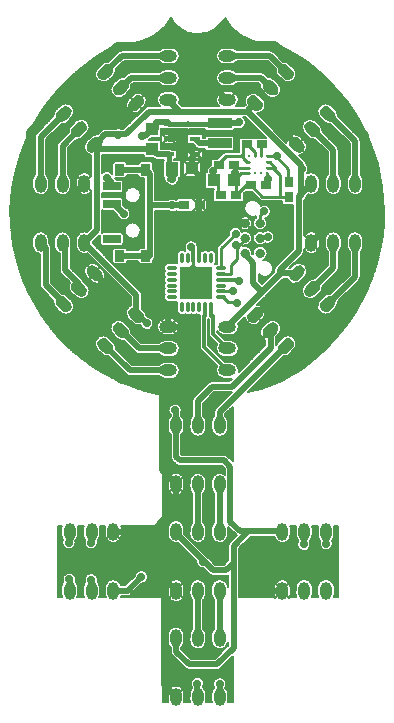
<source format=gtl>
G04 DipTrace 2.4.0.2*
%INfemale.gtl*%
%MOMM*%
%ADD10C,0.25*%
%ADD13C,0.508*%
%ADD14C,0.4*%
%ADD15C,0.254*%
%ADD16C,0.305*%
%ADD17C,0.28*%
%ADD18C,0.152*%
%ADD23O,0.28X1.0*%
%ADD24O,1.0X0.28*%
%ADD25C,0.711*%
%ADD26R,2.7X2.7*%
%ADD28R,0.9X0.4*%
%ADD31O,1.5X1.0*%
%ADD32R,1.0X1.1*%
%ADD33R,1.1X1.0*%
%ADD34R,2.0X0.85*%
%ADD36O,1.0X1.5*%
%ADD39R,0.9X0.7*%
%ADD40R,0.7X0.9*%
%ADD41R,0.275X0.25*%
%ADD42R,0.25X0.275*%
%ADD45C,0.711*%
%FSLAX53Y53*%
G04*
G71*
G90*
G75*
G01*
%LNTop*%
%LPD*%
X22758Y59261D2*
D13*
X23062D1*
Y59876D1*
X24048D1*
D14*
X24193Y59731D1*
X25757D1*
D13*
D3*
D14*
X26393D1*
X27957D1*
D13*
Y59791D1*
X28447D1*
X28452Y59786D1*
X21927Y58655D2*
X22152D1*
X22758Y59261D1*
X19342Y54445D2*
Y54752D1*
X18931Y55163D1*
X30948Y56028D2*
D15*
X29877D1*
X29704Y56201D1*
X29712Y54944D2*
Y55604D1*
Y56193D1*
X29704Y56201D1*
X30948Y55528D2*
X30297D1*
X29712Y54944D1*
X29867Y53674D2*
Y54789D1*
X29712Y54944D1*
X31106Y54510D2*
X30704D1*
X29867Y53674D1*
X29743Y55604D2*
X29712D1*
X34318Y53526D2*
X33596D1*
X32090D1*
X31106Y54510D1*
X33596Y53526D2*
Y55433D1*
X33005Y56024D1*
X32452D1*
X32448Y56028D1*
X33005Y56024D2*
X33176D1*
X32701Y56499D1*
D10*
X32477D1*
X32448Y56528D1*
X28452Y59786D2*
D13*
X30049D1*
X30114Y59851D1*
X24118Y42555D2*
X24964D1*
X25665Y41855D1*
Y38427D1*
X25186Y37948D1*
X22767D1*
X20150D1*
X16446Y41652D1*
Y42650D1*
X18443Y44647D1*
Y46507D1*
X17872Y47078D1*
X16446Y41652D2*
X12310Y45789D1*
Y50860D1*
X13817Y52368D1*
X14713D1*
X17009Y54664D1*
X12310Y50860D2*
Y58999D1*
X15532Y62221D1*
X17687D1*
X19065Y60843D1*
X20758D1*
X21408Y61493D1*
X15532Y62221D2*
X19736Y66425D1*
X24896D1*
X26233Y65088D1*
Y64658D1*
X28125Y62767D1*
X29118Y61773D1*
X24896Y66425D2*
X24813Y66509D1*
X33117D1*
X35551Y64074D1*
Y62221D1*
X34062Y60732D1*
Y58892D1*
X34998Y57957D1*
X35551Y64074D2*
X40840Y58785D1*
Y53282D1*
X39783Y52224D1*
X38788D1*
X36227Y49664D1*
X40840Y53282D2*
Y46336D1*
X37411Y42906D1*
X35470D1*
X34405Y43971D1*
X31891D1*
X31462Y43542D1*
X24118Y42555D2*
Y43504D1*
X22927Y44695D1*
Y47340D1*
X25752Y50165D1*
X26748D1*
D16*
Y48338D1*
Y50165D2*
D13*
Y52241D1*
Y55331D1*
X26131Y55949D1*
Y56869D1*
D14*
X26393Y57131D1*
X30617Y51309D2*
D13*
X28552D1*
X27459Y50216D1*
X26697D1*
X26748Y50165D1*
X24193Y58431D2*
D14*
Y58566D1*
D13*
X24891D1*
X26179Y57278D1*
D14*
X26246D1*
X26393Y57131D1*
X24768Y29205D2*
D13*
Y27246D1*
X23534Y26012D1*
Y23537D1*
Y21439D1*
X23737Y21237D1*
X24768Y20205D1*
X22767Y37948D2*
X23570Y37145D1*
Y30403D1*
X24768Y29205D1*
X23737Y21237D2*
Y12237D1*
X24768Y11205D1*
X19468Y25205D2*
X22727D1*
X23534Y26012D1*
X33768Y20205D2*
X32709D1*
X32669Y20245D1*
X23597Y23537D2*
X23534D1*
X26773Y52857D2*
X26748Y52241D1*
X28073Y62715D2*
X28125Y62767D1*
X21408Y43542D2*
Y45265D1*
X17009Y49664D1*
X34998Y47078D2*
X33641D1*
X32059Y45496D1*
X29118Y42555D1*
X33641Y47078D2*
X33553D1*
Y47379D1*
X35151Y48976D1*
Y53587D1*
X36227Y54664D1*
X35151Y53587D2*
X35363D1*
Y55928D1*
Y56243D1*
X30838Y60769D1*
Y60868D1*
X31462Y61493D1*
X30838Y60769D2*
X25123D1*
X24118Y61773D1*
X25123Y60769D2*
X22450D1*
X20508Y58827D1*
X19866D1*
X18742D1*
X17872Y57957D1*
X18067D1*
Y50721D1*
X17009Y49664D1*
X24193Y57131D2*
D14*
Y55399D1*
D13*
X24511D1*
X24647D1*
Y55733D1*
X24431Y55949D1*
X24193Y57131D2*
X23188D1*
X22758Y57561D1*
X18269D1*
X17872Y57957D1*
X30617Y48769D2*
Y48665D1*
X31316Y47966D1*
Y46239D1*
X32059Y45496D1*
X26248Y48338D2*
D16*
Y49103D1*
X26053Y49298D1*
X19992Y48545D2*
D13*
X22192D1*
X19992Y55845D2*
X22192D1*
X19866Y58800D2*
Y58827D1*
X19992Y48545D2*
X22551D1*
Y52832D1*
X24455D1*
X25598Y47188D2*
X26498Y46288D1*
X26248Y48338D2*
D15*
Y46538D1*
X26498Y46288D1*
X24443Y55059D2*
D14*
X24170D1*
X24511Y55399D1*
X24431Y55949D2*
D13*
Y55071D1*
X24443Y55059D1*
X26498Y46288D2*
X27398D1*
X26248Y48338D2*
D17*
Y47584D1*
D13*
Y46538D1*
X26498Y46288D1*
X22551Y52832D2*
Y55486D1*
X22192Y55845D1*
X24768Y34205D2*
Y35391D1*
X24692Y35467D1*
X21408Y43542D2*
X21585D1*
X22287Y42840D1*
X24768Y16205D2*
Y15046D1*
X25848Y13966D1*
X28228D1*
X29636Y15375D1*
Y22564D1*
Y23972D1*
X30899Y25235D1*
X33738D1*
X33768Y25205D1*
X24768D2*
Y25052D1*
X27107Y22712D1*
X27888Y21932D1*
X29004D1*
X29636Y22564D1*
X24768Y34205D2*
Y31544D1*
X25085Y31226D1*
X28859D1*
X29381Y30705D1*
Y26053D1*
X30198Y25235D1*
X30899D1*
X19468Y20205D2*
X20666D1*
X21830Y21369D1*
X27049Y22654D2*
X27107Y22712D1*
X31448Y57028D2*
D15*
Y57378D1*
X30986Y57840D1*
X30949D1*
X30789Y58000D1*
X28567Y53674D2*
X28351D1*
Y54605D1*
X28012Y54944D1*
X28404Y56201D2*
X28213D1*
X28014Y56002D1*
X27882Y55870D1*
Y55074D1*
X28012Y54944D1*
X30789Y58000D2*
X30403D1*
Y57155D1*
X30256Y57009D1*
X28972D1*
X28374Y56412D1*
Y56231D1*
X28404Y56201D1*
X30948Y56528D2*
X30737D1*
X30403Y56863D1*
Y57155D1*
X27934Y55709D2*
X28014Y55790D1*
Y56002D1*
X24455Y52832D2*
D13*
X25448D1*
X25473Y52857D1*
X35417Y55928D2*
X35363D1*
X28452Y58086D2*
X26739D1*
D14*
X26393Y58431D1*
X31887Y51309D2*
D15*
Y51970D1*
X32226Y52309D1*
X28548Y47538D2*
Y49177D1*
X29805Y50433D1*
X28548Y46538D2*
D16*
X29954D1*
X30111Y46382D1*
X31887Y50039D2*
X32420D1*
X32529Y50148D1*
X28548Y47038D2*
D15*
X29399D1*
Y47789D1*
X29899Y48290D1*
Y49255D1*
X30683Y50039D1*
X30617D1*
X29822Y49426D2*
Y49255D1*
X29899D1*
X27748Y44238D2*
D16*
Y43484D1*
X27882D1*
Y41941D1*
X29118Y40705D1*
X27248Y44238D2*
Y43484D1*
X27137D1*
Y40836D1*
X29118Y38855D1*
X19342Y52945D2*
D13*
X19525D1*
X20348Y52121D1*
X24118Y38855D2*
X20863D1*
X18792Y40926D1*
X24118Y40705D2*
X21629D1*
X20100Y42234D1*
X15256Y44462D2*
Y44553D1*
X13723Y46086D1*
Y49250D1*
X13309Y49664D1*
X16564Y45770D2*
Y46151D1*
X15376Y47338D1*
Y49447D1*
X15159Y49664D1*
X13309Y54664D2*
Y58627D1*
X15256Y60573D1*
X15159Y54664D2*
Y57860D1*
X16564Y59265D1*
X24118Y63623D2*
X20922D1*
X20100Y62801D1*
X24118Y65473D2*
X20156D1*
X18792Y64109D1*
X29118Y65473D2*
X32714D1*
X34078Y64109D1*
X29118Y63623D2*
X31948D1*
X32770Y62801D1*
X38077Y54664D2*
Y57494D1*
X36306Y59265D1*
X39927Y54664D2*
Y58260D1*
X37614Y60573D1*
X39927Y49664D2*
Y46775D1*
X37614Y44462D1*
X38077Y49664D2*
Y47541D1*
X36306Y45770D1*
X17618Y25205D2*
Y24292D1*
X17593Y24267D1*
X35584Y24121D2*
Y25171D1*
X35618Y25205D1*
X32770Y42234D2*
Y40773D1*
X29471Y37474D1*
X27826D1*
X26591Y36240D1*
Y34232D1*
X26618Y34205D1*
X28468D2*
Y35316D1*
X34078Y40926D1*
X28468Y29205D2*
Y25205D1*
X26618Y29205D2*
Y25205D1*
Y16205D2*
Y20205D1*
X28468Y16205D2*
Y20205D1*
X15768D2*
Y21130D1*
X15732Y21166D1*
X28468Y12298D2*
Y11205D1*
X17618Y20205D2*
Y21104D1*
X17593Y21129D1*
X26571Y12334D2*
Y11252D1*
X26618Y11205D1*
X15768Y25205D2*
Y24340D1*
X15696Y24267D1*
X37482Y24194D2*
Y25191D1*
X37468Y25205D1*
X32448Y55528D2*
D15*
Y55266D1*
X32406Y55225D1*
Y54510D1*
X32533Y55076D2*
X32406Y55225D1*
X28548Y45038D2*
X28784D1*
X29187Y44636D1*
X29842D1*
X29946Y44532D1*
X33278Y56997D2*
Y57028D1*
X32448D1*
X33278Y56997D2*
Y56878D1*
X34242Y55914D1*
Y54903D1*
X34318Y54826D1*
X28548Y45538D2*
X29503D1*
X29566Y45602D1*
X31948Y57028D2*
Y57858D1*
X32089Y58000D1*
D45*
X24455Y52832D3*
X32226Y52309D3*
X32529Y50148D3*
X30111Y46382D3*
X29805Y50433D3*
X26053Y49298D3*
X21927Y58655D3*
X19866Y58800D3*
X24443Y55059D3*
X18931Y55163D3*
X20348Y52121D3*
X24692Y35467D3*
X22287Y42840D3*
X26571Y12334D3*
X28468Y12298D3*
X17593Y21129D3*
X15732Y21166D3*
X15696Y24267D3*
X17593D3*
X35584Y24121D3*
X37482Y24194D3*
X21830Y21369D3*
X32669Y20245D3*
X23597Y23537D3*
X27049Y22654D3*
X32533Y55076D3*
X33278Y56997D3*
X29743Y55604D3*
X27934Y55709D3*
X30114Y59851D3*
X29946Y44532D3*
X29566Y45602D3*
X29822Y49426D3*
X35417Y55928D3*
X28073Y62715D3*
X24181Y68466D2*
D18*
X24442D1*
X28796D2*
X29054D1*
X24070Y68317D2*
X24551D1*
X28687D2*
X29166D1*
X23958Y68168D2*
X24677D1*
X28558D2*
X29278D1*
X23848Y68019D2*
X24827D1*
X28411D2*
X29387D1*
X23734Y67870D2*
X25003D1*
X28232D2*
X29502D1*
X23553Y67721D2*
X25218D1*
X28018D2*
X29683D1*
X23372Y67572D2*
X25492D1*
X27744D2*
X29864D1*
X23191Y67423D2*
X25894D1*
X27344D2*
X30045D1*
X23010Y67274D2*
X30228D1*
X22772Y67125D2*
X30464D1*
X22460Y66976D2*
X30776D1*
X22148Y66827D2*
X31088D1*
X21717Y66677D2*
X31519D1*
X20048Y66528D2*
X20170D1*
X20993D2*
X32242D1*
X33056D2*
X33190D1*
X19743Y66379D2*
X33495D1*
X19438Y66230D2*
X33800D1*
X19162Y66081D2*
X23489D1*
X24748D2*
X28487D1*
X29749D2*
X34081D1*
X18900Y65932D2*
X20079D1*
X24924D2*
X28313D1*
X32790D2*
X34343D1*
X18636Y65783D2*
X19796D1*
X25022D2*
X28216D1*
X33075D2*
X34605D1*
X18390Y65634D2*
X19646D1*
X25074D2*
X28163D1*
X33223D2*
X34857D1*
X18159Y65485D2*
X19498D1*
X25094D2*
X28144D1*
X33373D2*
X35086D1*
X17928Y65336D2*
X19348D1*
X25079D2*
X28159D1*
X33521D2*
X35312D1*
X17702Y65187D2*
X19200D1*
X25032D2*
X28204D1*
X33671D2*
X35538D1*
X17497Y65038D2*
X19050D1*
X24943D2*
X28294D1*
X33821D2*
X35750D1*
X17295Y64889D2*
X18603D1*
X20241D2*
X23451D1*
X24784D2*
X28452D1*
X29785D2*
X32628D1*
X34266D2*
X35948D1*
X17090Y64740D2*
X18405D1*
X20093D2*
X32778D1*
X34466D2*
X36148D1*
X16895Y64591D2*
X18255D1*
X19943D2*
X32926D1*
X34614D2*
X36345D1*
X16716Y64441D2*
X18107D1*
X19793D2*
X33076D1*
X34764D2*
X36531D1*
X16535Y64292D2*
X18003D1*
X19686D2*
X23620D1*
X24617D2*
X28618D1*
X29618D2*
X33185D1*
X34866D2*
X36705D1*
X16354Y64143D2*
X17924D1*
X19669D2*
X23372D1*
X24865D2*
X28371D1*
X29866D2*
X33202D1*
X34947D2*
X36879D1*
X16180Y63994D2*
X17905D1*
X19624D2*
X20629D1*
X24989D2*
X28249D1*
X32240D2*
X33247D1*
X34964D2*
X37055D1*
X16021Y63845D2*
X17895D1*
X19529D2*
X20474D1*
X25058D2*
X28180D1*
X32397D2*
X33340D1*
X34973D2*
X37224D1*
X15861Y63696D2*
X17945D1*
X19398D2*
X20324D1*
X25089D2*
X28147D1*
X32544D2*
X33474D1*
X34926D2*
X37379D1*
X15702Y63547D2*
X18005D1*
X19248D2*
X19858D1*
X25089D2*
X28149D1*
X33011D2*
X33624D1*
X34866D2*
X37531D1*
X15542Y63398D2*
X18148D1*
X19088D2*
X19679D1*
X25055D2*
X28180D1*
X33192D2*
X33781D1*
X34721D2*
X37686D1*
X15399Y63249D2*
X18443D1*
X18786D2*
X19529D1*
X24986D2*
X28252D1*
X33340D2*
X34086D1*
X34426D2*
X37838D1*
X15257Y63100D2*
X19384D1*
X21069D2*
X23375D1*
X24863D2*
X28375D1*
X29861D2*
X31802D1*
X33485D2*
X37984D1*
X15114Y62951D2*
X19291D1*
X20991D2*
X23627D1*
X24608D2*
X28628D1*
X29608D2*
X31881D1*
X33580D2*
X38119D1*
X14971Y62802D2*
X19227D1*
X20974D2*
X31897D1*
X33642D2*
X38253D1*
X14835Y62653D2*
X19210D1*
X20910D2*
X31959D1*
X33659D2*
X38389D1*
X14709Y62504D2*
X19212D1*
X20817D2*
X32054D1*
X33659D2*
X38524D1*
X14583Y62355D2*
X19265D1*
X20672D2*
X21429D1*
X21750D2*
X23446D1*
X24789D2*
X28447D1*
X29789D2*
X31119D1*
X31442D2*
X32200D1*
X33606D2*
X38650D1*
X14456Y62205D2*
X19341D1*
X20522D2*
X21113D1*
X22048D2*
X23291D1*
X24946D2*
X28292D1*
X29946D2*
X30821D1*
X31756D2*
X32347D1*
X33528D2*
X38770D1*
X14330Y62056D2*
X19491D1*
X20343D2*
X20953D1*
X22193D2*
X23203D1*
X25034D2*
X28204D1*
X30035D2*
X30676D1*
X31916D2*
X32526D1*
X33380D2*
X38889D1*
X14211Y61907D2*
X20805D1*
X22255D2*
X23158D1*
X25079D2*
X28156D1*
X30080D2*
X30616D1*
X32066D2*
X39008D1*
X14099Y61758D2*
X20672D1*
X22303D2*
X23144D1*
X25091D2*
X28144D1*
X30092D2*
X30566D1*
X32199D2*
X39127D1*
X13987Y61609D2*
X20577D1*
X22293D2*
X23163D1*
X25072D2*
X28163D1*
X30073D2*
X30576D1*
X32292D2*
X39241D1*
X13875Y61460D2*
X20532D1*
X22276D2*
X23218D1*
X25101D2*
X28216D1*
X30020D2*
X30595D1*
X32340D2*
X39346D1*
X13764Y61311D2*
X15002D1*
X15873D2*
X20515D1*
X22198D2*
X23315D1*
X25251D2*
X28316D1*
X29920D2*
X30611D1*
X32356D2*
X36998D1*
X37869D2*
X39451D1*
X13656Y61162D2*
X14826D1*
X16021D2*
X20532D1*
X22096D2*
X22191D1*
X32337D2*
X36848D1*
X38043D2*
X39555D1*
X13559Y61013D2*
X14678D1*
X16095D2*
X20584D1*
X21945D2*
X22025D1*
X32285D2*
X36776D1*
X38193D2*
X39660D1*
X13459Y60864D2*
X14536D1*
X16145D2*
X20684D1*
X21798D2*
X21875D1*
X32187D2*
X36724D1*
X38336D2*
X39762D1*
X13361Y60715D2*
X14440D1*
X16145D2*
X20841D1*
X21598D2*
X21727D1*
X32030D2*
X36724D1*
X38429D2*
X39858D1*
X13261Y60566D2*
X14383D1*
X16128D2*
X21577D1*
X31711D2*
X36741D1*
X38488D2*
X39948D1*
X13163Y60417D2*
X14366D1*
X16061D2*
X21427D1*
X31861D2*
X36810D1*
X38505D2*
X40039D1*
X13078Y60268D2*
X14281D1*
X15966D2*
X21279D1*
X30511D2*
X30668D1*
X32009D2*
X36905D1*
X38590D2*
X40129D1*
X12990Y60119D2*
X14131D1*
X15819D2*
X16517D1*
X16931D2*
X21129D1*
X30628D2*
X30819D1*
X32159D2*
X35938D1*
X36352D2*
X37050D1*
X38738D2*
X40220D1*
X12904Y59969D2*
X13983D1*
X15671D2*
X16257D1*
X17214D2*
X20982D1*
X30682D2*
X30966D1*
X32306D2*
X35657D1*
X36614D2*
X37200D1*
X38888D2*
X40310D1*
X12818Y59820D2*
X13833D1*
X15488D2*
X16102D1*
X17357D2*
X20832D1*
X30694D2*
X31116D1*
X32456D2*
X35514D1*
X36769D2*
X37384D1*
X39038D2*
X40389D1*
X12730Y59671D2*
X13683D1*
X15023D2*
X15952D1*
X17414D2*
X20682D1*
X30666D2*
X31266D1*
X32606D2*
X35457D1*
X36919D2*
X37846D1*
X39186D2*
X40467D1*
X12651Y59522D2*
X13535D1*
X14876D2*
X15821D1*
X17462D2*
X20534D1*
X30589D2*
X31414D1*
X32754D2*
X35410D1*
X37047D2*
X37996D1*
X39336D2*
X40546D1*
X12575Y59373D2*
X13385D1*
X14726D2*
X15729D1*
X17450D2*
X20384D1*
X30430D2*
X31564D1*
X32904D2*
X35421D1*
X37143D2*
X38143D1*
X39483D2*
X40624D1*
X12501Y59224D2*
X13238D1*
X14576D2*
X15686D1*
X17431D2*
X18488D1*
X23539D2*
X27228D1*
X29675D2*
X31711D1*
X33052D2*
X35441D1*
X37183D2*
X38293D1*
X39633D2*
X40703D1*
X12425Y59075D2*
X13088D1*
X14428D2*
X15669D1*
X17347D2*
X18319D1*
X23500D2*
X31861D1*
X33202D2*
X35521D1*
X37200D2*
X38443D1*
X39783D2*
X40779D1*
X12349Y58926D2*
X12940D1*
X14278D2*
X15555D1*
X17243D2*
X18172D1*
X23481D2*
X32012D1*
X33352D2*
X35626D1*
X37314D2*
X38591D1*
X39931D2*
X40846D1*
X12275Y58777D2*
X12857D1*
X14130D2*
X15405D1*
X17093D2*
X17748D1*
X24867D2*
X25720D1*
X27068D2*
X32159D1*
X33499D2*
X34533D1*
X35121D2*
X35776D1*
X37464D2*
X38741D1*
X40081D2*
X40913D1*
X12209Y58628D2*
X12831D1*
X13980D2*
X15257D1*
X16945D2*
X17526D1*
X24867D2*
X25720D1*
X27068D2*
X27228D1*
X29675D2*
X32309D1*
X33649D2*
X34314D1*
X35345D2*
X35926D1*
X37614D2*
X38889D1*
X40229D2*
X40979D1*
X12144Y58479D2*
X12831D1*
X13830D2*
X15107D1*
X16740D2*
X17376D1*
X22646D2*
X23520D1*
X24867D2*
X25720D1*
X29675D2*
X30116D1*
X33797D2*
X34188D1*
X35495D2*
X36129D1*
X37762D2*
X39039D1*
X40350D2*
X41046D1*
X12080Y58330D2*
X12831D1*
X13787D2*
X14959D1*
X16300D2*
X17226D1*
X22498D2*
X23520D1*
X24867D2*
X25720D1*
X29675D2*
X30116D1*
X33947D2*
X34136D1*
X35642D2*
X36572D1*
X37912D2*
X39189D1*
X40400D2*
X41113D1*
X12016Y58181D2*
X12831D1*
X13787D2*
X14809D1*
X16150D2*
X17110D1*
X24867D2*
X25720D1*
X29675D2*
X30104D1*
X35762D2*
X36722D1*
X38059D2*
X39336D1*
X40405D2*
X41179D1*
X11951Y58032D2*
X12831D1*
X13787D2*
X14714D1*
X16000D2*
X17019D1*
X24867D2*
X25720D1*
X29675D2*
X30052D1*
X35852D2*
X36869D1*
X38209D2*
X39448D1*
X40405D2*
X41234D1*
X11887Y57883D2*
X12831D1*
X13787D2*
X14681D1*
X15852D2*
X16991D1*
X23481D2*
X26306D1*
X29675D2*
X30052D1*
X35878D2*
X37019D1*
X38359D2*
X39448D1*
X40405D2*
X41291D1*
X11832Y57733D2*
X12831D1*
X13787D2*
X14681D1*
X15702D2*
X16974D1*
X23481D2*
X26423D1*
X29675D2*
X30052D1*
X35895D2*
X37167D1*
X38488D2*
X39448D1*
X40405D2*
X41346D1*
X11778Y57584D2*
X12831D1*
X13787D2*
X14681D1*
X15638D2*
X17012D1*
X24301D2*
X27228D1*
X29675D2*
X30052D1*
X35859D2*
X37317D1*
X38548D2*
X39448D1*
X40405D2*
X41401D1*
X11725Y57435D2*
X12831D1*
X13787D2*
X14681D1*
X15638D2*
X17064D1*
X24867D2*
X25720D1*
X27068D2*
X30052D1*
X35807D2*
X37467D1*
X38555D2*
X39448D1*
X40405D2*
X41458D1*
X11670Y57286D2*
X12831D1*
X13787D2*
X14681D1*
X15638D2*
X17191D1*
X24867D2*
X25720D1*
X27068D2*
X28766D1*
X35681D2*
X37598D1*
X38555D2*
X39448D1*
X40405D2*
X41513D1*
X11616Y57137D2*
X12831D1*
X13787D2*
X14681D1*
X15638D2*
X17410D1*
X24867D2*
X25720D1*
X27068D2*
X28609D1*
X35459D2*
X37598D1*
X38555D2*
X39448D1*
X40405D2*
X41560D1*
X11561Y56988D2*
X12831D1*
X13787D2*
X14681D1*
X15638D2*
X17588D1*
X18545D2*
X22034D1*
X24867D2*
X25720D1*
X27068D2*
X28461D1*
X35288D2*
X37598D1*
X38555D2*
X39448D1*
X40405D2*
X41606D1*
X11518Y56839D2*
X12831D1*
X13787D2*
X14681D1*
X15638D2*
X17588D1*
X18545D2*
X22034D1*
X24867D2*
X25720D1*
X27068D2*
X28311D1*
X35438D2*
X37598D1*
X38555D2*
X39448D1*
X40405D2*
X41651D1*
X11473Y56690D2*
X12831D1*
X13787D2*
X14681D1*
X15638D2*
X17588D1*
X18545D2*
X23032D1*
X24617D2*
X27730D1*
X35588D2*
X37598D1*
X38555D2*
X39448D1*
X40405D2*
X41696D1*
X11428Y56541D2*
X12831D1*
X13787D2*
X14681D1*
X15638D2*
X17588D1*
X18545D2*
X19503D1*
X20481D2*
X21703D1*
X22681D2*
X23658D1*
X25205D2*
X25356D1*
X26906D2*
X27730D1*
X35733D2*
X37598D1*
X38555D2*
X39448D1*
X40405D2*
X41741D1*
X11385Y56392D2*
X12831D1*
X13787D2*
X14681D1*
X15638D2*
X17588D1*
X18545D2*
X19374D1*
X20612D2*
X21572D1*
X22812D2*
X23658D1*
X25205D2*
X25356D1*
X26906D2*
X27730D1*
X35816D2*
X37598D1*
X38555D2*
X39448D1*
X40405D2*
X41787D1*
X11339Y56243D2*
X12831D1*
X13787D2*
X14681D1*
X15638D2*
X17588D1*
X18545D2*
X19367D1*
X22817D2*
X23658D1*
X25205D2*
X25356D1*
X26906D2*
X27730D1*
X35902D2*
X37598D1*
X38555D2*
X39448D1*
X40405D2*
X41829D1*
X11294Y56094D2*
X12831D1*
X13787D2*
X14681D1*
X15638D2*
X17588D1*
X18545D2*
X19367D1*
X22817D2*
X23658D1*
X25205D2*
X25356D1*
X26906D2*
X27506D1*
X35971D2*
X37598D1*
X38555D2*
X39448D1*
X40405D2*
X41863D1*
X11258Y55945D2*
X12831D1*
X13787D2*
X14681D1*
X15638D2*
X17588D1*
X18545D2*
X19367D1*
X22817D2*
X23658D1*
X25205D2*
X25356D1*
X26906D2*
X27406D1*
X35997D2*
X37598D1*
X38555D2*
X39448D1*
X40405D2*
X41898D1*
X11223Y55796D2*
X12831D1*
X13787D2*
X14681D1*
X15638D2*
X17588D1*
X18545D2*
X19367D1*
X22910D2*
X23658D1*
X25205D2*
X25356D1*
X26906D2*
X27361D1*
X35981D2*
X37598D1*
X38555D2*
X39448D1*
X40405D2*
X41934D1*
X11189Y55647D2*
X12831D1*
X13787D2*
X14681D1*
X15638D2*
X17588D1*
X18545D2*
X18624D1*
X19238D2*
X19367D1*
X23000D2*
X23658D1*
X25205D2*
X25356D1*
X26906D2*
X27237D1*
X35921D2*
X37598D1*
X38555D2*
X39448D1*
X40405D2*
X41970D1*
X11154Y55497D2*
X12831D1*
X13787D2*
X14681D1*
X15638D2*
X16591D1*
X17428D2*
X17588D1*
X23029D2*
X23658D1*
X25205D2*
X25356D1*
X26906D2*
X27237D1*
X36645D2*
X37598D1*
X38555D2*
X39448D1*
X40405D2*
X42003D1*
X11118Y55348D2*
X12733D1*
X13885D2*
X14583D1*
X15735D2*
X16433D1*
X20617D2*
X21567D1*
X23029D2*
X23658D1*
X25205D2*
X25356D1*
X26906D2*
X27237D1*
X36802D2*
X37503D1*
X38652D2*
X39353D1*
X40503D2*
X42039D1*
X11082Y55199D2*
X12645D1*
X13973D2*
X14495D1*
X15823D2*
X16345D1*
X20557D2*
X21627D1*
X23029D2*
X23760D1*
X25079D2*
X27237D1*
X36893D2*
X37412D1*
X38740D2*
X39262D1*
X40591D2*
X42068D1*
X11056Y55050D2*
X12597D1*
X14021D2*
X14447D1*
X15871D2*
X16298D1*
X19712D2*
X22072D1*
X23029D2*
X23746D1*
X25022D2*
X27237D1*
X36938D2*
X37367D1*
X38788D2*
X39217D1*
X40638D2*
X42091D1*
X11030Y54901D2*
X12585D1*
X14033D2*
X14436D1*
X15883D2*
X16286D1*
X20288D2*
X22072D1*
X23029D2*
X23777D1*
X25001D2*
X27237D1*
X36952D2*
X37353D1*
X38802D2*
X39203D1*
X40653D2*
X42118D1*
X11004Y54752D2*
X12585D1*
X14033D2*
X14436D1*
X15883D2*
X16286D1*
X20317D2*
X22072D1*
X23029D2*
X23884D1*
X24932D2*
X27237D1*
X36952D2*
X37353D1*
X38802D2*
X39203D1*
X40653D2*
X42141D1*
X10977Y54603D2*
X12585D1*
X14033D2*
X14436D1*
X15883D2*
X16286D1*
X20317D2*
X22072D1*
X23029D2*
X24094D1*
X24791D2*
X27237D1*
X36952D2*
X37353D1*
X38802D2*
X39203D1*
X40653D2*
X42168D1*
X10951Y54454D2*
X12585D1*
X14033D2*
X14436D1*
X15883D2*
X16286D1*
X20317D2*
X22072D1*
X23029D2*
X27237D1*
X36952D2*
X37353D1*
X38802D2*
X39203D1*
X40653D2*
X42194D1*
X10925Y54305D2*
X12592D1*
X14025D2*
X14443D1*
X15876D2*
X16293D1*
X20317D2*
X20765D1*
X21419D2*
X22072D1*
X23029D2*
X27237D1*
X36943D2*
X37362D1*
X38793D2*
X39212D1*
X40643D2*
X42218D1*
X10904Y54156D2*
X12633D1*
X13985D2*
X14483D1*
X15835D2*
X16333D1*
X20317D2*
X20570D1*
X21615D2*
X22072D1*
X23029D2*
X27892D1*
X36902D2*
X37403D1*
X38752D2*
X39251D1*
X40603D2*
X42232D1*
X10887Y54007D2*
X12714D1*
X13904D2*
X14564D1*
X15754D2*
X16414D1*
X20298D2*
X20467D1*
X21717D2*
X22072D1*
X23029D2*
X27892D1*
X36824D2*
X37481D1*
X38674D2*
X39331D1*
X40524D2*
X42249D1*
X10870Y53858D2*
X12854D1*
X13764D2*
X14705D1*
X15614D2*
X16555D1*
X17464D2*
X17588D1*
X18545D2*
X20412D1*
X21772D2*
X22072D1*
X23029D2*
X27892D1*
X30542D2*
X31269D1*
X36683D2*
X37622D1*
X38533D2*
X39472D1*
X40381D2*
X42263D1*
X10851Y53709D2*
X13221D1*
X13397D2*
X15071D1*
X15246D2*
X16922D1*
X17097D2*
X17588D1*
X18545D2*
X20393D1*
X21791D2*
X22072D1*
X23029D2*
X27892D1*
X30542D2*
X31416D1*
X35942D2*
X36141D1*
X36314D2*
X37988D1*
X38164D2*
X39839D1*
X40014D2*
X42279D1*
X10835Y53560D2*
X17588D1*
X18545D2*
X20405D1*
X21779D2*
X22072D1*
X23029D2*
X27892D1*
X30542D2*
X31566D1*
X35840D2*
X42294D1*
X10818Y53411D2*
X17588D1*
X20281D2*
X20455D1*
X21729D2*
X22072D1*
X23029D2*
X24799D1*
X27449D2*
X27892D1*
X30542D2*
X31716D1*
X35807D2*
X42310D1*
X10804Y53261D2*
X17588D1*
X20317D2*
X20548D1*
X21636D2*
X22072D1*
X27449D2*
X27892D1*
X30542D2*
X31045D1*
X31461D2*
X31869D1*
X35707D2*
X42322D1*
X10794Y53112D2*
X17588D1*
X20317D2*
X20720D1*
X21467D2*
X22072D1*
X27449D2*
X30769D1*
X31735D2*
X33743D1*
X35628D2*
X42327D1*
X10787Y52963D2*
X17588D1*
X20317D2*
X22072D1*
X27449D2*
X30640D1*
X31863D2*
X33743D1*
X35628D2*
X42334D1*
X10777Y52814D2*
X17588D1*
X20326D2*
X22072D1*
X27449D2*
X30568D1*
X32492D2*
X34671D1*
X35628D2*
X42339D1*
X10770Y52665D2*
X17588D1*
X20517D2*
X22072D1*
X27449D2*
X30533D1*
X32678D2*
X34671D1*
X35628D2*
X42346D1*
X10761Y52516D2*
X17588D1*
X20767D2*
X22072D1*
X27449D2*
X30530D1*
X32766D2*
X34671D1*
X35628D2*
X42353D1*
X10754Y52367D2*
X17588D1*
X18545D2*
X19434D1*
X20872D2*
X22072D1*
X23029D2*
X24120D1*
X27449D2*
X30561D1*
X32802D2*
X34671D1*
X35628D2*
X42358D1*
X10756Y52218D2*
X17588D1*
X18545D2*
X19581D1*
X20919D2*
X22072D1*
X23029D2*
X30626D1*
X32799D2*
X34671D1*
X35628D2*
X42358D1*
X10758Y52069D2*
X17588D1*
X18545D2*
X19731D1*
X20926D2*
X22072D1*
X23029D2*
X30745D1*
X32752D2*
X34671D1*
X35628D2*
X42353D1*
X10761Y51920D2*
X17588D1*
X18545D2*
X19805D1*
X20891D2*
X22072D1*
X23029D2*
X30976D1*
X32649D2*
X34671D1*
X35628D2*
X42351D1*
X10766Y51771D2*
X17588D1*
X18545D2*
X19891D1*
X20807D2*
X22072D1*
X23029D2*
X30216D1*
X31020D2*
X31485D1*
X32411D2*
X34671D1*
X35628D2*
X42346D1*
X10768Y51622D2*
X17588D1*
X18545D2*
X20070D1*
X20626D2*
X22072D1*
X23029D2*
X30087D1*
X31147D2*
X31357D1*
X32418D2*
X34671D1*
X35628D2*
X42344D1*
X10773Y51473D2*
X17588D1*
X18545D2*
X22072D1*
X23029D2*
X30023D1*
X31211D2*
X31294D1*
X32480D2*
X34671D1*
X35628D2*
X42341D1*
X10780Y51324D2*
X17588D1*
X18545D2*
X20805D1*
X21379D2*
X22072D1*
X23029D2*
X29999D1*
X32504D2*
X34671D1*
X35628D2*
X42337D1*
X10792Y51175D2*
X17588D1*
X18545D2*
X20589D1*
X21595D2*
X22072D1*
X23029D2*
X30016D1*
X32490D2*
X34671D1*
X35628D2*
X42325D1*
X10804Y51025D2*
X17588D1*
X18545D2*
X20477D1*
X21707D2*
X22072D1*
X23029D2*
X30071D1*
X31163D2*
X31340D1*
X32435D2*
X34671D1*
X35628D2*
X42310D1*
X10816Y50876D2*
X17553D1*
X18545D2*
X20417D1*
X21767D2*
X22072D1*
X23029D2*
X29440D1*
X31051D2*
X31454D1*
X32321D2*
X34671D1*
X35628D2*
X42299D1*
X10830Y50727D2*
X17403D1*
X18545D2*
X20393D1*
X21791D2*
X22072D1*
X23029D2*
X29309D1*
X30301D2*
X30449D1*
X30785D2*
X31719D1*
X32054D2*
X34671D1*
X35628D2*
X42287D1*
X10842Y50578D2*
X13047D1*
X13573D2*
X14897D1*
X15421D2*
X16748D1*
X18521D2*
X20403D1*
X21781D2*
X22072D1*
X23029D2*
X29245D1*
X30899D2*
X31607D1*
X32909D2*
X34671D1*
X35628D2*
X35964D1*
X36490D2*
X37815D1*
X38340D2*
X39665D1*
X40191D2*
X42272D1*
X10854Y50429D2*
X12807D1*
X13811D2*
X14657D1*
X15661D2*
X16507D1*
X20300D2*
X20446D1*
X21738D2*
X22072D1*
X23029D2*
X29225D1*
X31092D2*
X31414D1*
X33033D2*
X34671D1*
X35628D2*
X35726D1*
X36728D2*
X37574D1*
X38579D2*
X39424D1*
X40429D2*
X42260D1*
X10875Y50280D2*
X12688D1*
X13933D2*
X14538D1*
X15780D2*
X16388D1*
X20343D2*
X20534D1*
X21653D2*
X22072D1*
X23029D2*
X29161D1*
X31182D2*
X31321D1*
X33092D2*
X34671D1*
X36850D2*
X37455D1*
X38700D2*
X39305D1*
X40550D2*
X42244D1*
X10896Y50131D2*
X12619D1*
X13999D2*
X14469D1*
X15849D2*
X16319D1*
X18147D2*
X18343D1*
X20343D2*
X20689D1*
X21495D2*
X22072D1*
X23029D2*
X29014D1*
X33109D2*
X34671D1*
X36916D2*
X37386D1*
X38767D2*
X39236D1*
X40617D2*
X42222D1*
X10920Y49982D2*
X12588D1*
X14030D2*
X14438D1*
X15880D2*
X16288D1*
X17997D2*
X18343D1*
X20343D2*
X22072D1*
X23029D2*
X28864D1*
X33083D2*
X34671D1*
X36947D2*
X37357D1*
X38798D2*
X39205D1*
X40648D2*
X42199D1*
X10942Y49833D2*
X12585D1*
X14033D2*
X14436D1*
X15883D2*
X16286D1*
X17847D2*
X18343D1*
X20343D2*
X22072D1*
X23029D2*
X25856D1*
X26251D2*
X28713D1*
X31199D2*
X31307D1*
X33014D2*
X34671D1*
X36952D2*
X37353D1*
X38802D2*
X39203D1*
X40653D2*
X42177D1*
X10963Y49684D2*
X12585D1*
X14033D2*
X14436D1*
X15883D2*
X16286D1*
X17733D2*
X18343D1*
X20343D2*
X22072D1*
X23029D2*
X25625D1*
X26482D2*
X28566D1*
X31118D2*
X31388D1*
X32866D2*
X34671D1*
X36952D2*
X37353D1*
X38802D2*
X39203D1*
X40653D2*
X42153D1*
X10985Y49535D2*
X12585D1*
X14104D2*
X14436D1*
X15883D2*
X16286D1*
X17809D2*
X18350D1*
X20333D2*
X22072D1*
X23029D2*
X25525D1*
X26582D2*
X28416D1*
X30961D2*
X31545D1*
X32230D2*
X34671D1*
X36952D2*
X37353D1*
X38802D2*
X39203D1*
X40653D2*
X42132D1*
X11011Y49386D2*
X12585D1*
X14180D2*
X14436D1*
X15883D2*
X16286D1*
X17957D2*
X18472D1*
X20212D2*
X22072D1*
X23029D2*
X25480D1*
X26627D2*
X28271D1*
X30520D2*
X31754D1*
X32021D2*
X34671D1*
X36950D2*
X37353D1*
X38800D2*
X39203D1*
X40650D2*
X42110D1*
X11044Y49237D2*
X12607D1*
X14202D2*
X14457D1*
X15861D2*
X16307D1*
X18107D2*
X19493D1*
X20491D2*
X21694D1*
X23029D2*
X25477D1*
X26629D2*
X28202D1*
X31013D2*
X31454D1*
X32321D2*
X34671D1*
X36928D2*
X37376D1*
X38779D2*
X39227D1*
X40629D2*
X42079D1*
X11075Y49088D2*
X12664D1*
X14202D2*
X14514D1*
X15854D2*
X16364D1*
X18255D2*
X19372D1*
X20612D2*
X21572D1*
X23029D2*
X25513D1*
X26625D2*
X28197D1*
X31144D2*
X31330D1*
X32444D2*
X34593D1*
X36871D2*
X37434D1*
X38721D2*
X39281D1*
X40572D2*
X42048D1*
X11106Y48939D2*
X12769D1*
X14202D2*
X14619D1*
X15854D2*
X16469D1*
X18405D2*
X19367D1*
X23029D2*
X24946D1*
X28051D2*
X28197D1*
X32506D2*
X34443D1*
X36769D2*
X37536D1*
X38619D2*
X39386D1*
X40469D2*
X42015D1*
X11137Y48789D2*
X12959D1*
X14202D2*
X14809D1*
X15854D2*
X16657D1*
X18555D2*
X19367D1*
X23029D2*
X24870D1*
X32530D2*
X34293D1*
X35590D2*
X35876D1*
X36578D2*
X37598D1*
X38555D2*
X39448D1*
X40405D2*
X41984D1*
X11170Y48640D2*
X13245D1*
X14202D2*
X14897D1*
X15854D2*
X17362D1*
X18702D2*
X19367D1*
X23029D2*
X24858D1*
X32516D2*
X34145D1*
X35485D2*
X37598D1*
X38555D2*
X39448D1*
X40405D2*
X41951D1*
X11201Y48491D2*
X13245D1*
X14202D2*
X14897D1*
X15854D2*
X17512D1*
X18852D2*
X19367D1*
X23027D2*
X24858D1*
X32463D2*
X33995D1*
X35335D2*
X37598D1*
X38555D2*
X39448D1*
X40405D2*
X41920D1*
X11242Y48342D2*
X13245D1*
X14202D2*
X14897D1*
X15854D2*
X17662D1*
X19000D2*
X19367D1*
X22984D2*
X24858D1*
X32361D2*
X33847D1*
X35188D2*
X37598D1*
X38555D2*
X39448D1*
X40405D2*
X41887D1*
X11285Y48193D2*
X13245D1*
X14202D2*
X14897D1*
X15854D2*
X17810D1*
X19150D2*
X19367D1*
X22867D2*
X24858D1*
X32428D2*
X33697D1*
X35038D2*
X37598D1*
X38555D2*
X39448D1*
X40405D2*
X41844D1*
X11325Y48044D2*
X13245D1*
X14202D2*
X14897D1*
X15854D2*
X17960D1*
X20617D2*
X21567D1*
X22817D2*
X24858D1*
X32737D2*
X33547D1*
X34888D2*
X37598D1*
X38555D2*
X39448D1*
X40405D2*
X41801D1*
X11366Y47895D2*
X13245D1*
X14202D2*
X14897D1*
X15854D2*
X17403D1*
X18000D2*
X18107D1*
X20552D2*
X21632D1*
X22753D2*
X23961D1*
X32873D2*
X33400D1*
X34740D2*
X34869D1*
X35469D2*
X37598D1*
X38555D2*
X39448D1*
X40405D2*
X41760D1*
X11408Y47746D2*
X13245D1*
X14202D2*
X14897D1*
X15854D2*
X17186D1*
X19598D2*
X23763D1*
X32949D2*
X33250D1*
X35683D2*
X37598D1*
X38555D2*
X39448D1*
X40405D2*
X41717D1*
X11449Y47597D2*
X13245D1*
X14202D2*
X14897D1*
X15854D2*
X17062D1*
X19745D2*
X23703D1*
X32985D2*
X33131D1*
X35807D2*
X37462D1*
X38555D2*
X39448D1*
X40405D2*
X41675D1*
X11499Y47448D2*
X13245D1*
X14202D2*
X14897D1*
X15938D2*
X17010D1*
X19895D2*
X23710D1*
X32992D2*
X33081D1*
X35859D2*
X37315D1*
X38545D2*
X39448D1*
X40405D2*
X41634D1*
X11549Y47299D2*
X13245D1*
X14202D2*
X14900D1*
X16085D2*
X16974D1*
X20045D2*
X23787D1*
X32964D2*
X33076D1*
X35895D2*
X37165D1*
X38486D2*
X39448D1*
X40405D2*
X41584D1*
X11601Y47150D2*
X13245D1*
X14202D2*
X14938D1*
X16235D2*
X16991D1*
X18728D2*
X18853D1*
X20193D2*
X23715D1*
X32902D2*
X33043D1*
X35878D2*
X37015D1*
X38355D2*
X39448D1*
X40405D2*
X41532D1*
X11651Y47001D2*
X13245D1*
X14202D2*
X15045D1*
X16385D2*
X17019D1*
X18755D2*
X19003D1*
X20343D2*
X23701D1*
X32790D2*
X32894D1*
X35850D2*
X36867D1*
X38207D2*
X39448D1*
X40405D2*
X41479D1*
X11704Y46852D2*
X13245D1*
X14202D2*
X15193D1*
X16533D2*
X17112D1*
X18769D2*
X19153D1*
X20491D2*
X23749D1*
X31794D2*
X31964D1*
X32573D2*
X32745D1*
X35759D2*
X36717D1*
X38057D2*
X39334D1*
X40405D2*
X41427D1*
X11756Y46703D2*
X13245D1*
X14202D2*
X15343D1*
X16683D2*
X17231D1*
X18733D2*
X19300D1*
X20641D2*
X23737D1*
X31794D2*
X32595D1*
X35640D2*
X36569D1*
X37909D2*
X39184D1*
X40400D2*
X41375D1*
X11813Y46553D2*
X13245D1*
X14202D2*
X15490D1*
X16831D2*
X17379D1*
X18681D2*
X19450D1*
X20791D2*
X23699D1*
X31794D2*
X32447D1*
X33787D2*
X34190D1*
X35490D2*
X36124D1*
X37759D2*
X39036D1*
X40348D2*
X41322D1*
X11875Y46404D2*
X13245D1*
X14202D2*
X15640D1*
X16966D2*
X17529D1*
X18552D2*
X19598D1*
X20938D2*
X23725D1*
X31821D2*
X32297D1*
X33637D2*
X34317D1*
X35342D2*
X35922D1*
X37609D2*
X38886D1*
X40226D2*
X41265D1*
X11937Y46255D2*
X13245D1*
X14223D2*
X15743D1*
X17097D2*
X17753D1*
X18326D2*
X19748D1*
X21088D2*
X23768D1*
X31971D2*
X32150D1*
X33490D2*
X34543D1*
X35116D2*
X35774D1*
X37462D2*
X38739D1*
X40076D2*
X41201D1*
X11999Y46106D2*
X13245D1*
X14373D2*
X15690D1*
X17245D2*
X19898D1*
X21236D2*
X23706D1*
X33340D2*
X35624D1*
X37312D2*
X38589D1*
X39929D2*
X41139D1*
X12061Y45957D2*
X13264D1*
X14523D2*
X15669D1*
X17350D2*
X20046D1*
X21386D2*
X23708D1*
X33190D2*
X35519D1*
X37200D2*
X38439D1*
X39779D2*
X41075D1*
X12123Y45808D2*
X13338D1*
X14671D2*
X15688D1*
X17431D2*
X20196D1*
X21536D2*
X23777D1*
X33042D2*
X35438D1*
X37183D2*
X38291D1*
X39631D2*
X41010D1*
X12192Y45659D2*
X13481D1*
X14821D2*
X15731D1*
X17450D2*
X20343D1*
X21684D2*
X23720D1*
X32892D2*
X35421D1*
X37140D2*
X38141D1*
X39481D2*
X40948D1*
X12263Y45510D2*
X13628D1*
X14968D2*
X15824D1*
X17459D2*
X20493D1*
X21817D2*
X23701D1*
X32744D2*
X35410D1*
X37045D2*
X37993D1*
X39331D2*
X40882D1*
X12337Y45361D2*
X13778D1*
X15118D2*
X15955D1*
X17414D2*
X20643D1*
X21876D2*
X23744D1*
X32594D2*
X35457D1*
X36914D2*
X37843D1*
X39183D2*
X40808D1*
X12411Y45212D2*
X13928D1*
X15490D2*
X16105D1*
X17354D2*
X20791D1*
X21886D2*
X23741D1*
X32471D2*
X35517D1*
X36766D2*
X37379D1*
X39033D2*
X40732D1*
X12485Y45063D2*
X14076D1*
X15673D2*
X16260D1*
X17212D2*
X20929D1*
X21886D2*
X23699D1*
X32299D2*
X35660D1*
X36609D2*
X37198D1*
X38886D2*
X40658D1*
X12559Y44914D2*
X14226D1*
X15821D2*
X16536D1*
X16923D2*
X20929D1*
X21886D2*
X23720D1*
X32147D2*
X35948D1*
X36335D2*
X37048D1*
X38736D2*
X40584D1*
X12640Y44765D2*
X14371D1*
X15969D2*
X20929D1*
X21886D2*
X23818D1*
X31997D2*
X36903D1*
X38586D2*
X40508D1*
X12723Y44616D2*
X14366D1*
X16064D2*
X20929D1*
X21886D2*
X24858D1*
X31849D2*
X36807D1*
X38505D2*
X40429D1*
X12809Y44467D2*
X14383D1*
X16128D2*
X20929D1*
X21886D2*
X24858D1*
X31699D2*
X36741D1*
X38488D2*
X40344D1*
X12894Y44317D2*
X14443D1*
X16145D2*
X20836D1*
X21886D2*
X24858D1*
X32035D2*
X36724D1*
X38426D2*
X40255D1*
X12980Y44168D2*
X14538D1*
X16145D2*
X20679D1*
X21886D2*
X24858D1*
X32190D2*
X36724D1*
X38333D2*
X40170D1*
X13063Y44019D2*
X14681D1*
X16092D2*
X20584D1*
X21948D2*
X24858D1*
X32287D2*
X36776D1*
X38190D2*
X40082D1*
X13161Y43870D2*
X14831D1*
X16019D2*
X20532D1*
X22098D2*
X24858D1*
X32340D2*
X36853D1*
X38040D2*
X39996D1*
X13259Y43721D2*
X15007D1*
X15869D2*
X20515D1*
X22198D2*
X24894D1*
X32356D2*
X37000D1*
X37864D2*
X39903D1*
X13356Y43572D2*
X20532D1*
X22276D2*
X25018D1*
X32337D2*
X39803D1*
X13456Y43423D2*
X20579D1*
X22374D2*
X26761D1*
X32290D2*
X39703D1*
X13554Y43274D2*
X20672D1*
X22665D2*
X26761D1*
X32197D2*
X39603D1*
X13659Y43125D2*
X20808D1*
X22791D2*
X23432D1*
X24805D2*
X26761D1*
X30358D2*
X30616D1*
X32063D2*
X39503D1*
X13771Y42976D2*
X19489D1*
X20348D2*
X20958D1*
X22850D2*
X23282D1*
X24953D2*
X26761D1*
X30208D2*
X30678D1*
X31913D2*
X32521D1*
X33383D2*
X39403D1*
X13883Y42827D2*
X19339D1*
X20526D2*
X21117D1*
X22867D2*
X23199D1*
X25039D2*
X26761D1*
X30061D2*
X30823D1*
X31751D2*
X32345D1*
X33533D2*
X39289D1*
X13992Y42678D2*
X19262D1*
X20674D2*
X21455D1*
X22843D2*
X23156D1*
X25082D2*
X26761D1*
X30082D2*
X31128D1*
X31416D2*
X32195D1*
X33606D2*
X39174D1*
X14106Y42529D2*
X19212D1*
X20819D2*
X21801D1*
X22774D2*
X23144D1*
X25091D2*
X26761D1*
X30092D2*
X32052D1*
X33659D2*
X39060D1*
X14221Y42380D2*
X19210D1*
X20912D2*
X21946D1*
X22629D2*
X23165D1*
X25070D2*
X26761D1*
X30070D2*
X31959D1*
X33659D2*
X38946D1*
X14347Y42231D2*
X19227D1*
X20974D2*
X23222D1*
X25015D2*
X26761D1*
X30013D2*
X31897D1*
X33642D2*
X38831D1*
X14476Y42081D2*
X19293D1*
X20991D2*
X23325D1*
X24910D2*
X26761D1*
X29911D2*
X31881D1*
X33578D2*
X38708D1*
X14602Y41932D2*
X19386D1*
X21072D2*
X23513D1*
X24722D2*
X26761D1*
X28418D2*
X28513D1*
X29723D2*
X31885D1*
X33483D2*
X38579D1*
X14728Y41783D2*
X18436D1*
X18812D2*
X19534D1*
X21222D2*
X26761D1*
X28565D2*
X31935D1*
X33337D2*
X34057D1*
X34435D2*
X38448D1*
X14861Y41634D2*
X18145D1*
X19093D2*
X19681D1*
X21369D2*
X26761D1*
X27515D2*
X27663D1*
X28715D2*
X32016D1*
X33249D2*
X33776D1*
X34723D2*
X38319D1*
X15004Y41485D2*
X18003D1*
X19250D2*
X19862D1*
X21519D2*
X26761D1*
X27515D2*
X27811D1*
X28865D2*
X32166D1*
X33249D2*
X33619D1*
X34869D2*
X38188D1*
X15147Y41336D2*
X17943D1*
X19400D2*
X20329D1*
X21667D2*
X23530D1*
X24705D2*
X26761D1*
X27515D2*
X27961D1*
X29706D2*
X32293D1*
X33249D2*
X33471D1*
X34926D2*
X38058D1*
X15292Y41187D2*
X17895D1*
X19531D2*
X20477D1*
X21817D2*
X23334D1*
X24903D2*
X26761D1*
X27515D2*
X28111D1*
X29904D2*
X32293D1*
X33249D2*
X33339D1*
X34973D2*
X37922D1*
X15435Y41038D2*
X17905D1*
X19624D2*
X20627D1*
X25010D2*
X26761D1*
X27515D2*
X28228D1*
X30008D2*
X32293D1*
X34964D2*
X37788D1*
X15590Y40889D2*
X17924D1*
X19669D2*
X20774D1*
X25067D2*
X26761D1*
X27610D2*
X28168D1*
X30068D2*
X32216D1*
X34945D2*
X37653D1*
X15754Y40740D2*
X18005D1*
X19686D2*
X20924D1*
X25091D2*
X26773D1*
X27761D2*
X28144D1*
X30092D2*
X32066D1*
X34864D2*
X37519D1*
X15916Y40591D2*
X18110D1*
X19798D2*
X21074D1*
X25084D2*
X26856D1*
X27908D2*
X28154D1*
X30082D2*
X31919D1*
X34761D2*
X37369D1*
X16078Y40442D2*
X18257D1*
X19945D2*
X21222D1*
X25041D2*
X27006D1*
X28058D2*
X28194D1*
X30042D2*
X31769D1*
X34611D2*
X37215D1*
X16245Y40293D2*
X18407D1*
X20095D2*
X21403D1*
X24960D2*
X27154D1*
X29961D2*
X31621D1*
X34464D2*
X37060D1*
X16431Y40144D2*
X18607D1*
X20245D2*
X23420D1*
X24817D2*
X27304D1*
X29816D2*
X31471D1*
X34261D2*
X36903D1*
X16614Y39995D2*
X19053D1*
X20393D2*
X27451D1*
X28506D2*
X31321D1*
X33816D2*
X36738D1*
X16800Y39845D2*
X19203D1*
X20543D2*
X27601D1*
X28653D2*
X31173D1*
X33668D2*
X36560D1*
X16985Y39696D2*
X19350D1*
X20691D2*
X27751D1*
X28803D2*
X31023D1*
X33518D2*
X36381D1*
X17195Y39547D2*
X19500D1*
X20841D2*
X23701D1*
X24536D2*
X27899D1*
X29537D2*
X30876D1*
X33368D2*
X36203D1*
X17404Y39398D2*
X19650D1*
X20991D2*
X23399D1*
X24839D2*
X28049D1*
X29839D2*
X30726D1*
X33221D2*
X36012D1*
X17614Y39249D2*
X19798D1*
X24972D2*
X28197D1*
X29973D2*
X30576D1*
X33071D2*
X35805D1*
X17835Y39100D2*
X19948D1*
X25048D2*
X28187D1*
X30049D2*
X30428D1*
X32923D2*
X35598D1*
X18074Y38951D2*
X20096D1*
X25086D2*
X28152D1*
X30087D2*
X30278D1*
X32773D2*
X35388D1*
X18314Y38802D2*
X20246D1*
X25091D2*
X28147D1*
X32623D2*
X35155D1*
X18555Y38653D2*
X20396D1*
X25063D2*
X28173D1*
X32475D2*
X34914D1*
X18826Y38504D2*
X20546D1*
X24998D2*
X28237D1*
X32325D2*
X34671D1*
X19105Y38355D2*
X23351D1*
X24886D2*
X28352D1*
X32178D2*
X34409D1*
X19381Y38206D2*
X23568D1*
X24667D2*
X28568D1*
X32028D2*
X34121D1*
X19693Y38057D2*
X29385D1*
X31878D2*
X33836D1*
X20017Y37908D2*
X27649D1*
X31730D2*
X33516D1*
X20343Y37759D2*
X27440D1*
X31580D2*
X33171D1*
X20729Y37609D2*
X27292D1*
X31432D2*
X32821D1*
X21112Y37460D2*
X27142D1*
X31282D2*
X32395D1*
X21555Y37311D2*
X26994D1*
X31132D2*
X31969D1*
X22024Y37162D2*
X26844D1*
X30985D2*
X31421D1*
X22581Y37013D2*
X26694D1*
X23177Y36864D2*
X26547D1*
X27887D2*
X29347D1*
X23677Y36715D2*
X26397D1*
X27737D2*
X29197D1*
X23686Y36566D2*
X26249D1*
X27587D2*
X29049D1*
X23686Y36417D2*
X26149D1*
X27439D2*
X28899D1*
X23686Y36268D2*
X26113D1*
X27289D2*
X28749D1*
X23686Y36119D2*
X26113D1*
X27141D2*
X28602D1*
X23686Y35970D2*
X24420D1*
X24965D2*
X26113D1*
X27070D2*
X28452D1*
X23686Y35821D2*
X24237D1*
X25146D2*
X26113D1*
X27070D2*
X28304D1*
X23686Y35672D2*
X24151D1*
X25234D2*
X26113D1*
X27070D2*
X28154D1*
X23686Y35523D2*
X24115D1*
X25270D2*
X26113D1*
X27070D2*
X28040D1*
X29344D2*
X29549D1*
X23686Y35373D2*
X24120D1*
X25265D2*
X26113D1*
X27070D2*
X27994D1*
X29196D2*
X29549D1*
X23686Y35224D2*
X24168D1*
X25246D2*
X26113D1*
X27070D2*
X27990D1*
X29046D2*
X29549D1*
X23686Y35075D2*
X24270D1*
X25246D2*
X26113D1*
X27070D2*
X27990D1*
X28946D2*
X29549D1*
X23686Y34926D2*
X24222D1*
X25313D2*
X26073D1*
X27163D2*
X27923D1*
X29013D2*
X29549D1*
X23686Y34777D2*
X24122D1*
X25415D2*
X25970D1*
X27265D2*
X27821D1*
X29115D2*
X29549D1*
X23686Y34628D2*
X24065D1*
X25470D2*
X25916D1*
X27320D2*
X27766D1*
X29170D2*
X29549D1*
X23686Y34479D2*
X24044D1*
X25491D2*
X25894D1*
X27341D2*
X27744D1*
X29192D2*
X29549D1*
X23686Y34330D2*
X24044D1*
X25491D2*
X25894D1*
X27341D2*
X27744D1*
X29192D2*
X29549D1*
X23686Y34181D2*
X24044D1*
X25491D2*
X25894D1*
X27341D2*
X27744D1*
X29192D2*
X29549D1*
X23686Y34032D2*
X24044D1*
X25491D2*
X25894D1*
X27341D2*
X27744D1*
X29192D2*
X29549D1*
X23686Y33883D2*
X24049D1*
X25489D2*
X25896D1*
X27339D2*
X27747D1*
X29189D2*
X29549D1*
X23686Y33734D2*
X24080D1*
X25458D2*
X25930D1*
X27306D2*
X27780D1*
X29156D2*
X29549D1*
X23686Y33585D2*
X24149D1*
X25389D2*
X25999D1*
X27239D2*
X27849D1*
X29087D2*
X29549D1*
X23686Y33436D2*
X24270D1*
X25265D2*
X26120D1*
X27115D2*
X27971D1*
X28965D2*
X29549D1*
X23686Y33287D2*
X24289D1*
X25246D2*
X26368D1*
X26870D2*
X28216D1*
X28720D2*
X29549D1*
X23686Y33137D2*
X24289D1*
X25246D2*
X29549D1*
X23686Y32988D2*
X24289D1*
X25246D2*
X29549D1*
X23686Y32839D2*
X24289D1*
X25246D2*
X29549D1*
X23686Y32690D2*
X24289D1*
X25246D2*
X29549D1*
X23686Y32541D2*
X24289D1*
X25246D2*
X29549D1*
X23686Y32392D2*
X24289D1*
X25246D2*
X29549D1*
X23686Y32243D2*
X24289D1*
X25246D2*
X29549D1*
X23686Y32094D2*
X24289D1*
X25246D2*
X29549D1*
X23686Y31945D2*
X24289D1*
X25246D2*
X29549D1*
X23686Y31796D2*
X24289D1*
X25246D2*
X29549D1*
X23686Y31647D2*
X24289D1*
X29068D2*
X29549D1*
X23686Y31498D2*
X24292D1*
X29258D2*
X29549D1*
X23686Y31349D2*
X24332D1*
X29406D2*
X29549D1*
X23686Y31200D2*
X24442D1*
X23686Y31051D2*
X24592D1*
X23686Y30901D2*
X24742D1*
X23686Y30752D2*
X28663D1*
X23686Y30603D2*
X28811D1*
X23686Y30454D2*
X28902D1*
X23686Y30305D2*
X28902D1*
X23686Y30156D2*
X24646D1*
X24889D2*
X26497D1*
X26739D2*
X28347D1*
X28589D2*
X28902D1*
X23686Y30007D2*
X24308D1*
X25229D2*
X26158D1*
X27077D2*
X28009D1*
X23686Y29858D2*
X24170D1*
X25367D2*
X26020D1*
X27218D2*
X27871D1*
X23686Y29709D2*
X24091D1*
X25446D2*
X25942D1*
X27296D2*
X27792D1*
X23686Y29560D2*
X24051D1*
X25484D2*
X25901D1*
X27334D2*
X27751D1*
X23686Y29411D2*
X24044D1*
X25491D2*
X25894D1*
X27341D2*
X27744D1*
X23686Y29262D2*
X24044D1*
X25491D2*
X25894D1*
X27341D2*
X27744D1*
X23686Y29113D2*
X24044D1*
X25491D2*
X25894D1*
X27341D2*
X27744D1*
X23686Y28964D2*
X24044D1*
X25491D2*
X25894D1*
X27341D2*
X27744D1*
X23686Y28815D2*
X24058D1*
X25479D2*
X25908D1*
X27327D2*
X27759D1*
X23686Y28665D2*
X24106D1*
X25429D2*
X25956D1*
X27279D2*
X27806D1*
X23686Y28516D2*
X24196D1*
X25341D2*
X26046D1*
X27191D2*
X27897D1*
X23686Y28367D2*
X24356D1*
X25179D2*
X26139D1*
X27096D2*
X27990D1*
X23686Y28218D2*
X26139D1*
X27096D2*
X27990D1*
X23686Y28069D2*
X26139D1*
X27096D2*
X27990D1*
X23686Y27920D2*
X26139D1*
X27096D2*
X27990D1*
X23686Y27771D2*
X26139D1*
X27096D2*
X27990D1*
X23686Y27622D2*
X26139D1*
X27096D2*
X27990D1*
X23686Y27473D2*
X26139D1*
X27096D2*
X27990D1*
X23686Y27324D2*
X26139D1*
X27096D2*
X27990D1*
X23686Y27175D2*
X26139D1*
X27096D2*
X27990D1*
X23686Y27026D2*
X26139D1*
X27096D2*
X27990D1*
X23686Y26877D2*
X26139D1*
X27096D2*
X27990D1*
X23686Y26728D2*
X26139D1*
X27096D2*
X27990D1*
X23686Y26579D2*
X26139D1*
X27096D2*
X27990D1*
X23686Y26429D2*
X26139D1*
X27096D2*
X27990D1*
X23686Y26280D2*
X26139D1*
X27096D2*
X27990D1*
X23686Y26131D2*
X24539D1*
X24996D2*
X26139D1*
X27096D2*
X27990D1*
X23686Y25982D2*
X24280D1*
X25258D2*
X26130D1*
X27108D2*
X27978D1*
X23686Y25833D2*
X24153D1*
X25384D2*
X26004D1*
X27232D2*
X27854D1*
X23674Y25684D2*
X24082D1*
X25453D2*
X25932D1*
X27303D2*
X27782D1*
X14797Y25535D2*
X15047D1*
X16488D2*
X16898D1*
X18338D2*
X18748D1*
X20188D2*
X24049D1*
X25489D2*
X25899D1*
X27337D2*
X27749D1*
X34488D2*
X34898D1*
X36338D2*
X36748D1*
X38188D2*
X38439D1*
X14797Y25386D2*
X15043D1*
X16492D2*
X16893D1*
X18343D2*
X18743D1*
X20193D2*
X24044D1*
X25491D2*
X25894D1*
X27341D2*
X27744D1*
X29192D2*
X29378D1*
X34492D2*
X34893D1*
X36343D2*
X36743D1*
X38193D2*
X38439D1*
X14797Y25237D2*
X15043D1*
X16492D2*
X16893D1*
X18343D2*
X18743D1*
X20193D2*
X24044D1*
X25491D2*
X25894D1*
X27341D2*
X27744D1*
X29192D2*
X29525D1*
X34492D2*
X34893D1*
X36343D2*
X36743D1*
X38193D2*
X38439D1*
X14797Y25088D2*
X15043D1*
X16492D2*
X16893D1*
X18343D2*
X18743D1*
X20193D2*
X24044D1*
X25491D2*
X25894D1*
X27341D2*
X27744D1*
X29192D2*
X29676D1*
X34492D2*
X34893D1*
X36343D2*
X36743D1*
X38193D2*
X38439D1*
X14797Y24939D2*
X15045D1*
X16492D2*
X16893D1*
X18343D2*
X18743D1*
X20193D2*
X24044D1*
X25551D2*
X25894D1*
X27341D2*
X27744D1*
X29192D2*
X29826D1*
X34492D2*
X34895D1*
X36343D2*
X36743D1*
X38193D2*
X38439D1*
X14797Y24790D2*
X15064D1*
X16473D2*
X16914D1*
X18324D2*
X18762D1*
X20174D2*
X24063D1*
X25701D2*
X25913D1*
X27322D2*
X27763D1*
X29173D2*
X29785D1*
X34473D2*
X34914D1*
X36323D2*
X36764D1*
X38174D2*
X38439D1*
X14797Y24641D2*
X15117D1*
X16419D2*
X16967D1*
X18269D2*
X18817D1*
X20119D2*
X24118D1*
X25848D2*
X25968D1*
X27268D2*
X27818D1*
X29118D2*
X29635D1*
X30975D2*
X33116D1*
X34418D2*
X34967D1*
X36269D2*
X36817D1*
X38119D2*
X38439D1*
X14797Y24492D2*
X15162D1*
X16321D2*
X17060D1*
X18169D2*
X18917D1*
X20019D2*
X24215D1*
X27170D2*
X27916D1*
X29020D2*
X29485D1*
X30825D2*
X33216D1*
X34321D2*
X35067D1*
X36169D2*
X36917D1*
X38019D2*
X38439D1*
X14797Y24343D2*
X15121D1*
X16271D2*
X17019D1*
X18169D2*
X19096D1*
X19840D2*
X24396D1*
X26148D2*
X26246D1*
X26991D2*
X28097D1*
X28839D2*
X29337D1*
X30678D2*
X33395D1*
X34140D2*
X35050D1*
X36119D2*
X36922D1*
X38043D2*
X38439D1*
X14797Y24193D2*
X15121D1*
X16271D2*
X17019D1*
X18169D2*
X24956D1*
X26296D2*
X29214D1*
X30528D2*
X35010D1*
X36159D2*
X36903D1*
X38062D2*
X38439D1*
X14797Y24044D2*
X15162D1*
X16230D2*
X17060D1*
X18128D2*
X25106D1*
X26446D2*
X29164D1*
X30378D2*
X35010D1*
X36159D2*
X36922D1*
X38040D2*
X38439D1*
X14797Y23895D2*
X15257D1*
X16135D2*
X17153D1*
X18033D2*
X25254D1*
X26594D2*
X29159D1*
X30230D2*
X35052D1*
X36116D2*
X36988D1*
X37976D2*
X38439D1*
X14797Y23746D2*
X15464D1*
X15928D2*
X17362D1*
X17826D2*
X25404D1*
X26744D2*
X29159D1*
X30116D2*
X35148D1*
X36021D2*
X37124D1*
X37840D2*
X38439D1*
X14797Y23597D2*
X25554D1*
X26894D2*
X29159D1*
X30116D2*
X35360D1*
X35809D2*
X38439D1*
X14797Y23448D2*
X25701D1*
X27041D2*
X29159D1*
X30116D2*
X38439D1*
X14797Y23299D2*
X25851D1*
X27191D2*
X29159D1*
X30116D2*
X38439D1*
X14797Y23150D2*
X25999D1*
X27339D2*
X29159D1*
X30116D2*
X38439D1*
X14797Y23001D2*
X26149D1*
X27508D2*
X29159D1*
X30116D2*
X38439D1*
X14797Y22852D2*
X26299D1*
X27639D2*
X29159D1*
X30116D2*
X38439D1*
X14797Y22703D2*
X26447D1*
X27787D2*
X29104D1*
X30116D2*
X38439D1*
X14797Y22554D2*
X26477D1*
X27937D2*
X28956D1*
X30116D2*
X38439D1*
X14797Y22405D2*
X26527D1*
X28084D2*
X28806D1*
X30116D2*
X38439D1*
X14797Y22256D2*
X26632D1*
X30116D2*
X38439D1*
X14797Y22107D2*
X26894D1*
X30116D2*
X38439D1*
X14797Y21957D2*
X27192D1*
X30116D2*
X38439D1*
X14797Y21808D2*
X21460D1*
X22200D2*
X27342D1*
X30116D2*
X38439D1*
X14797Y21659D2*
X15443D1*
X16021D2*
X17383D1*
X17802D2*
X21332D1*
X22329D2*
X27490D1*
X30116D2*
X38439D1*
X14797Y21510D2*
X15269D1*
X16195D2*
X17162D1*
X18026D2*
X21267D1*
X22393D2*
X27682D1*
X30116D2*
X38439D1*
X14797Y21361D2*
X15188D1*
X16278D2*
X17064D1*
X18124D2*
X21153D1*
X22410D2*
X29159D1*
X30116D2*
X38439D1*
X14797Y21212D2*
X15155D1*
X16309D2*
X17019D1*
X18166D2*
X21003D1*
X22388D2*
X29159D1*
X30116D2*
X38439D1*
X14797Y21063D2*
X15162D1*
X16302D2*
X17017D1*
X18169D2*
X19088D1*
X19848D2*
X20853D1*
X22319D2*
X24389D1*
X25148D2*
X26239D1*
X26999D2*
X28087D1*
X28849D2*
X29159D1*
X30116D2*
X33388D1*
X34147D2*
X35190D1*
X36045D2*
X37041D1*
X37895D2*
X38439D1*
X14797Y20914D2*
X15212D1*
X16323D2*
X17057D1*
X18174D2*
X18912D1*
X20024D2*
X20705D1*
X22179D2*
X24213D1*
X25324D2*
X26063D1*
X27175D2*
X27913D1*
X29023D2*
X29159D1*
X30116D2*
X33212D1*
X34323D2*
X35029D1*
X36207D2*
X36879D1*
X38057D2*
X38439D1*
X14797Y20765D2*
X15114D1*
X16421D2*
X16964D1*
X18271D2*
X18815D1*
X20121D2*
X20555D1*
X21895D2*
X24115D1*
X25422D2*
X25966D1*
X27270D2*
X27816D1*
X30116D2*
X33114D1*
X34421D2*
X34938D1*
X36300D2*
X36786D1*
X38150D2*
X38439D1*
X14797Y20616D2*
X15062D1*
X16473D2*
X16912D1*
X18324D2*
X18762D1*
X21748D2*
X24063D1*
X25475D2*
X25913D1*
X27325D2*
X27763D1*
X30116D2*
X33062D1*
X34473D2*
X34886D1*
X36350D2*
X36736D1*
X38200D2*
X38439D1*
X14797Y20467D2*
X15045D1*
X16492D2*
X16893D1*
X18343D2*
X18743D1*
X21598D2*
X24044D1*
X25491D2*
X25894D1*
X27341D2*
X27744D1*
X30116D2*
X33045D1*
X34492D2*
X34869D1*
X36369D2*
X36719D1*
X38217D2*
X38439D1*
X14797Y20318D2*
X15043D1*
X16492D2*
X16893D1*
X18343D2*
X18743D1*
X21448D2*
X24044D1*
X25491D2*
X25894D1*
X27341D2*
X27744D1*
X30116D2*
X33045D1*
X34492D2*
X34869D1*
X36369D2*
X36719D1*
X38217D2*
X38439D1*
X14797Y20169D2*
X15043D1*
X16492D2*
X16893D1*
X18343D2*
X18743D1*
X21300D2*
X24044D1*
X25491D2*
X25894D1*
X27341D2*
X27744D1*
X30116D2*
X33045D1*
X34492D2*
X34869D1*
X36369D2*
X36719D1*
X38217D2*
X38439D1*
X14797Y20020D2*
X15043D1*
X16492D2*
X16893D1*
X18343D2*
X18743D1*
X21150D2*
X24044D1*
X25491D2*
X25894D1*
X27341D2*
X27744D1*
X30116D2*
X33045D1*
X34492D2*
X34869D1*
X36369D2*
X36719D1*
X38217D2*
X38439D1*
X14797Y19871D2*
X15050D1*
X16488D2*
X16900D1*
X18338D2*
X18748D1*
X21000D2*
X24049D1*
X25486D2*
X25899D1*
X27337D2*
X27749D1*
X30116D2*
X33050D1*
X34488D2*
X34874D1*
X36364D2*
X36724D1*
X38212D2*
X38439D1*
X14797Y19721D2*
X15083D1*
X16452D2*
X16933D1*
X18302D2*
X18784D1*
X20152D2*
X24084D1*
X25453D2*
X25935D1*
X27303D2*
X27782D1*
X30116D2*
X33083D1*
X34452D2*
X34907D1*
X36331D2*
X36757D1*
X38178D2*
X38439D1*
X23684Y19572D2*
X24156D1*
X25379D2*
X26006D1*
X27229D2*
X27856D1*
X23686Y19423D2*
X24284D1*
X25253D2*
X26135D1*
X27103D2*
X27985D1*
X23686Y19274D2*
X24556D1*
X24982D2*
X26139D1*
X27096D2*
X27990D1*
X23686Y19125D2*
X26139D1*
X27096D2*
X27990D1*
X23686Y18976D2*
X26139D1*
X27096D2*
X27990D1*
X23686Y18827D2*
X26139D1*
X27096D2*
X27990D1*
X23686Y18678D2*
X26139D1*
X27096D2*
X27990D1*
X23686Y18529D2*
X26139D1*
X27096D2*
X27990D1*
X23686Y18380D2*
X26139D1*
X27096D2*
X27990D1*
X23686Y18231D2*
X26139D1*
X27096D2*
X27990D1*
X23686Y18082D2*
X26139D1*
X27096D2*
X27990D1*
X23686Y17933D2*
X26139D1*
X27096D2*
X27990D1*
X23686Y17784D2*
X26139D1*
X27096D2*
X27990D1*
X23686Y17635D2*
X26139D1*
X27096D2*
X27990D1*
X23686Y17485D2*
X26139D1*
X27096D2*
X27990D1*
X23686Y17336D2*
X26139D1*
X27096D2*
X27990D1*
X23686Y17187D2*
X26139D1*
X27096D2*
X27990D1*
X23686Y17038D2*
X24349D1*
X25186D2*
X26139D1*
X27096D2*
X27990D1*
X23686Y16889D2*
X24191D1*
X25344D2*
X26042D1*
X27194D2*
X27892D1*
X23686Y16740D2*
X24103D1*
X25432D2*
X25954D1*
X27282D2*
X27804D1*
X23686Y16591D2*
X24058D1*
X25479D2*
X25906D1*
X27330D2*
X27756D1*
X23686Y16442D2*
X24044D1*
X25491D2*
X25894D1*
X27341D2*
X27744D1*
X23686Y16293D2*
X24044D1*
X25491D2*
X25894D1*
X27341D2*
X27744D1*
X23686Y16144D2*
X24044D1*
X25491D2*
X25894D1*
X27341D2*
X27744D1*
X23686Y15995D2*
X24044D1*
X25491D2*
X25894D1*
X27341D2*
X27744D1*
X23686Y15846D2*
X24053D1*
X25484D2*
X25901D1*
X27334D2*
X27751D1*
X23686Y15697D2*
X24091D1*
X25444D2*
X25942D1*
X27294D2*
X27792D1*
X23686Y15548D2*
X24172D1*
X25363D2*
X26023D1*
X27213D2*
X27873D1*
X29063D2*
X29140D1*
X23686Y15399D2*
X24289D1*
X25246D2*
X26163D1*
X27072D2*
X28013D1*
X23686Y15249D2*
X24289D1*
X25246D2*
X26535D1*
X26703D2*
X28382D1*
X28553D2*
X28842D1*
X23686Y15100D2*
X24289D1*
X25384D2*
X28692D1*
X23686Y14951D2*
X24299D1*
X25532D2*
X28542D1*
X23686Y14802D2*
X24358D1*
X25682D2*
X28394D1*
X23686Y14653D2*
X24492D1*
X25832D2*
X28244D1*
X23686Y14504D2*
X24639D1*
X25979D2*
X28097D1*
X29435D2*
X29549D1*
X23686Y14355D2*
X24789D1*
X29287D2*
X29549D1*
X23686Y14206D2*
X24939D1*
X29137D2*
X29549D1*
X23686Y14057D2*
X25087D1*
X28989D2*
X29549D1*
X23686Y13908D2*
X25237D1*
X28839D2*
X29549D1*
X23686Y13759D2*
X25384D1*
X28689D2*
X29549D1*
X23686Y13610D2*
X25537D1*
X28539D2*
X29549D1*
X23686Y13461D2*
X29549D1*
X23686Y13312D2*
X29549D1*
X23686Y13163D2*
X29549D1*
X23686Y13013D2*
X29549D1*
X23686Y12864D2*
X26361D1*
X26779D2*
X29549D1*
X23686Y12715D2*
X26139D1*
X27003D2*
X28073D1*
X28863D2*
X29549D1*
X23686Y12566D2*
X26042D1*
X27101D2*
X27956D1*
X28980D2*
X29549D1*
X23686Y12417D2*
X25996D1*
X27144D2*
X27901D1*
X29034D2*
X29549D1*
X23686Y12268D2*
X25994D1*
X27146D2*
X27890D1*
X29046D2*
X29549D1*
X23686Y12119D2*
X24503D1*
X25032D2*
X26035D1*
X27108D2*
X27918D1*
X29020D2*
X29549D1*
X23686Y11970D2*
X24265D1*
X25270D2*
X26092D1*
X27120D2*
X27966D1*
X28970D2*
X29549D1*
X23686Y11821D2*
X24146D1*
X25391D2*
X25996D1*
X27241D2*
X27847D1*
X29092D2*
X29549D1*
X23686Y11672D2*
X24077D1*
X25458D2*
X25927D1*
X27308D2*
X27778D1*
X29158D2*
X29549D1*
X23686Y11523D2*
X24046D1*
X25489D2*
X25896D1*
X27339D2*
X27747D1*
X29189D2*
X29549D1*
X23686Y11374D2*
X24044D1*
X25491D2*
X25894D1*
X27341D2*
X27744D1*
X29192D2*
X29549D1*
X23686Y11225D2*
X24044D1*
X25491D2*
X25894D1*
X27341D2*
X27744D1*
X29192D2*
X29549D1*
X23686Y11076D2*
X24044D1*
X25491D2*
X25894D1*
X27341D2*
X27744D1*
X29192D2*
X29549D1*
X23686Y10927D2*
X24044D1*
X25491D2*
X25894D1*
X27341D2*
X27744D1*
X29192D2*
X29549D1*
X23686Y10777D2*
X24068D1*
X25470D2*
X25916D1*
X27320D2*
X27766D1*
X29170D2*
X29549D1*
X27500Y48977D2*
X27523Y48998D1*
X27588Y49037D1*
X27660Y49062D1*
X27735Y49073D1*
X27811Y49068D1*
X27885Y49047D1*
X27952Y49013D1*
X28012Y48965D1*
X28060Y48906D1*
X28096Y48839D1*
X28117Y48766D1*
X28123Y48698D1*
X28121Y47978D1*
X28115Y47903D1*
X28108Y47878D1*
X28188Y47886D1*
X28215Y47888D1*
X28212Y48148D1*
Y49177D1*
X28221Y49252D1*
X28246Y49324D1*
X28289Y49390D1*
X28311Y49414D1*
X29245Y50349D1*
X29243Y50487D1*
X29255Y50562D1*
X29277Y50635D1*
X29309Y50704D1*
X29350Y50768D1*
X29399Y50826D1*
X29456Y50877D1*
X29519Y50920D1*
X29587Y50954D1*
X29659Y50979D1*
X29734Y50993D1*
X29810Y50998D1*
X29886Y50992D1*
X29960Y50976D1*
X30032Y50950D1*
X30099Y50915D1*
X30161Y50871D1*
X30217Y50819D1*
X30265Y50760D1*
X30305Y50695D1*
X30336Y50626D1*
X30350Y50578D1*
X30439Y50613D1*
X30540Y50636D1*
X30645Y50640D1*
X30749Y50626D1*
X30849Y50594D1*
X30942Y50546D1*
X31025Y50482D1*
X31096Y50404D1*
X31152Y50316D1*
X31192Y50219D1*
X31214Y50116D1*
X31219Y50011D1*
X31205Y49908D1*
X31173Y49807D1*
X31124Y49715D1*
X31060Y49631D1*
X30983Y49561D1*
X30894Y49505D1*
X30797Y49465D1*
X30695Y49442D1*
X30590Y49438D1*
X30558Y49440D1*
X30473Y49353D1*
X30531Y49365D1*
X30646Y49370D1*
X30749Y49356D1*
X30849Y49324D1*
X30942Y49276D1*
X31025Y49212D1*
X31096Y49134D1*
X31152Y49046D1*
X31192Y48949D1*
X31214Y48846D1*
X31219Y48741D1*
X31217Y48721D1*
X31262Y48726D1*
X31261Y48796D1*
X31274Y48903D1*
X31308Y49008D1*
X31358Y49105D1*
X31424Y49192D1*
X31505Y49266D1*
X31597Y49325D1*
X31698Y49367D1*
X31805Y49391D1*
X31914Y49396D1*
X32022Y49381D1*
X32127Y49349D1*
X32224Y49298D1*
X32311Y49232D1*
X32385Y49151D1*
X32443Y49059D1*
X32485Y48958D1*
X32509Y48851D1*
X32514Y48742D1*
X32500Y48634D1*
X32467Y48529D1*
X32417Y48432D1*
X32350Y48346D1*
X32270Y48272D1*
X32178Y48213D1*
X32146Y48198D1*
X32277Y48208D1*
X32353Y48203D1*
X32428Y48190D1*
X32501Y48169D1*
X32572Y48140D1*
X32639Y48104D1*
X32701Y48061D1*
X32759Y48011D1*
X32811Y47956D1*
X32857Y47895D1*
X32896Y47830D1*
X32928Y47761D1*
X32952Y47688D1*
X32969Y47614D1*
X32978Y47499D1*
X32974Y47423D1*
X32962Y47348D1*
X32942Y47274D1*
X32914Y47203D1*
X32878Y47136D1*
X32836Y47073D1*
X32787Y47014D1*
X32732Y46961D1*
X32672Y46915D1*
X32607Y46875D1*
X32538Y46842D1*
X32466Y46817D1*
X32392Y46800D1*
X32316Y46791D1*
X32240Y46790D1*
X32164Y46797D1*
X32090Y46812D1*
X32017Y46835D1*
X31947Y46866D1*
X31881Y46904D1*
X31779Y46986D1*
X31780Y46430D1*
X32060Y46150D1*
X33090Y47182D1*
Y47379D1*
X33096Y47455D1*
X33115Y47528D1*
X33145Y47598D1*
X33187Y47662D1*
X33226Y47706D1*
X34689Y49170D1*
X34687Y50043D1*
Y52869D1*
X34344Y52867D1*
X33759D1*
Y53189D1*
X33063Y53190D1*
X32090D1*
X32014Y53199D1*
X31942Y53224D1*
X31877Y53267D1*
X31852Y53289D1*
X31190Y53950D1*
X30618Y53949D1*
X30527Y53852D1*
Y53114D1*
X29208Y53117D1*
X29150Y53114D1*
X27908D1*
Y54233D1*
X28010Y54234D1*
X27253D1*
Y55653D1*
X27370D1*
X27371Y55763D1*
X27384Y55839D1*
X27406Y55911D1*
X27438Y55980D1*
X27479Y56045D1*
X27528Y56103D1*
X27585Y56154D1*
X27648Y56197D1*
X27745Y56241D1*
Y56760D1*
X28247D1*
X28734Y57247D1*
X28794Y57294D1*
X28862Y57327D1*
X28939Y57343D1*
X28972Y57345D1*
X30065D1*
X30066Y58000D1*
X30075Y58075D1*
X30104Y58154D1*
X30130Y58202D1*
Y58559D1*
X31448Y58557D1*
X31506Y58559D1*
X32394D1*
X31049Y59903D1*
X30646Y60305D1*
X30450Y60306D1*
X30526Y60237D1*
X30575Y60178D1*
X30614Y60113D1*
X30645Y60044D1*
X30666Y59970D1*
X30679Y59851D1*
X30674Y59775D1*
X30659Y59700D1*
X30633Y59629D1*
X30599Y59561D1*
X30555Y59498D1*
X30504Y59442D1*
X30445Y59393D1*
X30381Y59353D1*
X30311Y59322D1*
X30238Y59300D1*
X30163Y59288D1*
X30087Y59287D1*
X30011Y59295D1*
X29918Y59322D1*
X29661D1*
Y59151D1*
X27242D1*
Y59320D1*
X26021Y59321D1*
X25982Y59297D1*
X25912Y59267D1*
X25838Y59249D1*
X25762Y59242D1*
X25686Y59247D1*
X25612Y59264D1*
X25541Y59292D1*
X25490Y59322D1*
X23534Y59321D1*
Y59414D1*
X23525Y59343D1*
X23519Y59185D1*
X23500Y59111D1*
X23467Y59029D1*
Y58501D1*
X22655D1*
X22478Y58326D1*
X22506Y58320D1*
X23467D1*
Y57594D1*
X24193D1*
X24269Y57588D1*
X24343Y57569D1*
X24411Y57540D1*
X24853D1*
Y56721D1*
X24603D1*
Y56657D1*
X25190Y56658D1*
Y55240D1*
X25083D1*
X25036Y55148D1*
X25012Y55114D1*
X25007Y55103D1*
X25003Y54983D1*
X24988Y54908D1*
X24963Y54836D1*
X24928Y54768D1*
X24885Y54706D1*
X24833Y54650D1*
X24775Y54601D1*
X24710Y54561D1*
X24641Y54529D1*
X24568Y54508D1*
X24492Y54496D1*
X24416Y54494D1*
X24341Y54503D1*
X24267Y54522D1*
X24196Y54551D1*
X24130Y54588D1*
X24070Y54635D1*
X24021Y54677D1*
X23953Y54711D1*
X23893Y54758D1*
X23842Y54814D1*
X23802Y54879D1*
X23776Y54950D1*
X23762Y55025D1*
X23763Y55101D1*
X23775Y55162D1*
X23770Y55210D1*
X23760Y55239D1*
X23672Y55240D1*
Y56658D1*
X23784D1*
X23736Y56667D1*
X23188D1*
X23112Y56674D1*
X23039Y56692D1*
X22969Y56723D1*
X22925Y56750D1*
X22858Y56801D1*
X22049D1*
Y57099D1*
X21158Y57097D1*
X18531D1*
X18530Y55559D1*
X18582Y55608D1*
X18645Y55650D1*
X18713Y55684D1*
X18785Y55709D1*
X18860Y55724D1*
X18936Y55728D1*
X19012Y55722D1*
X19086Y55706D1*
X19158Y55681D1*
X19226Y55645D1*
X19288Y55601D1*
X19343Y55549D1*
X19384Y55500D1*
X19383Y56345D1*
X19397Y56420D1*
X19436Y56485D1*
X19496Y56531D1*
X19571Y56553D1*
X20278Y56555D1*
X20392D1*
X20467Y56541D1*
X20532Y56502D1*
X20578Y56442D1*
X20600Y56367D1*
X20602Y56309D1*
X21585D1*
X21583Y56345D1*
X21597Y56420D1*
X21636Y56485D1*
X21696Y56531D1*
X21771Y56553D1*
X22478Y56555D1*
X22592D1*
X22667Y56541D1*
X22732Y56502D1*
X22778Y56442D1*
X22800Y56367D1*
X22802Y55891D1*
X22879Y55814D1*
X22928Y55756D1*
X22967Y55690D1*
X22995Y55620D1*
X23011Y55545D1*
X23015Y55486D1*
Y53293D1*
X23771Y53295D1*
X24130D1*
X24237Y53353D1*
X24309Y53377D1*
X24384Y53392D1*
X24460Y53397D1*
X24536Y53391D1*
X24610Y53375D1*
X24682Y53349D1*
X24775Y53296D1*
X24814Y53365D1*
Y53416D1*
X26133Y53414D1*
X26145Y53416D1*
X27433D1*
Y52298D1*
X24814D1*
Y52367D1*
X24652Y52302D1*
X24579Y52281D1*
X24504Y52269D1*
X24428Y52267D1*
X24352Y52276D1*
X24279Y52295D1*
X24208Y52324D1*
X24133Y52369D1*
X23014Y52368D1*
X23015Y48545D1*
X23008Y48469D1*
X22990Y48396D1*
X22959Y48326D1*
X22918Y48262D1*
X22867Y48206D1*
X22805Y48158D1*
X22802Y48045D1*
X22788Y47971D1*
X22748Y47906D1*
X22689Y47860D1*
X22614Y47838D1*
X21906Y47836D1*
X21792D1*
X21718Y47850D1*
X21653Y47889D1*
X21606Y47949D1*
X21584Y48024D1*
X21583Y48082D1*
X20599D1*
X20602Y48045D1*
X20588Y47971D1*
X20548Y47906D1*
X20489Y47860D1*
X20414Y47838D1*
X19706Y47836D1*
X19592D1*
X19518Y47850D1*
X19453Y47889D1*
X19406Y47949D1*
X19384Y48024D1*
X19383Y48731D1*
Y49045D1*
X19397Y49120D1*
X19436Y49185D1*
X19496Y49231D1*
X19571Y49253D1*
X20278Y49255D1*
X20392D1*
X20467Y49241D1*
X20532Y49202D1*
X20578Y49142D1*
X20600Y49067D1*
X20602Y49009D1*
X21585D1*
X21583Y49045D1*
X21597Y49120D1*
X21636Y49185D1*
X21696Y49231D1*
X21771Y49253D1*
X22090Y49255D1*
X22088Y49917D1*
Y55134D1*
X21792Y55136D1*
X21718Y55150D1*
X21653Y55189D1*
X21606Y55249D1*
X21584Y55324D1*
X21583Y55382D1*
X20599D1*
X20602Y55345D1*
X20588Y55271D1*
X20548Y55206D1*
X20489Y55160D1*
X20414Y55138D1*
X19706Y55136D1*
X19612D1*
X19670Y55080D1*
X19735Y55005D1*
X20092D1*
X20167Y54991D1*
X20232Y54952D1*
X20278Y54892D1*
X20300Y54817D1*
X20302Y54095D1*
X20288Y54021D1*
X20248Y53956D1*
X20189Y53910D1*
X20114Y53888D1*
X19406Y53886D1*
X18590D1*
X18538Y53894D1*
X18530Y53842D1*
Y53497D1*
X18592Y53505D1*
X20092D1*
X20167Y53491D1*
X20232Y53452D1*
X20278Y53392D1*
X20300Y53317D1*
X20302Y52821D1*
X20447Y52679D1*
X20575Y52639D1*
X20643Y52604D1*
X20705Y52560D1*
X20761Y52508D1*
X20809Y52449D1*
X20849Y52384D1*
X20879Y52314D1*
X20901Y52241D1*
X20913Y52121D1*
X20908Y52046D1*
X20893Y51971D1*
X20868Y51899D1*
X20833Y51831D1*
X20790Y51769D1*
X20738Y51713D1*
X20680Y51664D1*
X20615Y51623D1*
X20546Y51592D1*
X20473Y51570D1*
X20397Y51559D1*
X20321Y51557D1*
X20246Y51566D1*
X20172Y51585D1*
X20101Y51613D1*
X20035Y51651D1*
X19975Y51698D1*
X19921Y51752D1*
X19875Y51813D1*
X19838Y51879D1*
X19810Y51950D1*
X19793Y52021D1*
X19430Y52385D1*
X18590Y52386D1*
X18530Y52395D1*
Y50721D1*
X18524Y50646D1*
X18505Y50572D1*
X18485Y50522D1*
X18605Y50530D1*
X20092D1*
X20167Y50518D1*
X20234Y50482D1*
X20286Y50427D1*
X20318Y50358D1*
X20327Y50295D1*
Y49595D1*
X20315Y49520D1*
X20279Y49453D1*
X20224Y49401D1*
X20155Y49369D1*
X20092Y49361D1*
X18592D1*
X18517Y49373D1*
X18450Y49408D1*
X18398Y49463D1*
X18366Y49532D1*
X18358Y49595D1*
Y50310D1*
X18341Y50340D1*
X17719Y49719D1*
Y49611D1*
X19600Y47728D1*
X21735Y45593D1*
X21785Y45535D1*
X21824Y45469D1*
X21852Y45399D1*
X21867Y45324D1*
X21871Y45265D1*
Y44082D1*
X22086Y43868D1*
X22156Y43766D1*
X22234Y43642D1*
X22265Y43554D1*
X22269Y43514D1*
X22386Y43397D1*
X22514Y43357D1*
X22582Y43322D1*
X22644Y43278D1*
X22700Y43226D1*
X22748Y43167D1*
X22788Y43102D1*
X22819Y43033D1*
X22840Y42960D1*
X22852Y42840D1*
X22847Y42764D1*
X22832Y42690D1*
X22807Y42618D1*
X22772Y42550D1*
X22729Y42487D1*
X22677Y42431D1*
X22619Y42383D1*
X22554Y42342D1*
X22485Y42311D1*
X22412Y42289D1*
X22337Y42277D1*
X22260Y42276D1*
X22185Y42285D1*
X22111Y42304D1*
X22040Y42332D1*
X21974Y42370D1*
X21914Y42416D1*
X21860Y42470D1*
X21815Y42531D1*
X21777Y42598D1*
X21745Y42685D1*
X21710Y42671D1*
X21617Y42661D1*
X21396Y42686D1*
X21308Y42717D1*
X21121Y42834D1*
X21029Y42918D1*
X20730Y43217D1*
X20660Y43319D1*
X20582Y43443D1*
X20551Y43531D1*
X20526Y43752D1*
X20537Y43844D1*
X20610Y44054D1*
X20660Y44133D1*
X20817Y44291D1*
X20896Y44340D1*
X20943Y44357D1*
X20945Y45074D1*
X17266Y48751D1*
X17132Y48715D1*
X17057Y48706D1*
X16980Y48705D1*
X16905Y48712D1*
X16830Y48728D1*
X16757Y48751D1*
X16688Y48782D1*
X16622Y48820D1*
X16560Y48865D1*
X16504Y48916D1*
X16454Y48973D1*
X16410Y49035D1*
X16372Y49102D1*
X16343Y49172D1*
X16320Y49245D1*
X16306Y49319D1*
X16300Y49414D1*
X16302Y49914D1*
Y49972D1*
X16313Y50047D1*
X16331Y50121D1*
X16357Y50192D1*
X16391Y50261D1*
X16431Y50325D1*
X16479Y50385D1*
X16532Y50439D1*
X16591Y50487D1*
X16655Y50529D1*
X16723Y50563D1*
X16794Y50590D1*
X16868Y50609D1*
X16943Y50620D1*
X17020Y50623D1*
X17096Y50618D1*
X17171Y50605D1*
X17263Y50575D1*
X17603Y50913D1*
X17604Y54029D1*
X17567Y53976D1*
X17495Y53897D1*
X17412Y53830D1*
X17320Y53776D1*
X17221Y53737D1*
X17117Y53713D1*
X17011Y53705D1*
X16905Y53712D1*
X16801Y53736D1*
X16701Y53775D1*
X16609Y53828D1*
X16526Y53895D1*
X16454Y53973D1*
X16394Y54061D1*
X16348Y54157D1*
X16317Y54259D1*
X16302Y54365D1*
X16300Y54582D1*
X16302Y54972D1*
X16319Y55077D1*
X16351Y55178D1*
X16398Y55274D1*
X16459Y55361D1*
X16532Y55439D1*
X16616Y55504D1*
X16709Y55557D1*
X16809Y55594D1*
X16913Y55617D1*
X17020Y55623D1*
X17126Y55614D1*
X17229Y55588D1*
X17328Y55548D1*
X17419Y55493D1*
X17501Y55425D1*
X17572Y55345D1*
X17604Y55301D1*
Y57077D1*
X17427Y57136D1*
X17360Y57160D1*
X17282Y57209D1*
X17124Y57366D1*
X17075Y57445D1*
X17001Y57655D1*
X16991Y57748D1*
X17016Y57969D1*
X17046Y58057D1*
X17164Y58244D1*
X17248Y58336D1*
X17547Y58635D1*
X17649Y58705D1*
X17773Y58783D1*
X17861Y58814D1*
X18084Y58839D1*
X18137Y58877D1*
X18414Y59154D1*
X18472Y59204D1*
X18538Y59243D1*
X18609Y59270D1*
X18683Y59286D1*
X18742Y59290D1*
X19587D1*
X19648Y59321D1*
X19720Y59345D1*
X19795Y59360D1*
X19871Y59364D1*
X19947Y59359D1*
X20021Y59343D1*
X20093Y59317D1*
X20145Y59289D1*
X20316Y59290D1*
X22122Y61096D1*
X22180Y61146D1*
X22246Y61185D1*
X22317Y61213D1*
X22391Y61228D1*
X22450Y61232D1*
X23410D1*
X23313Y61332D1*
X23269Y61394D1*
X23231Y61461D1*
X23202Y61531D1*
X23179Y61604D1*
X23165Y61679D1*
X23159Y61755D1*
X23161Y61831D1*
X23172Y61906D1*
X23190Y61980D1*
X23216Y62052D1*
X23250Y62120D1*
X23290Y62184D1*
X23338Y62244D1*
X23391Y62298D1*
X23450Y62346D1*
X23514Y62388D1*
X23582Y62422D1*
X23653Y62449D1*
X23727Y62468D1*
X23802Y62479D1*
X24021Y62482D1*
X24368Y62480D1*
X24455Y62477D1*
X24530Y62464D1*
X24603Y62443D1*
X24673Y62414D1*
X24740Y62377D1*
X24803Y62334D1*
X24860Y62284D1*
X24912Y62228D1*
X24958Y62167D1*
X24997Y62102D1*
X25028Y62033D1*
X25052Y61960D1*
X25069Y61886D1*
X25078Y61773D1*
X25073Y61697D1*
X25061Y61622D1*
X25028Y61515D1*
X25146Y61400D1*
X25316Y61230D1*
X25808Y61232D1*
X28408Y61234D1*
X28332Y61309D1*
X28269Y61394D1*
X28219Y61489D1*
X28183Y61589D1*
X28163Y61694D1*
X28159Y61800D1*
X28172Y61906D1*
X28199Y62009D1*
X28242Y62107D1*
X28299Y62197D1*
X28369Y62277D1*
X28450Y62346D1*
X28541Y62402D1*
X28639Y62444D1*
X28742Y62471D1*
X28848Y62482D1*
X29409Y62481D1*
X29515Y62467D1*
X29617Y62437D1*
X29714Y62393D1*
X29803Y62334D1*
X29882Y62262D1*
X29949Y62180D1*
X30004Y62088D1*
X30044Y61990D1*
X30069Y61886D1*
X30078Y61780D1*
X30072Y61682D1*
X30050Y61578D1*
X30013Y61478D1*
X29962Y61384D1*
X29897Y61300D1*
X29827Y61232D1*
X30545D1*
X30663Y61349D1*
X30636Y61393D1*
X30605Y61481D1*
X30580Y61702D1*
X30591Y61795D1*
X30664Y62005D1*
X30714Y62084D1*
X30871Y62241D1*
X30950Y62290D1*
X31160Y62364D1*
X31253Y62374D1*
X31474Y62349D1*
X31562Y62319D1*
X31749Y62201D1*
X31841Y62117D1*
X32140Y61818D1*
X32210Y61716D1*
X32288Y61592D1*
X32319Y61505D1*
X32344Y61283D1*
X32333Y61191D1*
X32260Y60981D1*
X32210Y60902D1*
X32053Y60745D1*
X31974Y60695D1*
X31764Y60622D1*
X31671Y60611D1*
X31650D1*
X34120Y58141D1*
X34115Y58197D1*
X34126Y58257D1*
X34212Y58497D1*
X34248Y58546D1*
X34430Y58725D1*
X34483Y58754D1*
X34725Y58836D1*
X34786Y58839D1*
X35039Y58808D1*
X35095Y58784D1*
X35310Y58647D1*
X35686Y58271D1*
X35721Y58220D1*
X35838Y58030D1*
X35854Y57971D1*
X35880Y57717D1*
X35870Y57658D1*
X35783Y57417D1*
X35747Y57368D1*
X35565Y57189D1*
X35512Y57160D1*
X35270Y57078D1*
X35209Y57075D1*
X35183Y57078D1*
X35691Y56571D1*
X35740Y56513D1*
X35779Y56447D1*
X35799Y56400D1*
X35819Y56324D1*
X35877Y56256D1*
X35917Y56191D1*
X35948Y56121D1*
X35969Y56048D1*
X35982Y55928D1*
X35977Y55852D1*
X35961Y55778D1*
X35936Y55706D1*
X35902Y55638D1*
X35858Y55576D1*
X35828Y55542D1*
X35873Y55529D1*
X35941Y55563D1*
X36012Y55590D1*
X36086Y55609D1*
X36161Y55620D1*
X36238Y55623D1*
X36314Y55618D1*
X36389Y55605D1*
X36462Y55583D1*
X36532Y55554D1*
X36599Y55518D1*
X36662Y55475D1*
X36719Y55425D1*
X36771Y55369D1*
X36817Y55308D1*
X36856Y55243D1*
X36887Y55173D1*
X36911Y55101D1*
X36928Y55027D1*
X36936Y54907D1*
X36934Y54414D1*
X36932Y54338D1*
X36920Y54263D1*
X36900Y54189D1*
X36872Y54118D1*
X36837Y54051D1*
X36794Y53988D1*
X36745Y53929D1*
X36690Y53877D1*
X36630Y53830D1*
X36565Y53790D1*
X36496Y53758D1*
X36424Y53733D1*
X36350Y53715D1*
X36275Y53706D1*
X36198Y53705D1*
X36123Y53712D1*
X36048Y53728D1*
X35969Y53754D1*
X35826Y53607D1*
X35820Y53511D1*
X35802Y53438D1*
X35771Y53368D1*
X35730Y53304D1*
X35679Y53248D1*
X35617Y53200D1*
X35651Y53224D1*
X35614Y53130D1*
X35616Y50274D1*
X35677Y50361D1*
X35750Y50439D1*
X35834Y50504D1*
X35927Y50557D1*
X36027Y50594D1*
X36131Y50617D1*
X36238Y50623D1*
X36344Y50614D1*
X36447Y50588D1*
X36546Y50548D1*
X36637Y50493D1*
X36719Y50425D1*
X36790Y50345D1*
X36849Y50256D1*
X36893Y50159D1*
X36922Y50057D1*
X36936Y49951D1*
X36937Y49414D1*
X36929Y49308D1*
X36905Y49204D1*
X36866Y49105D1*
X36812Y49012D1*
X36745Y48929D1*
X36667Y48857D1*
X36578Y48798D1*
X36482Y48752D1*
X36380Y48721D1*
X36275Y48706D1*
X36168Y48707D1*
X36063Y48724D1*
X35961Y48756D1*
X35866Y48804D1*
X35778Y48865D1*
X35701Y48938D1*
X35636Y49022D1*
X35613Y49058D1*
X35608Y48900D1*
X35589Y48826D1*
X35559Y48757D1*
X35517Y48693D1*
X35478Y48649D1*
X34372Y47542D1*
X34458Y47541D1*
X34672Y47756D1*
X34774Y47826D1*
X34898Y47904D1*
X34986Y47935D1*
X35207Y47960D1*
X35300Y47949D1*
X35510Y47876D1*
X35588Y47826D1*
X35746Y47669D1*
X35795Y47590D1*
X35869Y47380D1*
X35879Y47287D1*
X35854Y47066D1*
X35824Y46978D1*
X35706Y46791D1*
X35622Y46699D1*
X35323Y46400D1*
X35221Y46330D1*
X35097Y46252D1*
X35009Y46221D1*
X34788Y46196D1*
X34696Y46207D1*
X34486Y46280D1*
X34407Y46330D1*
X34249Y46487D1*
X34200Y46566D1*
X34183Y46613D1*
X33833Y46615D1*
X32495Y45275D1*
X32456Y45210D1*
X32407Y45152D1*
X32349Y45102D1*
X32278Y45059D1*
X31637Y44419D1*
X31702Y44425D1*
X31762Y44414D1*
X32002Y44328D1*
X32051Y44292D1*
X32230Y44110D1*
X32259Y44057D1*
X32341Y43815D1*
X32344Y43754D1*
X32313Y43501D1*
X32289Y43445D1*
X32152Y43230D1*
X31776Y42854D1*
X31673Y42786D1*
X31535Y42702D1*
X31476Y42686D1*
X31222Y42660D1*
X31163Y42670D1*
X30922Y42757D1*
X30873Y42793D1*
X30694Y42975D1*
X30665Y43028D1*
X30583Y43270D1*
X30580Y43331D1*
X30584Y43366D1*
X30031Y42813D1*
X30069Y42668D1*
X30078Y42555D1*
X30073Y42479D1*
X30061Y42404D1*
X30041Y42330D1*
X30013Y42260D1*
X29978Y42192D1*
X29935Y42129D1*
X29886Y42070D1*
X29831Y42018D1*
X29771Y41971D1*
X29706Y41931D1*
X29637Y41899D1*
X29565Y41874D1*
X29491Y41856D1*
X29366Y41847D1*
X28868Y41846D1*
X28839D1*
X28764Y41853D1*
X28689Y41869D1*
X28616Y41892D1*
X28547Y41923D1*
X28481Y41961D1*
X28419Y42006D1*
X28363Y42057D1*
X28313Y42114D1*
X28244Y42220D1*
X28246Y42089D1*
X28921Y41414D1*
X29368Y41412D1*
X29455Y41409D1*
X29530Y41396D1*
X29603Y41374D1*
X29673Y41345D1*
X29740Y41309D1*
X29803Y41266D1*
X29860Y41216D1*
X29912Y41160D1*
X29958Y41099D1*
X29997Y41034D1*
X30028Y40964D1*
X30052Y40892D1*
X30069Y40818D1*
X30078Y40705D1*
X30073Y40629D1*
X30061Y40554D1*
X30041Y40480D1*
X30013Y40410D1*
X29978Y40342D1*
X29935Y40279D1*
X29886Y40220D1*
X29831Y40168D1*
X29771Y40121D1*
X29706Y40081D1*
X29637Y40049D1*
X29565Y40024D1*
X29491Y40006D1*
X29366Y39997D1*
X28868Y39996D1*
X28839D1*
X28764Y40003D1*
X28689Y40019D1*
X28616Y40042D1*
X28547Y40073D1*
X28481Y40111D1*
X28419Y40156D1*
X28363Y40207D1*
X28313Y40264D1*
X28269Y40326D1*
X28231Y40393D1*
X28202Y40463D1*
X28179Y40536D1*
X28165Y40611D1*
X28159Y40686D1*
X28161Y40763D1*
X28172Y40838D1*
X28190Y40912D1*
X28216Y40984D1*
X28253Y41058D1*
X27626Y41685D1*
X27579Y41744D1*
X27544Y41812D1*
X27527Y41872D1*
X27520Y42017D1*
Y43206D1*
X27501Y43221D1*
X27499Y42798D1*
X27501Y40984D1*
X28920Y39564D1*
X29368Y39562D1*
X29455Y39559D1*
X29530Y39546D1*
X29603Y39524D1*
X29673Y39495D1*
X29740Y39459D1*
X29803Y39416D1*
X29860Y39366D1*
X29912Y39310D1*
X29958Y39249D1*
X29997Y39184D1*
X30028Y39114D1*
X30052Y39042D1*
X30069Y38968D1*
X30078Y38855D1*
X30064Y38720D1*
X32307Y40965D1*
Y41418D1*
X32258Y41437D1*
X32179Y41486D1*
X32022Y41644D1*
X31973Y41722D1*
X31899Y41932D1*
X31889Y42025D1*
X31914Y42246D1*
X31944Y42334D1*
X32062Y42522D1*
X32146Y42613D1*
X32445Y42912D1*
X32547Y42982D1*
X32671Y43060D1*
X32758Y43091D1*
X32980Y43116D1*
X33072Y43106D1*
X33282Y43032D1*
X33361Y42982D1*
X33518Y42825D1*
X33568Y42746D1*
X33641Y42536D1*
X33652Y42444D1*
X33627Y42223D1*
X33596Y42135D1*
X33478Y41947D1*
X33395Y41856D1*
X33235Y41696D1*
X33234Y40989D1*
X33293Y41090D1*
X33370Y41214D1*
X33454Y41305D1*
X33753Y41604D1*
X33855Y41674D1*
X33979Y41752D1*
X34067Y41783D1*
X34288Y41808D1*
X34380Y41797D1*
X34590Y41724D1*
X34669Y41674D1*
X34827Y41517D1*
X34876Y41438D1*
X34950Y41228D1*
X34960Y41136D1*
X34935Y40914D1*
X34904Y40826D1*
X34786Y40639D1*
X34703Y40548D1*
X34404Y40249D1*
X34302Y40178D1*
X34178Y40100D1*
X34090Y40070D1*
X33867Y40045D1*
X33813Y40006D1*
X30822Y37015D1*
X31095Y37069D1*
X31994Y37314D1*
X32873Y37622D1*
X33728Y37992D1*
X34554Y38422D1*
X35348Y38910D1*
X36104Y39453D1*
X36820Y40049D1*
X37492Y40694D1*
X38181Y41460D1*
X38799Y42167D1*
X39407Y42960D1*
X39965Y43791D1*
X40468Y44654D1*
X40916Y45548D1*
X41307Y46469D1*
X41639Y47412D1*
X41910Y48374D1*
X42120Y49352D1*
X42268Y50341D1*
X42353Y51337D1*
X42375Y52337D1*
X42334Y53336D1*
X42229Y54330D1*
X42062Y55316D1*
X41833Y56290D1*
X41543Y57246D1*
X41193Y58183D1*
X40785Y59096D1*
X40319Y59981D1*
X39799Y60835D1*
X39226Y61654D1*
X38602Y62435D1*
X37930Y63176D1*
X37212Y63872D1*
X36452Y64522D1*
X35653Y65122D1*
X34817Y65671D1*
X33948Y66165D1*
X33193Y66534D1*
X32377Y66504D1*
X31317Y66724D1*
X30341Y67193D1*
X29506Y67882D1*
X28912Y68678D1*
X28807Y68505D1*
X28673Y68319D1*
X28523Y68146D1*
X28360Y67987D1*
X28182Y67843D1*
X27993Y67714D1*
X27794Y67603D1*
X27585Y67510D1*
X27369Y67435D1*
X27148Y67379D1*
X26922Y67342D1*
X26694Y67326D1*
X26466Y67329D1*
X26238Y67352D1*
X26014Y67395D1*
X25794Y67457D1*
X25580Y67539D1*
X25375Y67638D1*
X25179Y67755D1*
X24993Y67889D1*
X24820Y68039D1*
X24661Y68203D1*
X24517Y68380D1*
X24389Y68569D1*
X24325Y68678D1*
X23731Y67882D1*
X23659Y67820D1*
X22880Y67183D1*
X21902Y66718D1*
X20841Y66502D1*
X20044Y66534D1*
X19341Y66190D1*
X18514Y65723D1*
X17716Y65208D1*
X16950Y64647D1*
X16218Y64042D1*
X15523Y63395D1*
X14868Y62708D1*
X14253Y61984D1*
X13683Y61225D1*
X13159Y60433D1*
X12682Y59612D1*
X12254Y58765D1*
X11876Y57893D1*
X11551Y57001D1*
X11279Y56092D1*
X11061Y55168D1*
X10897Y54232D1*
X10789Y53289D1*
X10737Y52348D1*
X10759Y51380D1*
X10841Y50410D1*
X10983Y49447D1*
X11185Y48495D1*
X11445Y47557D1*
X11763Y46636D1*
X12138Y45738D1*
X12567Y44864D1*
X13050Y44019D1*
X13584Y43205D1*
X14167Y42425D1*
X14798Y41684D1*
X15473Y40983D1*
X16191Y40325D1*
X16948Y39713D1*
X17742Y39149D1*
X18569Y38635D1*
X19426Y38173D1*
X20310Y37766D1*
X21218Y37414D1*
X22145Y37119D1*
X23614Y36751D1*
X23667Y36699D1*
X23671Y36677D1*
Y25723D1*
X23634Y25659D1*
X23595Y25647D1*
X20149D1*
X20166Y25583D1*
X20177Y25477D1*
Y24925D1*
X20164Y24819D1*
X20136Y24716D1*
X20093Y24619D1*
X20035Y24529D1*
X19965Y24449D1*
X19883Y24380D1*
X19792Y24324D1*
X19694Y24283D1*
X19591Y24256D1*
X19485Y24246D1*
X19379Y24251D1*
X19274Y24273D1*
X19174Y24310D1*
X19081Y24361D1*
X18996Y24426D1*
X18922Y24502D1*
X18860Y24589D1*
X18812Y24684D1*
X18779Y24786D1*
X18762Y24891D1*
X18759Y25001D1*
X18761Y25513D1*
X18778Y25618D1*
X18785Y25647D1*
X18302D1*
X18318Y25568D1*
X18327Y25448D1*
X18325Y24955D1*
X18323Y24879D1*
X18311Y24804D1*
X18291Y24730D1*
X18263Y24660D1*
X18227Y24592D1*
X18185Y24529D1*
X18124Y24459D1*
X18146Y24387D1*
X18158Y24267D1*
X18153Y24191D1*
X18138Y24117D1*
X18113Y24045D1*
X18078Y23977D1*
X18035Y23915D1*
X17983Y23859D1*
X17925Y23810D1*
X17860Y23769D1*
X17791Y23738D1*
X17718Y23716D1*
X17643Y23705D1*
X17566Y23703D1*
X17491Y23712D1*
X17417Y23731D1*
X17346Y23759D1*
X17280Y23797D1*
X17220Y23844D1*
X17166Y23898D1*
X17121Y23958D1*
X17083Y24025D1*
X17055Y24096D1*
X17037Y24170D1*
X17029Y24245D1*
X17031Y24321D1*
X17044Y24397D1*
X17079Y24497D1*
X17018Y24576D1*
X16981Y24643D1*
X16951Y24713D1*
X16929Y24786D1*
X16915Y24861D1*
X16909Y24955D1*
X16911Y25455D1*
Y25513D1*
X16936Y25646D1*
X16449Y25647D1*
X16468Y25568D1*
X16477Y25448D1*
X16475Y24955D1*
X16473Y24879D1*
X16461Y24804D1*
X16441Y24730D1*
X16413Y24660D1*
X16377Y24592D1*
X16335Y24529D1*
X16240Y24426D1*
X16259Y24312D1*
X16256Y24191D1*
X16240Y24117D1*
X16215Y24045D1*
X16180Y23977D1*
X16137Y23915D1*
X16086Y23859D1*
X16027Y23810D1*
X15963Y23769D1*
X15893Y23738D1*
X15820Y23716D1*
X15745Y23705D1*
X15669Y23703D1*
X15593Y23712D1*
X15519Y23731D1*
X15449Y23759D1*
X15383Y23797D1*
X15322Y23844D1*
X15269Y23898D1*
X15223Y23958D1*
X15186Y24025D1*
X15158Y24096D1*
X15139Y24170D1*
X15131Y24245D1*
X15134Y24321D1*
X15146Y24397D1*
X15168Y24469D1*
X15197Y24532D1*
X15131Y24643D1*
X15101Y24713D1*
X15079Y24786D1*
X15065Y24861D1*
X15059Y24955D1*
X15061Y25455D1*
Y25513D1*
X15086Y25646D1*
X14781Y25647D1*
Y19626D1*
X15141D1*
X15101Y19713D1*
X15079Y19786D1*
X15065Y19861D1*
X15059Y19955D1*
X15061Y20455D1*
Y20513D1*
X15071Y20588D1*
X15090Y20662D1*
X15116Y20734D1*
X15149Y20802D1*
X15227Y20913D1*
X15194Y20994D1*
X15176Y21068D1*
X15168Y21143D1*
X15170Y21220D1*
X15182Y21295D1*
X15205Y21367D1*
X15237Y21437D1*
X15278Y21501D1*
X15327Y21559D1*
X15383Y21610D1*
X15446Y21653D1*
X15515Y21687D1*
X15587Y21711D1*
X15661Y21726D1*
X15737Y21730D1*
X15813Y21725D1*
X15888Y21709D1*
X15959Y21683D1*
X16027Y21648D1*
X16089Y21604D1*
X16145Y21552D1*
X16193Y21493D1*
X16233Y21428D1*
X16263Y21358D1*
X16284Y21285D1*
X16297Y21166D1*
X16292Y21090D1*
X16277Y21015D1*
X16260Y20968D1*
X16358Y20849D1*
X16397Y20784D1*
X16428Y20714D1*
X16452Y20642D1*
X16468Y20568D1*
X16477Y20448D1*
X16475Y19955D1*
X16473Y19879D1*
X16461Y19804D1*
X16441Y19730D1*
X16396Y19628D1*
X16989Y19626D1*
X16951Y19713D1*
X16929Y19786D1*
X16915Y19861D1*
X16909Y19955D1*
X16911Y20455D1*
Y20513D1*
X16921Y20588D1*
X16940Y20662D1*
X16966Y20734D1*
X16999Y20802D1*
X17074Y20909D1*
X17055Y20957D1*
X17037Y21031D1*
X17029Y21107D1*
X17031Y21183D1*
X17044Y21258D1*
X17066Y21331D1*
X17098Y21400D1*
X17139Y21464D1*
X17188Y21522D1*
X17245Y21573D1*
X17308Y21616D1*
X17376Y21650D1*
X17448Y21675D1*
X17522Y21689D1*
X17598Y21694D1*
X17674Y21688D1*
X17749Y21672D1*
X17820Y21646D1*
X17888Y21611D1*
X17950Y21567D1*
X18006Y21515D1*
X18054Y21456D1*
X18094Y21391D1*
X18125Y21322D1*
X18146Y21248D1*
X18158Y21129D1*
X18153Y21053D1*
X18128Y20949D1*
X18208Y20849D1*
X18247Y20784D1*
X18278Y20714D1*
X18302Y20642D1*
X18318Y20568D1*
X18327Y20448D1*
X18325Y19955D1*
X18323Y19879D1*
X18311Y19804D1*
X18291Y19730D1*
X18246Y19628D1*
X18841Y19626D1*
X18801Y19713D1*
X18779Y19786D1*
X18765Y19861D1*
X18759Y19955D1*
X18761Y20455D1*
Y20513D1*
X18771Y20588D1*
X18790Y20662D1*
X18816Y20734D1*
X18849Y20802D1*
X18890Y20866D1*
X18938Y20926D1*
X18991Y20980D1*
X19050Y21028D1*
X19114Y21070D1*
X19182Y21104D1*
X19253Y21131D1*
X19327Y21150D1*
X19402Y21161D1*
X19478Y21164D1*
X19554Y21159D1*
X19629Y21146D1*
X19703Y21124D1*
X19773Y21095D1*
X19840Y21059D1*
X19902Y21016D1*
X19960Y20966D1*
X20012Y20910D1*
X20058Y20849D1*
X20097Y20784D1*
X20144Y20667D1*
X20475Y20668D1*
X21273Y21467D1*
X21303Y21571D1*
X21335Y21640D1*
X21376Y21705D1*
X21425Y21763D1*
X21481Y21814D1*
X21544Y21857D1*
X21612Y21891D1*
X21685Y21915D1*
X21759Y21930D1*
X21835Y21934D1*
X21911Y21928D1*
X21986Y21912D1*
X22057Y21887D1*
X22125Y21851D1*
X22187Y21807D1*
X22243Y21755D1*
X22291Y21696D1*
X22331Y21632D1*
X22361Y21562D1*
X22382Y21489D1*
X22395Y21369D1*
X22390Y21293D1*
X22375Y21219D1*
X22350Y21147D1*
X22315Y21079D1*
X22271Y21017D1*
X22220Y20960D1*
X22162Y20912D1*
X22097Y20871D1*
X22028Y20840D1*
X21929Y20814D1*
X20994Y19877D1*
X20936Y19828D1*
X20870Y19789D1*
X20799Y19761D1*
X20725Y19745D1*
X20666Y19742D1*
X20144D1*
X20096Y19628D1*
X20572Y19626D1*
X23595D1*
X23659Y19589D1*
X23671Y19550D1*
Y10736D1*
X24093D1*
X24067Y10845D1*
X24059Y10952D1*
X24061Y11513D1*
X24078Y11618D1*
X24110Y11720D1*
X24157Y11815D1*
X24218Y11903D1*
X24291Y11980D1*
X24375Y12046D1*
X24468Y12098D1*
X24568Y12135D1*
X24672Y12158D1*
X24778Y12164D1*
X24885Y12155D1*
X24988Y12129D1*
X25087Y12089D1*
X25178Y12034D1*
X25260Y11966D1*
X25331Y11886D1*
X25389Y11797D1*
X25434Y11700D1*
X25463Y11598D1*
X25476Y11492D1*
X25477Y10955D1*
X25469Y10849D1*
X25446Y10745D1*
X25443Y10736D1*
X25945D1*
X25929Y10786D1*
X25915Y10861D1*
X25909Y10955D1*
X25911Y11455D1*
Y11513D1*
X25921Y11588D1*
X25940Y11662D1*
X25966Y11734D1*
X25999Y11802D1*
X26040Y11866D1*
X26109Y11948D1*
X26098Y12025D1*
X26060Y12092D1*
X26033Y12163D1*
X26014Y12237D1*
X26006Y12312D1*
X26008Y12388D1*
X26021Y12463D1*
X26043Y12536D1*
X26075Y12605D1*
X26116Y12670D1*
X26165Y12728D1*
X26222Y12779D1*
X26285Y12821D1*
X26353Y12855D1*
X26425Y12880D1*
X26500Y12895D1*
X26576Y12899D1*
X26652Y12893D1*
X26726Y12877D1*
X26798Y12852D1*
X26865Y12816D1*
X26927Y12772D1*
X26983Y12720D1*
X27031Y12661D1*
X27071Y12597D1*
X27102Y12527D1*
X27123Y12454D1*
X27136Y12334D1*
X27130Y12258D1*
X27115Y12184D1*
X27090Y12112D1*
X27040Y12023D1*
X27110Y11966D1*
X27162Y11910D1*
X27208Y11849D1*
X27247Y11784D1*
X27278Y11714D1*
X27302Y11642D1*
X27318Y11568D1*
X27327Y11448D1*
X27325Y10955D1*
X27323Y10879D1*
X27311Y10804D1*
X27293Y10737D1*
X27793Y10736D1*
X27765Y10861D1*
X27759Y10955D1*
X27761Y11455D1*
Y11513D1*
X27771Y11588D1*
X27790Y11662D1*
X27816Y11734D1*
X27849Y11802D1*
X27890Y11866D1*
X27938Y11926D1*
X27997Y11985D1*
X27958Y12055D1*
X27930Y12126D1*
X27912Y12200D1*
X27904Y12276D1*
X27906Y12352D1*
X27918Y12427D1*
X27941Y12500D1*
X27973Y12569D1*
X28014Y12633D1*
X28063Y12691D1*
X28119Y12742D1*
X28182Y12785D1*
X28251Y12819D1*
X28323Y12844D1*
X28397Y12858D1*
X28473Y12863D1*
X28549Y12857D1*
X28624Y12841D1*
X28695Y12815D1*
X28763Y12780D1*
X28825Y12736D1*
X28881Y12684D1*
X28929Y12625D1*
X28969Y12560D1*
X28999Y12490D1*
X29020Y12417D1*
X29033Y12298D1*
X29028Y12222D1*
X29013Y12147D1*
X28988Y12075D1*
X28938Y11986D1*
X29012Y11910D1*
X29058Y11849D1*
X29097Y11784D1*
X29128Y11714D1*
X29152Y11642D1*
X29168Y11568D1*
X29177Y11448D1*
X29175Y10955D1*
X29173Y10879D1*
X29161Y10804D1*
X29143Y10737D1*
X29565Y10736D1*
Y14649D1*
X28555Y13639D1*
X28497Y13589D1*
X28432Y13550D1*
X28361Y13523D1*
X28287Y13507D1*
X28228Y13503D1*
X25848D1*
X25772Y13509D1*
X25698Y13528D1*
X25628Y13558D1*
X25564Y13600D1*
X25520Y13639D1*
X24440Y14718D1*
X24391Y14776D1*
X24352Y14842D1*
X24324Y14913D1*
X24309Y14987D1*
X24305Y15046D1*
Y15420D1*
X24212Y15514D1*
X24168Y15576D1*
X24131Y15643D1*
X24101Y15713D1*
X24079Y15786D1*
X24065Y15861D1*
X24059Y15955D1*
X24061Y16455D1*
Y16513D1*
X24071Y16588D1*
X24090Y16662D1*
X24116Y16734D1*
X24149Y16802D1*
X24190Y16866D1*
X24238Y16926D1*
X24291Y16980D1*
X24350Y17028D1*
X24414Y17070D1*
X24482Y17104D1*
X24553Y17131D1*
X24627Y17150D1*
X24702Y17161D1*
X24778Y17164D1*
X24854Y17159D1*
X24929Y17146D1*
X25003Y17124D1*
X25073Y17095D1*
X25140Y17059D1*
X25202Y17016D1*
X25260Y16966D1*
X25312Y16910D1*
X25358Y16849D1*
X25397Y16784D1*
X25428Y16714D1*
X25452Y16642D1*
X25468Y16568D1*
X25477Y16448D1*
X25475Y15955D1*
X25473Y15879D1*
X25461Y15804D1*
X25441Y15730D1*
X25413Y15660D1*
X25377Y15592D1*
X25335Y15529D1*
X25286Y15470D1*
X25229Y15416D1*
X25231Y15236D1*
X26040Y14429D1*
X28036Y14430D1*
X29175Y15568D1*
X29173Y15879D1*
X29161Y15804D1*
X29141Y15730D1*
X29113Y15660D1*
X29077Y15592D1*
X29035Y15529D1*
X28986Y15470D1*
X28931Y15418D1*
X28871Y15371D1*
X28806Y15331D1*
X28737Y15299D1*
X28665Y15274D1*
X28591Y15256D1*
X28515Y15247D1*
X28439Y15246D1*
X28363Y15253D1*
X28289Y15269D1*
X28216Y15292D1*
X28147Y15323D1*
X28081Y15361D1*
X28019Y15406D1*
X27963Y15457D1*
X27912Y15514D1*
X27868Y15576D1*
X27831Y15643D1*
X27801Y15713D1*
X27779Y15786D1*
X27765Y15861D1*
X27759Y15955D1*
X27761Y16455D1*
Y16513D1*
X27771Y16588D1*
X27790Y16662D1*
X27816Y16734D1*
X27849Y16802D1*
X27890Y16866D1*
X27938Y16926D1*
X28004Y16991D1*
X28005Y19417D1*
X27912Y19514D1*
X27868Y19576D1*
X27831Y19643D1*
X27801Y19713D1*
X27779Y19786D1*
X27765Y19861D1*
X27759Y19955D1*
X27761Y20455D1*
Y20513D1*
X27771Y20588D1*
X27790Y20662D1*
X27816Y20734D1*
X27849Y20802D1*
X27890Y20866D1*
X27938Y20926D1*
X27991Y20980D1*
X28050Y21028D1*
X28114Y21070D1*
X28182Y21104D1*
X28253Y21131D1*
X28327Y21150D1*
X28402Y21161D1*
X28478Y21164D1*
X28554Y21159D1*
X28629Y21146D1*
X28703Y21124D1*
X28773Y21095D1*
X28840Y21059D1*
X28902Y21016D1*
X28960Y20966D1*
X29012Y20910D1*
X29058Y20849D1*
X29097Y20784D1*
X29128Y20714D1*
X29152Y20642D1*
X29173Y20523D1*
Y21502D1*
X29088Y21476D1*
X29004Y21469D1*
X27888D1*
X27812Y21475D1*
X27738Y21494D1*
X27668Y21524D1*
X27604Y21565D1*
X27560Y21604D1*
X27074Y22091D1*
X27022Y22090D1*
X26946Y22098D1*
X26872Y22117D1*
X26802Y22146D1*
X26736Y22184D1*
X26675Y22230D1*
X26622Y22284D1*
X26576Y22345D1*
X26539Y22411D1*
X26511Y22482D1*
X26492Y22556D1*
X26484Y22632D1*
X26486Y22682D1*
X26133Y23031D1*
X24906Y24259D1*
X24815Y24247D1*
X24739Y24246D1*
X24663Y24253D1*
X24589Y24269D1*
X24516Y24292D1*
X24447Y24323D1*
X24381Y24361D1*
X24319Y24406D1*
X24263Y24457D1*
X24212Y24514D1*
X24168Y24576D1*
X24131Y24643D1*
X24101Y24713D1*
X24079Y24786D1*
X24065Y24861D1*
X24059Y24955D1*
X24061Y25455D1*
Y25513D1*
X24071Y25588D1*
X24090Y25662D1*
X24116Y25734D1*
X24149Y25802D1*
X24190Y25866D1*
X24238Y25926D1*
X24291Y25980D1*
X24350Y26028D1*
X24414Y26070D1*
X24482Y26104D1*
X24553Y26131D1*
X24627Y26150D1*
X24702Y26161D1*
X24778Y26164D1*
X24854Y26159D1*
X24929Y26146D1*
X25003Y26124D1*
X25073Y26095D1*
X25140Y26059D1*
X25202Y26016D1*
X25260Y25966D1*
X25312Y25910D1*
X25358Y25849D1*
X25397Y25784D1*
X25428Y25714D1*
X25452Y25642D1*
X25468Y25568D1*
X25477Y25448D1*
Y24996D1*
X27333Y23142D1*
X27405Y23092D1*
X27461Y23040D1*
X27509Y22981D1*
X27543Y22932D1*
X28080Y22395D1*
X28814D1*
X29173Y22756D1*
Y23972D1*
X29179Y24048D1*
X29198Y24122D1*
X29228Y24192D1*
X29270Y24255D1*
X29309Y24300D1*
X29893Y24884D1*
X29158Y25620D1*
X29176Y25492D1*
X29177Y24955D1*
X29173Y24879D1*
X29161Y24804D1*
X29141Y24730D1*
X29113Y24660D1*
X29077Y24592D1*
X29035Y24529D1*
X28986Y24470D1*
X28931Y24418D1*
X28871Y24371D1*
X28806Y24331D1*
X28737Y24299D1*
X28665Y24274D1*
X28591Y24256D1*
X28515Y24247D1*
X28439Y24246D1*
X28363Y24253D1*
X28289Y24269D1*
X28216Y24292D1*
X28147Y24323D1*
X28081Y24361D1*
X28019Y24406D1*
X27963Y24457D1*
X27912Y24514D1*
X27868Y24576D1*
X27831Y24643D1*
X27801Y24713D1*
X27779Y24786D1*
X27765Y24861D1*
X27759Y24955D1*
X27761Y25455D1*
Y25513D1*
X27771Y25588D1*
X27790Y25662D1*
X27816Y25734D1*
X27849Y25802D1*
X27890Y25866D1*
X27938Y25926D1*
X28004Y25991D1*
X28005Y28417D1*
X27912Y28514D1*
X27868Y28576D1*
X27831Y28643D1*
X27801Y28713D1*
X27779Y28786D1*
X27765Y28861D1*
X27759Y28955D1*
X27761Y29455D1*
Y29513D1*
X27771Y29588D1*
X27790Y29662D1*
X27816Y29734D1*
X27849Y29802D1*
X27890Y29866D1*
X27938Y29926D1*
X27991Y29980D1*
X28050Y30028D1*
X28114Y30070D1*
X28182Y30104D1*
X28253Y30131D1*
X28327Y30150D1*
X28402Y30161D1*
X28478Y30164D1*
X28554Y30159D1*
X28629Y30146D1*
X28703Y30124D1*
X28773Y30095D1*
X28840Y30059D1*
X28919Y30002D1*
X28917Y30513D1*
X28667Y30763D1*
X25085D1*
X25009Y30769D1*
X24936Y30788D1*
X24866Y30818D1*
X24802Y30860D1*
X24758Y30899D1*
X24440Y31216D1*
X24391Y31274D1*
X24352Y31340D1*
X24324Y31410D1*
X24309Y31485D1*
X24305Y31544D1*
Y33418D1*
X24212Y33514D1*
X24168Y33576D1*
X24131Y33643D1*
X24101Y33713D1*
X24079Y33786D1*
X24065Y33861D1*
X24059Y33955D1*
X24061Y34455D1*
Y34513D1*
X24071Y34588D1*
X24090Y34662D1*
X24116Y34734D1*
X24149Y34802D1*
X24190Y34866D1*
X24238Y34926D1*
X24304Y34991D1*
X24305Y35055D1*
X24219Y35158D1*
X24182Y35224D1*
X24154Y35295D1*
X24135Y35369D1*
X24127Y35445D1*
X24129Y35521D1*
X24142Y35596D1*
X24164Y35669D1*
X24196Y35738D1*
X24237Y35802D1*
X24286Y35860D1*
X24343Y35911D1*
X24406Y35954D1*
X24474Y35988D1*
X24546Y36013D1*
X24621Y36027D1*
X24697Y36032D1*
X24773Y36026D1*
X24847Y36010D1*
X24919Y35984D1*
X24986Y35949D1*
X25048Y35905D1*
X25104Y35853D1*
X25152Y35794D1*
X25192Y35729D1*
X25223Y35660D1*
X25244Y35586D1*
X25257Y35467D1*
X25252Y35391D1*
X25231Y35301D1*
Y34993D1*
X25312Y34910D1*
X25358Y34849D1*
X25397Y34784D1*
X25428Y34714D1*
X25452Y34642D1*
X25468Y34568D1*
X25477Y34448D1*
X25475Y33955D1*
X25473Y33879D1*
X25461Y33804D1*
X25441Y33730D1*
X25413Y33660D1*
X25377Y33592D1*
X25335Y33529D1*
X25286Y33470D1*
X25229Y33416D1*
X25231Y32910D1*
Y31736D1*
X25279Y31688D1*
X25695Y31690D1*
X28859D1*
X28935Y31684D1*
X29008Y31665D1*
X29078Y31635D1*
X29142Y31593D1*
X29186Y31554D1*
X29565Y31175D1*
Y35760D1*
X29287Y35480D1*
X28932Y35125D1*
X28931Y34990D1*
X29012Y34910D1*
X29058Y34849D1*
X29097Y34784D1*
X29128Y34714D1*
X29152Y34642D1*
X29168Y34568D1*
X29177Y34448D1*
X29175Y33955D1*
X29173Y33879D1*
X29161Y33804D1*
X29141Y33730D1*
X29113Y33660D1*
X29077Y33592D1*
X29035Y33529D1*
X28986Y33470D1*
X28931Y33418D1*
X28871Y33371D1*
X28806Y33331D1*
X28737Y33299D1*
X28665Y33274D1*
X28591Y33256D1*
X28515Y33247D1*
X28439Y33246D1*
X28363Y33253D1*
X28289Y33269D1*
X28216Y33292D1*
X28147Y33323D1*
X28081Y33361D1*
X28019Y33406D1*
X27963Y33457D1*
X27912Y33514D1*
X27868Y33576D1*
X27831Y33643D1*
X27801Y33713D1*
X27779Y33786D1*
X27765Y33861D1*
X27759Y33955D1*
X27761Y34455D1*
Y34513D1*
X27771Y34588D1*
X27790Y34662D1*
X27816Y34734D1*
X27849Y34802D1*
X27890Y34866D1*
X27938Y34926D1*
X28004Y34991D1*
X28005Y35316D1*
X28011Y35392D1*
X28030Y35466D1*
X28060Y35535D1*
X28101Y35599D1*
X28140Y35643D1*
X29509Y37012D1*
X29090Y37010D1*
X28016D1*
X27054Y36047D1*
X27055Y35013D1*
X27110Y34966D1*
X27162Y34910D1*
X27208Y34849D1*
X27247Y34784D1*
X27278Y34714D1*
X27302Y34642D1*
X27318Y34568D1*
X27327Y34448D1*
X27325Y33955D1*
X27323Y33879D1*
X27311Y33804D1*
X27291Y33730D1*
X27263Y33660D1*
X27227Y33592D1*
X27185Y33529D1*
X27136Y33470D1*
X27081Y33418D1*
X27021Y33371D1*
X26956Y33331D1*
X26887Y33299D1*
X26815Y33274D1*
X26741Y33256D1*
X26665Y33247D1*
X26589Y33246D1*
X26513Y33253D1*
X26439Y33269D1*
X26366Y33292D1*
X26297Y33323D1*
X26231Y33361D1*
X26169Y33406D1*
X26113Y33457D1*
X26062Y33514D1*
X26018Y33576D1*
X25981Y33643D1*
X25951Y33713D1*
X25929Y33786D1*
X25915Y33861D1*
X25909Y33955D1*
X25911Y34455D1*
Y34513D1*
X25921Y34588D1*
X25940Y34662D1*
X25966Y34734D1*
X25999Y34802D1*
X26040Y34866D1*
X26129Y34968D1*
X26128Y35908D1*
Y36240D1*
X26134Y36315D1*
X26153Y36389D1*
X26183Y36459D1*
X26225Y36523D1*
X26264Y36567D1*
X27498Y37801D1*
X27556Y37851D1*
X27621Y37890D1*
X27692Y37917D1*
X27767Y37933D1*
X27826Y37937D1*
X29280D1*
X29502Y38160D1*
X29416Y38147D1*
X28987Y38146D1*
X28868Y38148D1*
X28764Y38153D1*
X28689Y38169D1*
X28616Y38192D1*
X28547Y38223D1*
X28481Y38261D1*
X28419Y38306D1*
X28363Y38357D1*
X28313Y38414D1*
X28269Y38476D1*
X28231Y38543D1*
X28202Y38613D1*
X28179Y38686D1*
X28165Y38761D1*
X28159Y38836D1*
X28161Y38913D1*
X28172Y38988D1*
X28190Y39062D1*
X28216Y39134D1*
X28253Y39208D1*
X26882Y40580D1*
X26834Y40639D1*
X26799Y40707D1*
X26782Y40767D1*
X26776Y40912D1*
Y43487D1*
X26727Y43504D1*
X26652Y43516D1*
X26581Y43543D1*
X26517Y43584D1*
X26498Y43602D1*
X26446Y43560D1*
X26377Y43526D1*
X26303Y43508D1*
X26227Y43504D1*
X26152Y43516D1*
X26081Y43543D1*
X26017Y43584D1*
X25998Y43602D1*
X25946Y43560D1*
X25877Y43526D1*
X25803Y43508D1*
X25727Y43504D1*
X25652Y43516D1*
X25581Y43543D1*
X25517Y43584D1*
X25498Y43602D1*
X25446Y43560D1*
X25377Y43526D1*
X25303Y43508D1*
X25227Y43504D1*
X25152Y43516D1*
X25081Y43543D1*
X25017Y43584D1*
X24962Y43637D1*
X24919Y43699D1*
X24890Y43770D1*
X24875Y43844D1*
X24874Y44031D1*
X24876Y44640D1*
X24883Y44670D1*
X24808Y44664D1*
X24088Y44666D1*
X24067Y44664D1*
X23992Y44676D1*
X23921Y44703D1*
X23857Y44744D1*
X23802Y44797D1*
X23759Y44859D1*
X23730Y44930D1*
X23715Y45004D1*
X23716Y45080D1*
X23732Y45155D1*
X23763Y45224D1*
X23809Y45288D1*
X23759Y45359D1*
X23730Y45430D1*
X23715Y45504D1*
X23716Y45580D1*
X23732Y45655D1*
X23763Y45724D1*
X23809Y45788D1*
X23759Y45859D1*
X23730Y45930D1*
X23715Y46004D1*
X23716Y46080D1*
X23732Y46155D1*
X23763Y46224D1*
X23809Y46288D1*
X23759Y46359D1*
X23730Y46430D1*
X23715Y46504D1*
X23716Y46580D1*
X23732Y46655D1*
X23763Y46724D1*
X23809Y46788D1*
X23759Y46859D1*
X23730Y46930D1*
X23715Y47004D1*
X23716Y47080D1*
X23732Y47155D1*
X23763Y47224D1*
X23809Y47288D1*
X23759Y47359D1*
X23730Y47430D1*
X23715Y47504D1*
X23716Y47580D1*
X23732Y47655D1*
X23763Y47724D1*
X23807Y47786D1*
X23863Y47838D1*
X23928Y47877D1*
X24000Y47902D1*
X24088Y47913D1*
X24808Y47911D1*
X24883Y47905D1*
X24876Y47980D1*
X24874Y48207D1*
X24876Y48740D1*
X24892Y48815D1*
X24923Y48884D1*
X24967Y48946D1*
X25023Y48998D1*
X25088Y49037D1*
X25160Y49062D1*
X25235Y49073D1*
X25311Y49068D1*
X25385Y49047D1*
X25452Y49013D1*
X25499Y48975D1*
X25562Y49021D1*
X25515Y49127D1*
X25497Y49201D1*
X25488Y49276D1*
X25491Y49352D1*
X25503Y49428D1*
X25525Y49500D1*
X25557Y49569D1*
X25598Y49634D1*
X25648Y49692D1*
X25704Y49743D1*
X25767Y49786D1*
X25835Y49820D1*
X25907Y49844D1*
X25982Y49859D1*
X26058Y49863D1*
X26134Y49857D1*
X26208Y49842D1*
X26280Y49816D1*
X26347Y49780D1*
X26410Y49736D1*
X26465Y49685D1*
X26513Y49626D1*
X26553Y49561D1*
X26584Y49491D1*
X26605Y49418D1*
X26618Y49298D1*
X26613Y49222D1*
X26603Y49172D1*
X26610Y49020D1*
X26688Y49042D1*
X26764Y49047D1*
X26839Y49036D1*
X26910Y49008D1*
X26973Y48966D1*
X26980Y48959D1*
X27023Y48998D1*
X27088Y49037D1*
X27160Y49062D1*
X27235Y49073D1*
X27311Y49068D1*
X27385Y49047D1*
X27452Y49013D1*
X27499Y48975D1*
X23549Y58840D2*
X24853D1*
Y58021D1*
X23534D1*
Y58840D1*
X23549D1*
X25749Y57540D2*
X27053D1*
Y56721D1*
X25734D1*
Y57540D1*
X25749D1*
X25810Y58840D2*
X27053D1*
Y58547D1*
X27241Y58549D1*
X27242Y58720D1*
X29661D1*
Y57451D1*
X27242D1*
Y57620D1*
X26928Y57622D1*
X26739D1*
X26663Y57629D1*
X26589Y57647D1*
X26519Y57678D1*
X26455Y57719D1*
X26399Y57770D1*
X26352Y57830D1*
X26315Y57897D1*
X26297Y57948D1*
X26222Y58023D1*
X25986Y58021D1*
X25734D1*
Y58840D1*
X25810D1*
X31928Y50709D2*
X31869Y50707D1*
X31755Y50722D1*
X31656Y50753D1*
X31563Y50802D1*
X31480Y50866D1*
X31409Y50943D1*
X31353Y51032D1*
X31313Y51129D1*
X31291Y51231D1*
X31286Y51336D1*
X31291Y51395D1*
X31309Y51476D1*
X31328Y51532D1*
X31381Y51634D1*
X31444Y51716D1*
X31522Y51787D1*
X31551Y51807D1*
Y51936D1*
X31450Y51897D1*
X31376Y51880D1*
X31300Y51871D1*
X31224Y51870D1*
X31148Y51877D1*
X31074Y51892D1*
X31001Y51915D1*
X30931Y51946D1*
X30865Y51984D1*
X30804Y52029D1*
X30748Y52080D1*
X30697Y52137D1*
X30653Y52199D1*
X30616Y52266D1*
X30586Y52336D1*
X30563Y52408D1*
X30549Y52483D1*
X30543Y52559D1*
X30545Y52635D1*
X30555Y52711D1*
X30573Y52785D1*
X30599Y52856D1*
X30633Y52925D1*
X30673Y52989D1*
X30721Y53049D1*
X30774Y53103D1*
X30833Y53151D1*
X30897Y53193D1*
X30965Y53228D1*
X31036Y53255D1*
X31109Y53274D1*
X31185Y53285D1*
X31261Y53288D1*
X31337Y53283D1*
X31412Y53270D1*
X31485Y53249D1*
X31556Y53220D1*
X31623Y53184D1*
X31685Y53141D1*
X31743Y53091D1*
X31795Y53036D1*
X31841Y52975D1*
X31880Y52910D1*
X31929Y52789D1*
X32008Y52830D1*
X32080Y52855D1*
X32155Y52869D1*
X32231Y52874D1*
X32307Y52868D1*
X32381Y52852D1*
X32453Y52826D1*
X32520Y52791D1*
X32582Y52747D1*
X32638Y52695D1*
X32686Y52636D1*
X32726Y52571D1*
X32757Y52501D1*
X32778Y52428D1*
X32791Y52309D1*
X32785Y52233D1*
X32770Y52158D1*
X32745Y52086D1*
X32710Y52019D1*
X32667Y51956D1*
X32615Y51900D1*
X32557Y51851D1*
X32492Y51811D1*
X32423Y51779D1*
X32350Y51758D1*
X32296Y51749D1*
X32366Y51674D1*
X32422Y51586D1*
X32462Y51489D1*
X32484Y51386D1*
X32489Y51281D1*
X32475Y51178D1*
X32443Y51077D1*
X32394Y50985D1*
X32330Y50901D1*
X32253Y50831D1*
X32164Y50775D1*
X32067Y50735D1*
X31965Y50712D1*
X31928Y50709D1*
Y49439D2*
X31869Y49437D1*
X31755Y49452D1*
X31656Y49483D1*
X31563Y49532D1*
X31480Y49596D1*
X31409Y49673D1*
X31353Y49762D1*
X31313Y49859D1*
X31291Y49961D1*
X31286Y50066D1*
X31291Y50125D1*
X31309Y50206D1*
X31328Y50262D1*
X31381Y50364D1*
X31444Y50446D1*
X31522Y50517D1*
X31610Y50573D1*
X31708Y50613D1*
X31810Y50636D1*
X31915Y50640D1*
X32019Y50626D1*
X32119Y50594D1*
X32160Y50575D1*
X32243Y50635D1*
X32311Y50669D1*
X32383Y50694D1*
X32458Y50708D1*
X32534Y50713D1*
X32610Y50707D1*
X32684Y50691D1*
X32756Y50665D1*
X32823Y50630D1*
X32885Y50586D1*
X32941Y50534D1*
X32989Y50475D1*
X33029Y50410D1*
X33060Y50340D1*
X33081Y50267D1*
X33094Y50148D1*
X33089Y50072D1*
X33073Y49997D1*
X33048Y49925D1*
X33013Y49858D1*
X32970Y49795D1*
X32919Y49739D1*
X32860Y49690D1*
X32795Y49650D1*
X32726Y49619D1*
X32653Y49597D1*
X32578Y49585D1*
X32502Y49584D1*
X32426Y49592D1*
X32324Y49623D1*
X32252Y49560D1*
X32164Y49505D1*
X32067Y49465D1*
X31965Y49442D1*
X31928Y49439D1*
X30689Y50711D2*
X30590Y50708D1*
X30501Y50717D1*
X30400Y50747D1*
X30305Y50793D1*
X30221Y50855D1*
X30148Y50931D1*
X30089Y51018D1*
X30047Y51114D1*
X30022Y51216D1*
X30015Y51321D1*
X30026Y51425D1*
X30055Y51526D1*
X30102Y51621D1*
X30164Y51706D1*
X30239Y51778D1*
X30327Y51837D1*
X30423Y51879D1*
X30525Y51904D1*
X30630Y51911D1*
X30734Y51900D1*
X30835Y51871D1*
X30929Y51825D1*
X31014Y51763D1*
X31087Y51687D1*
X31145Y51600D1*
X31188Y51503D1*
X31213Y51401D1*
X31220Y51297D1*
X31209Y51192D1*
X31180Y51091D1*
X31133Y50997D1*
X31071Y50912D1*
X30995Y50839D1*
X30908Y50781D1*
X30812Y50738D1*
X30710Y50713D1*
X30689Y50711D1*
X23889Y41846D2*
X23794Y41850D1*
X23689Y41869D1*
X23588Y41903D1*
X23494Y41953D1*
X23408Y42016D1*
X23332Y42091D1*
X23269Y42176D1*
X23219Y42270D1*
X23183Y42371D1*
X23163Y42476D1*
X23159Y42582D1*
X23172Y42688D1*
X23199Y42791D1*
X23242Y42889D1*
X23299Y42979D1*
X23369Y43059D1*
X23450Y43128D1*
X23541Y43184D1*
X23639Y43226D1*
X23742Y43253D1*
X23848Y43264D1*
X24409Y43263D1*
X24515Y43249D1*
X24617Y43219D1*
X24714Y43174D1*
X24803Y43116D1*
X24882Y43044D1*
X24949Y42962D1*
X25004Y42870D1*
X25044Y42771D1*
X25069Y42668D1*
X25078Y42562D1*
X25072Y42464D1*
X25050Y42359D1*
X25013Y42260D1*
X24962Y42166D1*
X24897Y42082D1*
X24820Y42008D1*
X24733Y41946D1*
X24637Y41899D1*
X24536Y41866D1*
X24431Y41848D1*
X24307Y41846D1*
X23868D1*
X23870Y39997D2*
X23764Y40003D1*
X23689Y40019D1*
X23616Y40042D1*
X23547Y40073D1*
X23481Y40111D1*
X23419Y40156D1*
X23333Y40241D1*
X21629Y40242D1*
X21553Y40248D1*
X21479Y40267D1*
X21410Y40297D1*
X21346Y40338D1*
X21301Y40377D1*
X20324Y41352D1*
X20088Y41378D1*
X20000Y41408D1*
X19812Y41526D1*
X19721Y41610D1*
X19422Y41909D1*
X19352Y42011D1*
X19274Y42135D1*
X19243Y42223D1*
X19218Y42444D1*
X19229Y42536D1*
X19302Y42746D1*
X19352Y42825D1*
X19509Y42982D1*
X19588Y43032D1*
X19798Y43105D1*
X19890Y43116D1*
X20112Y43091D1*
X20199Y43060D1*
X20387Y42942D1*
X20478Y42859D1*
X20777Y42560D1*
X20848Y42458D1*
X20926Y42334D1*
X20956Y42246D1*
X20981Y42023D1*
X21020Y41969D1*
X21820Y41169D1*
X23332Y41168D1*
X23391Y41230D1*
X23450Y41278D1*
X23514Y41320D1*
X23582Y41354D1*
X23653Y41381D1*
X23727Y41400D1*
X23802Y41411D1*
X24021Y41414D1*
X24368Y41412D1*
X24455Y41409D1*
X24530Y41396D1*
X24603Y41374D1*
X24673Y41345D1*
X24740Y41309D1*
X24803Y41266D1*
X24860Y41216D1*
X24912Y41160D1*
X24958Y41099D1*
X24997Y41034D1*
X25028Y40964D1*
X25052Y40892D1*
X25069Y40818D1*
X25078Y40705D1*
X25073Y40629D1*
X25061Y40554D1*
X25041Y40480D1*
X25013Y40410D1*
X24978Y40342D1*
X24935Y40279D1*
X24886Y40220D1*
X24831Y40168D1*
X24771Y40121D1*
X24706Y40081D1*
X24637Y40049D1*
X24565Y40024D1*
X24491Y40006D1*
X24366Y39997D1*
X23868Y39996D1*
Y39998D1*
X23870Y38147D2*
X23764Y38153D1*
X23689Y38169D1*
X23616Y38192D1*
X23547Y38223D1*
X23481Y38261D1*
X23419Y38306D1*
X23333Y38391D1*
X20863Y38392D1*
X20787Y38398D1*
X20713Y38417D1*
X20643Y38447D1*
X20579Y38488D1*
X20535Y38527D1*
X19016Y40044D1*
X18780Y40069D1*
X18692Y40100D1*
X18504Y40218D1*
X18413Y40302D1*
X18114Y40601D1*
X18044Y40703D1*
X17966Y40826D1*
X17935Y40914D1*
X17910Y41136D1*
X17920Y41228D1*
X17994Y41438D1*
X18043Y41517D1*
X18201Y41674D1*
X18280Y41724D1*
X18490Y41797D1*
X18582Y41808D1*
X18803Y41783D1*
X18891Y41752D1*
X19079Y41634D1*
X19170Y41551D1*
X19469Y41252D1*
X19540Y41150D1*
X19618Y41026D1*
X19648Y40938D1*
X19673Y40714D1*
X19712Y40661D1*
X21054Y39319D1*
X23332Y39318D1*
X23391Y39380D1*
X23450Y39428D1*
X23514Y39470D1*
X23582Y39504D1*
X23653Y39531D1*
X23727Y39550D1*
X23802Y39561D1*
X24021Y39564D1*
X24368Y39562D1*
X24455Y39559D1*
X24530Y39546D1*
X24603Y39524D1*
X24673Y39495D1*
X24740Y39459D1*
X24803Y39416D1*
X24860Y39366D1*
X24912Y39310D1*
X24958Y39249D1*
X24997Y39184D1*
X25028Y39114D1*
X25052Y39042D1*
X25069Y38968D1*
X25078Y38855D1*
X25073Y38779D1*
X25061Y38704D1*
X25041Y38630D1*
X25013Y38560D1*
X24978Y38492D1*
X24935Y38429D1*
X24886Y38370D1*
X24831Y38318D1*
X24771Y38271D1*
X24706Y38231D1*
X24637Y38199D1*
X24565Y38174D1*
X24491Y38156D1*
X24366Y38147D1*
X23868Y38146D1*
Y38148D1*
X25387Y56658D2*
X26890D1*
Y55240D1*
X25372D1*
Y56658D1*
X25387D1*
X17760Y46260D2*
X17560Y46389D1*
X17184Y46764D1*
X17116Y46867D1*
X17032Y47005D1*
X17016Y47064D1*
X16990Y47318D1*
X17000Y47378D1*
X17087Y47618D1*
X17122Y47667D1*
X17305Y47846D1*
X17358Y47875D1*
X17600Y47957D1*
X17661Y47960D1*
X17914Y47929D1*
X17970Y47905D1*
X18185Y47768D1*
X18561Y47392D1*
X18596Y47340D1*
X18713Y47151D1*
X18729Y47092D1*
X18755Y46838D1*
X18744Y46778D1*
X18658Y46538D1*
X18622Y46489D1*
X18440Y46310D1*
X18387Y46281D1*
X18145Y46199D1*
X18084Y46196D1*
X17831Y46227D1*
X17775Y46251D1*
X17760Y46260D1*
X16400Y44984D2*
X16277Y45062D1*
X16186Y45145D1*
X15887Y45444D1*
X15816Y45546D1*
X15738Y45670D1*
X15708Y45758D1*
X15683Y45979D1*
X15693Y46072D1*
X15768Y46284D1*
X15752Y46308D1*
X15049Y47011D1*
X14999Y47069D1*
X14960Y47134D1*
X14933Y47205D1*
X14917Y47280D1*
X14913Y47338D1*
Y48751D1*
X14838Y48782D1*
X14772Y48820D1*
X14710Y48865D1*
X14654Y48916D1*
X14604Y48973D1*
X14560Y49035D1*
X14522Y49102D1*
X14493Y49172D1*
X14470Y49245D1*
X14456Y49319D1*
X14450Y49414D1*
X14452Y49914D1*
Y49972D1*
X14463Y50047D1*
X14481Y50121D1*
X14507Y50192D1*
X14541Y50261D1*
X14581Y50325D1*
X14629Y50385D1*
X14682Y50439D1*
X14741Y50487D1*
X14805Y50529D1*
X14873Y50563D1*
X14944Y50590D1*
X15018Y50609D1*
X15093Y50620D1*
X15170Y50623D1*
X15246Y50618D1*
X15321Y50605D1*
X15394Y50583D1*
X15464Y50554D1*
X15531Y50518D1*
X15594Y50475D1*
X15651Y50425D1*
X15703Y50369D1*
X15749Y50308D1*
X15788Y50243D1*
X15819Y50173D1*
X15843Y50101D1*
X15860Y50027D1*
X15868Y49907D1*
X15866Y49414D1*
X15864Y49338D1*
X15839Y49214D1*
X15840Y47530D1*
X16892Y46478D1*
X16926Y46440D1*
X16997Y46340D1*
X17242Y46095D1*
X17312Y45993D1*
X17390Y45870D1*
X17421Y45782D1*
X17446Y45561D1*
X17435Y45468D1*
X17362Y45258D1*
X17312Y45179D1*
X17155Y45022D1*
X17076Y44972D1*
X16866Y44899D1*
X16774Y44888D1*
X16552Y44913D1*
X16464Y44944D1*
X16400Y44984D1*
X15092Y43676D2*
X14969Y43754D1*
X14877Y43837D1*
X14578Y44136D1*
X14508Y44238D1*
X14430Y44362D1*
X14399Y44450D1*
X14374Y44671D1*
X14386Y44766D1*
X13689Y45465D1*
X13396Y45758D1*
X13346Y45817D1*
X13307Y45882D1*
X13279Y45953D1*
X13264Y46027D1*
X13260Y46086D1*
Y48708D1*
X13205Y48712D1*
X13130Y48728D1*
X13057Y48751D1*
X12988Y48782D1*
X12922Y48820D1*
X12860Y48865D1*
X12804Y48916D1*
X12754Y48973D1*
X12710Y49035D1*
X12672Y49102D1*
X12643Y49172D1*
X12620Y49245D1*
X12606Y49319D1*
X12600Y49414D1*
X12602Y49914D1*
Y49972D1*
X12613Y50047D1*
X12631Y50121D1*
X12657Y50192D1*
X12691Y50261D1*
X12731Y50325D1*
X12779Y50385D1*
X12832Y50439D1*
X12891Y50487D1*
X12955Y50529D1*
X13023Y50563D1*
X13094Y50590D1*
X13168Y50609D1*
X13243Y50620D1*
X13320Y50623D1*
X13396Y50618D1*
X13471Y50605D1*
X13544Y50583D1*
X13614Y50554D1*
X13681Y50518D1*
X13744Y50475D1*
X13801Y50425D1*
X13853Y50369D1*
X13899Y50308D1*
X13938Y50243D1*
X13969Y50173D1*
X13993Y50101D1*
X14010Y50027D1*
X14018Y49907D1*
X14019Y49611D1*
X14100Y49520D1*
X14139Y49454D1*
X14167Y49383D1*
X14183Y49309D1*
X14186Y49250D1*
Y46276D1*
X14805Y45659D1*
X15130Y45334D1*
X15268Y45318D1*
X15356Y45288D1*
X15543Y45170D1*
X15635Y45086D1*
X15934Y44787D1*
X16004Y44685D1*
X16082Y44561D1*
X16113Y44474D1*
X16138Y44252D1*
X16127Y44160D1*
X16054Y43950D1*
X16004Y43871D1*
X15847Y43714D1*
X15768Y43664D1*
X15558Y43591D1*
X15465Y43580D1*
X15244Y43605D1*
X15156Y43636D1*
X15092Y43676D1*
X14450Y54893D2*
X14452Y54972D1*
X14463Y55047D1*
X14481Y55121D1*
X14507Y55192D1*
X14541Y55261D1*
X14581Y55325D1*
X14629Y55385D1*
X14695Y55449D1*
X14696Y57860D1*
X14702Y57936D1*
X14721Y58010D1*
X14751Y58080D1*
X14793Y58144D1*
X14832Y58188D1*
X15682Y59041D1*
X15708Y59277D1*
X15738Y59365D1*
X15856Y59553D1*
X15940Y59644D1*
X16239Y59943D1*
X16341Y60013D1*
X16464Y60091D1*
X16552Y60122D1*
X16774Y60147D1*
X16866Y60136D1*
X17076Y60063D1*
X17155Y60013D1*
X17312Y59856D1*
X17362Y59777D1*
X17435Y59567D1*
X17446Y59475D1*
X17421Y59254D1*
X17390Y59166D1*
X17272Y58978D1*
X17189Y58887D1*
X16890Y58588D1*
X16788Y58517D1*
X16664Y58439D1*
X16576Y58409D1*
X16353Y58384D1*
X16299Y58345D1*
X15621Y57666D1*
X15623Y57251D1*
Y55453D1*
X15703Y55369D1*
X15749Y55308D1*
X15788Y55243D1*
X15819Y55173D1*
X15843Y55101D1*
X15860Y55027D1*
X15868Y54907D1*
X15866Y54414D1*
X15864Y54338D1*
X15852Y54263D1*
X15832Y54189D1*
X15804Y54118D1*
X15769Y54051D1*
X15726Y53988D1*
X15677Y53929D1*
X15622Y53877D1*
X15562Y53830D1*
X15497Y53790D1*
X15428Y53758D1*
X15356Y53733D1*
X15282Y53715D1*
X15207Y53706D1*
X15130Y53705D1*
X15055Y53712D1*
X14980Y53728D1*
X14907Y53751D1*
X14838Y53782D1*
X14772Y53820D1*
X14710Y53865D1*
X14654Y53916D1*
X14604Y53973D1*
X14560Y54035D1*
X14522Y54102D1*
X14493Y54172D1*
X14470Y54245D1*
X14456Y54319D1*
X14450Y54414D1*
X14452Y54914D1*
X12600Y54893D2*
X12602Y54972D1*
X12613Y55047D1*
X12631Y55121D1*
X12657Y55192D1*
X12691Y55261D1*
X12731Y55325D1*
X12779Y55385D1*
X12845Y55449D1*
X12846Y58627D1*
X12852Y58703D1*
X12871Y58776D1*
X12901Y58846D1*
X12943Y58910D1*
X12982Y58954D1*
X14374Y60349D1*
X14399Y60585D1*
X14430Y60673D1*
X14548Y60861D1*
X14632Y60952D1*
X14931Y61251D1*
X15032Y61322D1*
X15156Y61399D1*
X15244Y61430D1*
X15465Y61455D1*
X15558Y61445D1*
X15768Y61371D1*
X15847Y61322D1*
X16004Y61164D1*
X16054Y61085D1*
X16127Y60875D1*
X16138Y60783D1*
X16113Y60562D1*
X16082Y60474D1*
X15964Y60286D1*
X15881Y60195D1*
X15582Y59896D1*
X15480Y59825D1*
X15356Y59748D1*
X15268Y59717D1*
X15044Y59692D1*
X14991Y59653D1*
X13774Y58436D1*
X13773Y55452D1*
X13853Y55369D1*
X13899Y55308D1*
X13938Y55243D1*
X13969Y55173D1*
X13993Y55101D1*
X14010Y55027D1*
X14018Y54907D1*
X14016Y54414D1*
X14014Y54338D1*
X14002Y54263D1*
X13982Y54189D1*
X13954Y54118D1*
X13919Y54051D1*
X13876Y53988D1*
X13827Y53929D1*
X13772Y53877D1*
X13712Y53830D1*
X13647Y53790D1*
X13578Y53758D1*
X13506Y53733D1*
X13432Y53715D1*
X13357Y53706D1*
X13280Y53705D1*
X13205Y53712D1*
X13130Y53728D1*
X13057Y53751D1*
X12988Y53782D1*
X12922Y53820D1*
X12860Y53865D1*
X12804Y53916D1*
X12754Y53973D1*
X12710Y54035D1*
X12672Y54102D1*
X12643Y54172D1*
X12620Y54245D1*
X12606Y54319D1*
X12600Y54414D1*
X12602Y54914D1*
X20590Y61605D2*
X20718Y61805D1*
X21094Y62181D1*
X21197Y62249D1*
X21335Y62333D1*
X21394Y62349D1*
X21648Y62376D1*
X21707Y62365D1*
X21948Y62278D1*
X21997Y62243D1*
X22176Y62060D1*
X22205Y62007D1*
X22287Y61765D1*
X22290Y61705D1*
X22259Y61451D1*
X22235Y61395D1*
X22097Y61180D1*
X21722Y60804D1*
X21619Y60737D1*
X21481Y60652D1*
X21422Y60636D1*
X21168Y60610D1*
X21108Y60621D1*
X20868Y60707D1*
X20819Y60743D1*
X20640Y60925D1*
X20611Y60978D1*
X20529Y61220D1*
X20526Y61281D1*
X20557Y61534D1*
X20581Y61590D1*
X20590Y61605D1*
X19314Y62965D2*
X19392Y63088D1*
X19475Y63179D1*
X19774Y63478D1*
X19876Y63549D1*
X20000Y63627D1*
X20088Y63658D1*
X20311Y63682D1*
X20365Y63721D1*
X20594Y63951D1*
X20653Y64000D1*
X20718Y64039D1*
X20789Y64067D1*
X20863Y64083D1*
X20922Y64086D1*
X23329D1*
X23391Y64148D1*
X23450Y64196D1*
X23514Y64238D1*
X23582Y64272D1*
X23653Y64299D1*
X23727Y64318D1*
X23802Y64329D1*
X24021Y64332D1*
X24368Y64330D1*
X24455Y64327D1*
X24530Y64314D1*
X24603Y64293D1*
X24673Y64264D1*
X24740Y64227D1*
X24803Y64184D1*
X24860Y64134D1*
X24912Y64078D1*
X24958Y64017D1*
X24997Y63952D1*
X25028Y63883D1*
X25052Y63810D1*
X25069Y63736D1*
X25078Y63623D1*
X25073Y63547D1*
X25061Y63472D1*
X25041Y63398D1*
X25013Y63328D1*
X24978Y63260D1*
X24935Y63197D1*
X24886Y63139D1*
X24831Y63086D1*
X24771Y63039D1*
X24706Y62999D1*
X24637Y62967D1*
X24565Y62942D1*
X24491Y62925D1*
X24366Y62915D1*
X23868Y62914D1*
X23839D1*
X23764Y62922D1*
X23689Y62937D1*
X23616Y62960D1*
X23547Y62991D1*
X23481Y63029D1*
X23419Y63074D1*
X23333Y63159D1*
X21115Y63160D1*
X20982Y63026D1*
X20956Y62789D1*
X20926Y62701D1*
X20808Y62514D1*
X20724Y62422D1*
X20425Y62123D1*
X20323Y62053D1*
X20199Y61975D1*
X20112Y61944D1*
X19890Y61919D1*
X19798Y61930D1*
X19588Y62003D1*
X19509Y62053D1*
X19352Y62210D1*
X19302Y62289D1*
X19229Y62499D1*
X19218Y62592D1*
X19243Y62813D1*
X19274Y62901D1*
X19314Y62965D1*
X18006Y64273D2*
X18084Y64396D1*
X18167Y64488D1*
X18466Y64787D1*
X18568Y64857D1*
X18692Y64935D1*
X18780Y64966D1*
X19003Y64990D1*
X19057Y65029D1*
X19828Y65801D1*
X19886Y65850D1*
X19952Y65889D1*
X20022Y65917D1*
X20097Y65933D1*
X20156Y65936D1*
X23330D1*
X23391Y65998D1*
X23450Y66046D1*
X23514Y66088D1*
X23582Y66122D1*
X23653Y66149D1*
X23727Y66168D1*
X23802Y66179D1*
X24021Y66182D1*
X24368Y66180D1*
X24455Y66177D1*
X24530Y66164D1*
X24603Y66143D1*
X24673Y66114D1*
X24740Y66077D1*
X24803Y66034D1*
X24860Y65984D1*
X24912Y65928D1*
X24958Y65867D1*
X24997Y65802D1*
X25028Y65733D1*
X25052Y65660D1*
X25069Y65586D1*
X25078Y65473D1*
X25073Y65397D1*
X25061Y65322D1*
X25041Y65248D1*
X25013Y65178D1*
X24978Y65110D1*
X24935Y65047D1*
X24886Y64989D1*
X24831Y64936D1*
X24771Y64889D1*
X24706Y64849D1*
X24637Y64817D1*
X24565Y64792D1*
X24491Y64775D1*
X24366Y64765D1*
X23868Y64764D1*
X23839D1*
X23764Y64772D1*
X23689Y64787D1*
X23616Y64810D1*
X23547Y64841D1*
X23481Y64879D1*
X23419Y64924D1*
X23333Y65009D1*
X20349Y65010D1*
X19674Y64334D1*
X19648Y64097D1*
X19618Y64009D1*
X19500Y63822D1*
X19416Y63730D1*
X19117Y63431D1*
X19015Y63361D1*
X18891Y63283D1*
X18803Y63252D1*
X18582Y63227D1*
X18490Y63238D1*
X18280Y63311D1*
X18201Y63361D1*
X18043Y63518D1*
X17994Y63597D1*
X17920Y63807D1*
X17910Y63900D1*
X17935Y64121D1*
X17966Y64209D1*
X18006Y64273D1*
X36470Y60051D2*
X36593Y59973D1*
X36684Y59890D1*
X36983Y59591D1*
X37054Y59489D1*
X37132Y59365D1*
X37162Y59277D1*
X37187Y59054D1*
X37226Y59000D1*
X38405Y57821D1*
X38454Y57763D1*
X38493Y57698D1*
X38521Y57627D1*
X38537Y57553D1*
X38541Y57494D1*
Y55448D1*
X38621Y55369D1*
X38667Y55308D1*
X38706Y55243D1*
X38737Y55173D1*
X38761Y55101D1*
X38778Y55027D1*
X38786Y54907D1*
X38784Y54414D1*
X38782Y54338D1*
X38770Y54263D1*
X38750Y54189D1*
X38722Y54118D1*
X38687Y54051D1*
X38644Y53988D1*
X38595Y53929D1*
X38540Y53877D1*
X38480Y53830D1*
X38415Y53790D1*
X38346Y53758D1*
X38274Y53733D1*
X38200Y53715D1*
X38125Y53706D1*
X38048Y53705D1*
X37973Y53712D1*
X37898Y53728D1*
X37825Y53751D1*
X37756Y53782D1*
X37690Y53820D1*
X37628Y53865D1*
X37572Y53916D1*
X37522Y53973D1*
X37478Y54035D1*
X37440Y54102D1*
X37411Y54172D1*
X37388Y54245D1*
X37374Y54319D1*
X37368Y54414D1*
X37370Y54914D1*
Y54972D1*
X37381Y55047D1*
X37399Y55121D1*
X37425Y55192D1*
X37459Y55261D1*
X37499Y55325D1*
X37547Y55385D1*
X37613Y55449D1*
X37614Y57305D1*
X37265Y57651D1*
X36530Y58383D1*
X36294Y58409D1*
X36206Y58439D1*
X36018Y58557D1*
X35927Y58641D1*
X35628Y58940D1*
X35558Y59042D1*
X35480Y59166D1*
X35449Y59254D1*
X35424Y59475D1*
X35435Y59567D1*
X35508Y59777D1*
X35558Y59856D1*
X35715Y60013D1*
X35794Y60063D1*
X36004Y60137D1*
X36096Y60147D1*
X36318Y60122D1*
X36405Y60091D1*
X36470Y60051D1*
X37778Y61359D2*
X37901Y61282D1*
X37993Y61198D1*
X38292Y60899D1*
X38362Y60797D1*
X38440Y60673D1*
X38471Y60585D1*
X38495Y60362D1*
X38534Y60308D1*
X40255Y58588D1*
X40304Y58530D1*
X40343Y58464D1*
X40371Y58394D1*
X40387Y58319D1*
X40391Y58260D1*
Y55453D1*
X40471Y55369D1*
X40517Y55308D1*
X40556Y55243D1*
X40587Y55173D1*
X40611Y55101D1*
X40628Y55027D1*
X40636Y54907D1*
X40634Y54414D1*
X40632Y54338D1*
X40620Y54263D1*
X40600Y54189D1*
X40572Y54118D1*
X40537Y54051D1*
X40494Y53988D1*
X40445Y53929D1*
X40390Y53877D1*
X40330Y53830D1*
X40265Y53790D1*
X40196Y53758D1*
X40124Y53733D1*
X40050Y53715D1*
X39975Y53706D1*
X39898Y53705D1*
X39823Y53712D1*
X39748Y53728D1*
X39675Y53751D1*
X39606Y53782D1*
X39540Y53820D1*
X39478Y53865D1*
X39422Y53916D1*
X39372Y53973D1*
X39328Y54035D1*
X39290Y54102D1*
X39261Y54172D1*
X39238Y54245D1*
X39224Y54319D1*
X39218Y54414D1*
X39220Y54914D1*
Y54972D1*
X39231Y55047D1*
X39249Y55121D1*
X39275Y55192D1*
X39309Y55261D1*
X39349Y55325D1*
X39397Y55385D1*
X39463Y55449D1*
X39464Y58067D1*
X37840Y59692D1*
X37823D1*
X37602Y59717D1*
X37514Y59748D1*
X37327Y59865D1*
X37235Y59949D1*
X36936Y60248D1*
X36866Y60350D1*
X36788Y60474D1*
X36757Y60562D1*
X36732Y60783D1*
X36743Y60875D1*
X36816Y61085D1*
X36866Y61164D1*
X37023Y61322D1*
X37102Y61371D1*
X37312Y61445D1*
X37405Y61455D1*
X37626Y61430D1*
X37714Y61399D1*
X37778Y61359D1*
X37368Y49893D2*
X37370Y49972D1*
X37381Y50047D1*
X37399Y50121D1*
X37425Y50192D1*
X37459Y50261D1*
X37499Y50325D1*
X37547Y50385D1*
X37600Y50439D1*
X37659Y50487D1*
X37723Y50529D1*
X37791Y50563D1*
X37862Y50590D1*
X37936Y50609D1*
X38011Y50620D1*
X38088Y50623D1*
X38164Y50618D1*
X38239Y50605D1*
X38312Y50583D1*
X38382Y50554D1*
X38449Y50518D1*
X38512Y50475D1*
X38569Y50425D1*
X38621Y50369D1*
X38667Y50308D1*
X38706Y50243D1*
X38737Y50173D1*
X38761Y50101D1*
X38778Y50027D1*
X38786Y49907D1*
X38784Y49414D1*
X38782Y49338D1*
X38770Y49263D1*
X38750Y49189D1*
X38722Y49118D1*
X38687Y49051D1*
X38644Y48988D1*
X38595Y48929D1*
X38538Y48875D1*
X38541Y48368D1*
Y47541D1*
X38534Y47465D1*
X38516Y47392D1*
X38485Y47322D1*
X38444Y47258D1*
X38405Y47214D1*
X37188Y45995D1*
X37162Y45758D1*
X37132Y45670D1*
X37014Y45483D1*
X36930Y45391D1*
X36631Y45092D1*
X36529Y45022D1*
X36406Y44944D1*
X36318Y44913D1*
X36096Y44888D1*
X36004Y44899D1*
X35794Y44972D1*
X35715Y45022D1*
X35558Y45179D1*
X35508Y45258D1*
X35435Y45468D1*
X35424Y45561D1*
X35449Y45782D1*
X35480Y45870D1*
X35598Y46057D1*
X35681Y46149D1*
X35980Y46448D1*
X36082Y46518D1*
X36206Y46596D1*
X36294Y46627D1*
X36517Y46651D1*
X36571Y46690D1*
X37613Y47732D1*
X37614Y48877D1*
X37522Y48973D1*
X37478Y49035D1*
X37440Y49102D1*
X37411Y49172D1*
X37388Y49245D1*
X37374Y49319D1*
X37368Y49414D1*
X37370Y49914D1*
X39218Y49893D2*
X39220Y49972D1*
X39231Y50047D1*
X39249Y50121D1*
X39275Y50192D1*
X39309Y50261D1*
X39349Y50325D1*
X39397Y50385D1*
X39450Y50439D1*
X39509Y50487D1*
X39573Y50529D1*
X39641Y50563D1*
X39712Y50590D1*
X39786Y50609D1*
X39861Y50620D1*
X39938Y50623D1*
X40014Y50618D1*
X40089Y50605D1*
X40162Y50583D1*
X40232Y50554D1*
X40299Y50518D1*
X40362Y50475D1*
X40419Y50425D1*
X40471Y50369D1*
X40517Y50308D1*
X40556Y50243D1*
X40587Y50173D1*
X40611Y50101D1*
X40628Y50027D1*
X40636Y49907D1*
X40634Y49414D1*
X40632Y49338D1*
X40620Y49263D1*
X40600Y49189D1*
X40572Y49118D1*
X40537Y49051D1*
X40494Y48988D1*
X40445Y48929D1*
X40388Y48875D1*
X40391Y48368D1*
Y46775D1*
X40384Y46699D1*
X40366Y46625D1*
X40335Y46556D1*
X40294Y46492D1*
X40255Y46447D1*
X38496Y44686D1*
X38471Y44450D1*
X38440Y44362D1*
X38322Y44174D1*
X38238Y44083D1*
X37939Y43784D1*
X37838Y43714D1*
X37714Y43636D1*
X37626Y43605D1*
X37405Y43580D1*
X37312Y43591D1*
X37102Y43664D1*
X37023Y43714D1*
X36866Y43871D1*
X36816Y43950D1*
X36743Y44160D1*
X36732Y44252D1*
X36757Y44474D1*
X36788Y44561D1*
X36906Y44749D1*
X36989Y44840D1*
X37288Y45139D1*
X37390Y45210D1*
X37514Y45288D1*
X37602Y45318D1*
X37826Y45343D1*
X37879Y45382D1*
X39463Y46966D1*
X39464Y48878D1*
X39372Y48973D1*
X39328Y49035D1*
X39290Y49102D1*
X39261Y49172D1*
X39238Y49245D1*
X39224Y49319D1*
X39218Y49414D1*
X39220Y49914D1*
X21773Y53619D2*
X21760Y53544D1*
X21739Y53471D1*
X21710Y53401D1*
X21674Y53334D1*
X21630Y53271D1*
X21579Y53214D1*
X21523Y53163D1*
X21461Y53119D1*
X21395Y53081D1*
X21325Y53051D1*
X21252Y53030D1*
X21177Y53016D1*
X21101Y53011D1*
X21025Y53014D1*
X20950Y53026D1*
X20876Y53046D1*
X20805Y53074D1*
X20738Y53109D1*
X20675Y53152D1*
X20617Y53202D1*
X20566Y53258D1*
X20520Y53319D1*
X20482Y53385D1*
X20451Y53455D1*
X20429Y53527D1*
X20414Y53602D1*
X20408Y53678D1*
X20410Y53754D1*
X20421Y53829D1*
X20440Y53903D1*
X20467Y53974D1*
X20502Y54042D1*
X20544Y54105D1*
X20593Y54164D1*
X20648Y54216D1*
X20709Y54263D1*
X20774Y54302D1*
X20843Y54333D1*
X20916Y54357D1*
X20990Y54372D1*
X21066Y54380D1*
X21142Y54378D1*
X21218Y54368D1*
X21292Y54350D1*
X21363Y54324D1*
X21431Y54290D1*
X21495Y54249D1*
X21554Y54201D1*
X21608Y54146D1*
X21654Y54086D1*
X21694Y54021D1*
X21727Y53952D1*
X21751Y53880D1*
X21768Y53806D1*
X21777Y53695D1*
X21773Y53619D1*
Y50619D2*
X21760Y50544D1*
X21739Y50471D1*
X21710Y50401D1*
X21674Y50334D1*
X21630Y50271D1*
X21579Y50214D1*
X21523Y50163D1*
X21461Y50119D1*
X21395Y50081D1*
X21325Y50051D1*
X21252Y50030D1*
X21177Y50016D1*
X21101Y50011D1*
X21025Y50014D1*
X20950Y50026D1*
X20876Y50046D1*
X20805Y50074D1*
X20738Y50109D1*
X20675Y50152D1*
X20617Y50202D1*
X20566Y50258D1*
X20520Y50319D1*
X20482Y50385D1*
X20451Y50455D1*
X20429Y50527D1*
X20414Y50602D1*
X20408Y50678D1*
X20410Y50754D1*
X20421Y50829D1*
X20440Y50903D1*
X20467Y50974D1*
X20502Y51042D1*
X20544Y51105D1*
X20593Y51164D1*
X20648Y51216D1*
X20709Y51263D1*
X20774Y51302D1*
X20843Y51333D1*
X20916Y51357D1*
X20990Y51372D1*
X21066Y51380D1*
X21142Y51378D1*
X21218Y51368D1*
X21292Y51350D1*
X21363Y51324D1*
X21431Y51290D1*
X21495Y51249D1*
X21554Y51201D1*
X21608Y51146D1*
X21654Y51086D1*
X21694Y51021D1*
X21727Y50952D1*
X21751Y50880D1*
X21768Y50806D1*
X21777Y50695D1*
X21773Y50619D1*
X25477Y29440D2*
Y29435D1*
Y28925D1*
X25464Y28819D1*
X25436Y28716D1*
X25393Y28619D1*
X25335Y28529D1*
X25265Y28449D1*
X25183Y28380D1*
X25092Y28324D1*
X24994Y28283D1*
X24891Y28256D1*
X24785Y28246D1*
X24679Y28251D1*
X24574Y28273D1*
X24474Y28310D1*
X24381Y28361D1*
X24296Y28426D1*
X24222Y28502D1*
X24160Y28589D1*
X24112Y28684D1*
X24079Y28786D1*
X24062Y28891D1*
X24059Y29001D1*
X24061Y29513D1*
X24078Y29618D1*
X24110Y29720D1*
X24157Y29815D1*
X24218Y29903D1*
X24291Y29980D1*
X24375Y30046D1*
X24468Y30098D1*
X24568Y30135D1*
X24672Y30158D1*
X24778Y30164D1*
X24885Y30155D1*
X24988Y30129D1*
X25087Y30089D1*
X25178Y30034D1*
X25260Y29966D1*
X25331Y29886D1*
X25389Y29797D1*
X25434Y29700D1*
X25463Y29598D1*
X25476Y29492D1*
X25477Y29440D1*
X25909Y29434D2*
X25911Y29513D1*
X25921Y29588D1*
X25940Y29662D1*
X25966Y29734D1*
X25999Y29802D1*
X26040Y29866D1*
X26088Y29926D1*
X26141Y29980D1*
X26200Y30028D1*
X26264Y30070D1*
X26332Y30104D1*
X26403Y30131D1*
X26477Y30150D1*
X26552Y30161D1*
X26628Y30164D1*
X26704Y30159D1*
X26779Y30146D1*
X26853Y30124D1*
X26923Y30095D1*
X26990Y30059D1*
X27052Y30016D1*
X27110Y29966D1*
X27162Y29910D1*
X27208Y29849D1*
X27247Y29784D1*
X27278Y29714D1*
X27302Y29642D1*
X27318Y29568D1*
X27327Y29448D1*
X27325Y28955D1*
X27323Y28879D1*
X27311Y28804D1*
X27291Y28730D1*
X27263Y28660D1*
X27227Y28592D1*
X27185Y28529D1*
X27136Y28470D1*
X27079Y28416D1*
X27081Y27910D1*
Y25993D1*
X27162Y25910D1*
X27208Y25849D1*
X27247Y25784D1*
X27278Y25714D1*
X27302Y25642D1*
X27318Y25568D1*
X27327Y25448D1*
X27325Y24955D1*
X27323Y24879D1*
X27311Y24804D1*
X27291Y24730D1*
X27263Y24660D1*
X27227Y24592D1*
X27185Y24529D1*
X27136Y24470D1*
X27081Y24418D1*
X27021Y24371D1*
X26956Y24331D1*
X26887Y24299D1*
X26815Y24274D1*
X26741Y24256D1*
X26665Y24247D1*
X26589Y24246D1*
X26513Y24253D1*
X26439Y24269D1*
X26366Y24292D1*
X26297Y24323D1*
X26231Y24361D1*
X26169Y24406D1*
X26113Y24457D1*
X26062Y24514D1*
X26018Y24576D1*
X25981Y24643D1*
X25951Y24713D1*
X25929Y24786D1*
X25915Y24861D1*
X25909Y24955D1*
X25911Y25455D1*
Y25513D1*
X25921Y25588D1*
X25940Y25662D1*
X25966Y25734D1*
X25999Y25802D1*
X26040Y25866D1*
X26088Y25926D1*
X26154Y25991D1*
X26155Y28417D1*
X26062Y28514D1*
X26018Y28576D1*
X25981Y28643D1*
X25951Y28713D1*
X25929Y28786D1*
X25915Y28861D1*
X25909Y28955D1*
X25911Y29455D1*
X25477Y20440D2*
Y20435D1*
Y19925D1*
X25464Y19819D1*
X25436Y19716D1*
X25393Y19619D1*
X25335Y19529D1*
X25265Y19449D1*
X25183Y19380D1*
X25092Y19324D1*
X24994Y19283D1*
X24891Y19256D1*
X24785Y19246D1*
X24679Y19251D1*
X24574Y19273D1*
X24474Y19310D1*
X24381Y19361D1*
X24296Y19426D1*
X24222Y19502D1*
X24160Y19589D1*
X24112Y19684D1*
X24079Y19786D1*
X24062Y19891D1*
X24059Y20001D1*
X24061Y20513D1*
X24078Y20618D1*
X24110Y20720D1*
X24157Y20815D1*
X24218Y20903D1*
X24291Y20980D1*
X24375Y21046D1*
X24468Y21098D1*
X24568Y21135D1*
X24672Y21158D1*
X24778Y21164D1*
X24885Y21155D1*
X24988Y21129D1*
X25087Y21089D1*
X25178Y21034D1*
X25260Y20966D1*
X25331Y20886D1*
X25389Y20797D1*
X25434Y20700D1*
X25463Y20598D1*
X25476Y20492D1*
X25477Y20440D1*
X25909Y20434D2*
X25911Y20513D1*
X25921Y20588D1*
X25940Y20662D1*
X25966Y20734D1*
X25999Y20802D1*
X26040Y20866D1*
X26088Y20926D1*
X26141Y20980D1*
X26200Y21028D1*
X26264Y21070D1*
X26332Y21104D1*
X26403Y21131D1*
X26477Y21150D1*
X26552Y21161D1*
X26628Y21164D1*
X26704Y21159D1*
X26779Y21146D1*
X26853Y21124D1*
X26923Y21095D1*
X26990Y21059D1*
X27052Y21016D1*
X27110Y20966D1*
X27162Y20910D1*
X27208Y20849D1*
X27247Y20784D1*
X27278Y20714D1*
X27302Y20642D1*
X27318Y20568D1*
X27327Y20448D1*
X27325Y19955D1*
X27323Y19879D1*
X27311Y19804D1*
X27291Y19730D1*
X27263Y19660D1*
X27227Y19592D1*
X27185Y19529D1*
X27136Y19470D1*
X27079Y19416D1*
X27081Y18910D1*
Y16993D1*
X27162Y16910D1*
X27208Y16849D1*
X27247Y16784D1*
X27278Y16714D1*
X27302Y16642D1*
X27318Y16568D1*
X27327Y16448D1*
X27325Y15955D1*
X27323Y15879D1*
X27311Y15804D1*
X27291Y15730D1*
X27263Y15660D1*
X27227Y15592D1*
X27185Y15529D1*
X27136Y15470D1*
X27081Y15418D1*
X27021Y15371D1*
X26956Y15331D1*
X26887Y15299D1*
X26815Y15274D1*
X26741Y15256D1*
X26665Y15247D1*
X26589Y15246D1*
X26513Y15253D1*
X26439Y15269D1*
X26366Y15292D1*
X26297Y15323D1*
X26231Y15361D1*
X26169Y15406D1*
X26113Y15457D1*
X26062Y15514D1*
X26018Y15576D1*
X25981Y15643D1*
X25951Y15713D1*
X25929Y15786D1*
X25915Y15861D1*
X25909Y15955D1*
X25911Y16455D1*
Y16513D1*
X25921Y16588D1*
X25940Y16662D1*
X25966Y16734D1*
X25999Y16802D1*
X26040Y16866D1*
X26088Y16926D1*
X26154Y16991D1*
X26155Y19417D1*
X26062Y19514D1*
X26018Y19576D1*
X25981Y19643D1*
X25951Y19713D1*
X25929Y19786D1*
X25915Y19861D1*
X25909Y19955D1*
X25911Y20455D1*
X36759Y25434D2*
X36761Y25513D1*
X36786Y25646D1*
X36300Y25647D1*
X36318Y25568D1*
X36327Y25448D1*
X36325Y24955D1*
X36323Y24879D1*
X36311Y24804D1*
X36291Y24730D1*
X36263Y24660D1*
X36227Y24592D1*
X36185Y24529D1*
X36136Y24470D1*
X36072Y24410D1*
X36115Y24314D1*
X36137Y24241D1*
X36149Y24121D1*
X36144Y24045D1*
X36129Y23971D1*
X36104Y23899D1*
X36069Y23831D1*
X36026Y23769D1*
X35974Y23713D1*
X35916Y23664D1*
X35851Y23623D1*
X35782Y23592D1*
X35709Y23570D1*
X35633Y23559D1*
X35557Y23557D1*
X35482Y23566D1*
X35408Y23585D1*
X35337Y23613D1*
X35271Y23651D1*
X35211Y23698D1*
X35157Y23752D1*
X35111Y23813D1*
X35074Y23879D1*
X35046Y23950D1*
X35028Y24024D1*
X35020Y24099D1*
X35022Y24175D1*
X35034Y24251D1*
X35057Y24323D1*
X35089Y24393D1*
X35121Y24443D1*
X35062Y24514D1*
X35018Y24576D1*
X34981Y24643D1*
X34951Y24713D1*
X34929Y24786D1*
X34915Y24861D1*
X34909Y24955D1*
X34911Y25455D1*
Y25513D1*
X34936Y25646D1*
X34452Y25647D1*
X34468Y25568D1*
X34477Y25448D1*
X34475Y24955D1*
X34473Y24879D1*
X34461Y24804D1*
X34441Y24730D1*
X34413Y24660D1*
X34377Y24592D1*
X34335Y24529D1*
X34286Y24470D1*
X34231Y24418D1*
X34171Y24371D1*
X34106Y24331D1*
X34037Y24299D1*
X33965Y24274D1*
X33891Y24256D1*
X33815Y24247D1*
X33739Y24246D1*
X33663Y24253D1*
X33589Y24269D1*
X33516Y24292D1*
X33447Y24323D1*
X33381Y24361D1*
X33319Y24406D1*
X33263Y24457D1*
X33212Y24514D1*
X33168Y24576D1*
X33131Y24643D1*
X33084Y24770D1*
X32595Y24772D1*
X31093D1*
X30100Y23781D1*
Y19628D1*
X30936Y19626D1*
X33138Y19629D1*
X33096Y19727D1*
X33070Y19830D1*
X33059Y19936D1*
X33060Y20497D1*
X33074Y20603D1*
X33104Y20705D1*
X33149Y20802D1*
X33208Y20891D1*
X33280Y20970D1*
X33363Y21037D1*
X33454Y21091D1*
X33553Y21131D1*
X33657Y21156D1*
X33763Y21164D1*
X33869Y21157D1*
X33974Y21134D1*
X34073Y21095D1*
X34165Y21043D1*
X34249Y20976D1*
X34322Y20898D1*
X34382Y20810D1*
X34428Y20714D1*
X34460Y20613D1*
X34475Y20507D1*
X34477Y20333D1*
X34475Y19894D1*
X34458Y19789D1*
X34425Y19687D1*
X34396Y19626D1*
X34963D1*
X34926Y19709D1*
X34904Y19782D1*
X34890Y19857D1*
X34883Y19955D1*
X34886Y20455D1*
X34885Y20509D1*
X34895Y20585D1*
X34912Y20659D1*
X34937Y20731D1*
X34969Y20800D1*
X35008Y20865D1*
X35054Y20926D1*
X35106Y20982D1*
X35163Y21032D1*
X35226Y21076D1*
X35292Y21113D1*
X35362Y21144D1*
X35434Y21166D1*
X35509Y21182D1*
X35585Y21189D1*
X35661Y21188D1*
X35737Y21180D1*
X35811Y21164D1*
X35884Y21140D1*
X35953Y21109D1*
X36019Y21071D1*
X36081Y21026D1*
X36137Y20975D1*
X36188Y20918D1*
X36233Y20857D1*
X36271Y20791D1*
X36303Y20722D1*
X36327Y20649D1*
X36343Y20575D1*
X36352Y20448D1*
X36350Y19955D1*
X36349Y19879D1*
X36337Y19804D1*
X36318Y19730D1*
X36274Y19627D1*
X36811Y19626D1*
X36776Y19709D1*
X36754Y19782D1*
X36740Y19857D1*
X36733Y19955D1*
X36736Y20455D1*
X36735Y20509D1*
X36745Y20585D1*
X36762Y20659D1*
X36787Y20731D1*
X36819Y20800D1*
X36858Y20865D1*
X36904Y20926D1*
X36956Y20982D1*
X37013Y21032D1*
X37076Y21076D1*
X37142Y21113D1*
X37212Y21144D1*
X37284Y21166D1*
X37359Y21182D1*
X37435Y21189D1*
X37511Y21188D1*
X37587Y21180D1*
X37661Y21164D1*
X37734Y21140D1*
X37803Y21109D1*
X37869Y21071D1*
X37931Y21026D1*
X37987Y20975D1*
X38038Y20918D1*
X38083Y20857D1*
X38121Y20791D1*
X38153Y20722D1*
X38177Y20649D1*
X38193Y20575D1*
X38202Y20448D1*
X38200Y19955D1*
X38199Y19879D1*
X38187Y19804D1*
X38168Y19730D1*
X38124Y19627D1*
X38455Y19626D1*
Y25647D1*
X38152D1*
X38168Y25568D1*
X38177Y25448D1*
X38175Y24955D1*
X38173Y24879D1*
X38161Y24804D1*
X38141Y24730D1*
X38113Y24660D1*
X38077Y24592D1*
X38035Y24529D1*
X37978Y24462D1*
X38013Y24387D1*
X38034Y24314D1*
X38047Y24194D1*
X38042Y24118D1*
X38027Y24044D1*
X38001Y23972D1*
X37967Y23904D1*
X37923Y23842D1*
X37872Y23786D1*
X37813Y23737D1*
X37749Y23696D1*
X37679Y23665D1*
X37606Y23643D1*
X37531Y23632D1*
X37455Y23630D1*
X37379Y23639D1*
X37306Y23658D1*
X37235Y23686D1*
X37169Y23724D1*
X37109Y23771D1*
X37055Y23825D1*
X37009Y23885D1*
X36972Y23952D1*
X36944Y24023D1*
X36926Y24097D1*
X36918Y24172D1*
X36920Y24248D1*
X36932Y24324D1*
X36954Y24396D1*
X36977Y24446D1*
X36912Y24514D1*
X36868Y24576D1*
X36831Y24643D1*
X36801Y24713D1*
X36779Y24786D1*
X36765Y24861D1*
X36759Y24955D1*
X36761Y25455D1*
X32521Y65010D2*
X29903Y65009D1*
X29831Y64936D1*
X29771Y64889D1*
X29706Y64849D1*
X29637Y64817D1*
X29565Y64792D1*
X29491Y64775D1*
X29366Y64765D1*
X28868Y64764D1*
X28839D1*
X28764Y64772D1*
X28689Y64787D1*
X28616Y64810D1*
X28547Y64841D1*
X28481Y64879D1*
X28419Y64924D1*
X28363Y64975D1*
X28313Y65032D1*
X28269Y65094D1*
X28231Y65161D1*
X28202Y65231D1*
X28179Y65304D1*
X28165Y65379D1*
X28159Y65455D1*
X28161Y65531D1*
X28172Y65606D1*
X28190Y65680D1*
X28216Y65752D1*
X28250Y65820D1*
X28290Y65884D1*
X28338Y65944D1*
X28391Y65998D1*
X28450Y66046D1*
X28514Y66088D1*
X28582Y66122D1*
X28653Y66149D1*
X28727Y66168D1*
X28802Y66179D1*
X29021Y66182D1*
X29368Y66180D1*
X29455Y66177D1*
X29530Y66164D1*
X29603Y66143D1*
X29673Y66114D1*
X29740Y66077D1*
X29803Y66034D1*
X29904Y65937D1*
X32714Y65936D1*
X32790Y65930D1*
X32864Y65912D1*
X32934Y65881D1*
X32998Y65840D1*
X33042Y65801D1*
X33854Y64991D1*
X34090Y64966D1*
X34178Y64935D1*
X34366Y64817D1*
X34457Y64733D1*
X34756Y64434D1*
X34826Y64333D1*
X34904Y64209D1*
X34935Y64121D1*
X34960Y63900D1*
X34950Y63807D1*
X34876Y63597D1*
X34826Y63518D1*
X34669Y63361D1*
X34590Y63311D1*
X34380Y63238D1*
X34288Y63227D1*
X34067Y63252D1*
X33979Y63283D1*
X33791Y63401D1*
X33700Y63485D1*
X33401Y63784D1*
X33330Y63885D1*
X33252Y64009D1*
X33222Y64097D1*
X33197Y64335D1*
X32523Y65009D1*
X31755Y63160D2*
X29903Y63159D1*
X29831Y63086D1*
X29771Y63039D1*
X29706Y62999D1*
X29637Y62967D1*
X29565Y62942D1*
X29491Y62925D1*
X29366Y62915D1*
X28868Y62914D1*
X28839D1*
X28764Y62922D1*
X28689Y62937D1*
X28616Y62960D1*
X28547Y62991D1*
X28481Y63029D1*
X28419Y63074D1*
X28363Y63125D1*
X28313Y63182D1*
X28269Y63244D1*
X28231Y63311D1*
X28202Y63381D1*
X28179Y63454D1*
X28165Y63529D1*
X28159Y63605D1*
X28161Y63681D1*
X28172Y63756D1*
X28190Y63830D1*
X28216Y63902D1*
X28250Y63970D1*
X28290Y64034D1*
X28338Y64094D1*
X28391Y64148D1*
X28450Y64196D1*
X28514Y64238D1*
X28582Y64272D1*
X28653Y64299D1*
X28727Y64318D1*
X28802Y64329D1*
X29021Y64332D1*
X29368Y64330D1*
X29455Y64327D1*
X29530Y64314D1*
X29603Y64293D1*
X29673Y64264D1*
X29740Y64227D1*
X29803Y64184D1*
X29904Y64087D1*
X31948Y64086D1*
X32024Y64080D1*
X32098Y64062D1*
X32167Y64031D1*
X32231Y63990D1*
X32276Y63951D1*
X32546Y63683D1*
X32782Y63658D1*
X32870Y63627D1*
X33058Y63509D1*
X33149Y63425D1*
X33448Y63126D1*
X33518Y63024D1*
X33596Y62901D1*
X33627Y62813D1*
X33652Y62592D1*
X33641Y62499D1*
X33568Y62289D1*
X33518Y62210D1*
X33361Y62053D1*
X33282Y62003D1*
X33072Y61930D1*
X32980Y61919D1*
X32758Y61944D1*
X32670Y61975D1*
X32483Y62093D1*
X32392Y62176D1*
X32093Y62475D1*
X32022Y62577D1*
X31944Y62701D1*
X31914Y62789D1*
X31889Y63027D1*
X31757Y63159D1*
X23535Y58840D2*
X24852Y58022D1*
Y58840D2*
X23535Y58022D1*
X25735Y57540D2*
X27052Y56722D1*
Y57540D2*
X25735Y56722D1*
X30192Y51734D2*
X31043Y50884D1*
Y51734D2*
X30192Y50884D1*
X23486Y43152D2*
X24751Y41958D1*
Y43152D2*
X23486Y41958D1*
X25372Y56658D2*
X26890Y55240D1*
Y56658D2*
X25372Y55240D1*
X17203Y47747D2*
X18542Y46409D1*
X18374Y47579D2*
X17371Y46577D1*
X16412Y55297D2*
X17606Y54031D1*
Y55297D2*
X16412Y54031D1*
X20906Y61994D2*
X21909Y60991D1*
X22077Y62162D2*
X20739Y60823D1*
X28486Y62370D2*
X29118Y61773D1*
X29751Y62370D2*
X29118Y61773D1*
X34328Y58627D2*
X35667Y57288D1*
X35499Y58459D2*
X34998Y57957D1*
X35630Y50297D2*
X36824Y49031D1*
Y50297D2*
X35630Y49031D1*
X31462Y43542D2*
X31964Y43041D1*
X32131Y44212D2*
X30793Y42873D1*
X24171Y29838D2*
X25365Y28572D1*
Y29838D2*
X24171Y28572D1*
Y20838D2*
X25365Y19572D1*
Y20838D2*
X24171Y19572D1*
Y11838D2*
X24768Y11205D1*
X25365Y11838D2*
X24768Y11205D1*
X19468Y25205D2*
X20065Y24572D1*
X19468Y25205D2*
X18871Y24572D1*
X26114Y53416D2*
X27433Y52298D1*
Y53416D2*
X26114Y52298D1*
X33171Y20838D2*
X34365Y19572D1*
Y20838D2*
X33171Y19572D1*
D23*
X27748Y48338D3*
X27248D3*
X26748D3*
X26248D3*
X25748D3*
X25248D3*
D24*
X24448Y47538D3*
Y47038D3*
Y46538D3*
Y46038D3*
Y45538D3*
Y45038D3*
D23*
X25248Y44238D3*
X25748D3*
X26248D3*
X26748D3*
X27248D3*
X27748D3*
D24*
X28548Y45038D3*
Y45538D3*
Y46038D3*
Y46538D3*
Y47038D3*
Y47538D3*
D25*
X27398Y47188D3*
Y46288D3*
Y45388D3*
X26498Y47188D3*
Y46288D3*
Y45388D3*
X25598Y47188D3*
Y46288D3*
Y45388D3*
D26*
X26498Y46288D3*
D28*
X24193Y59731D3*
Y58431D3*
Y57131D3*
X26393D3*
Y58431D3*
Y59731D3*
G36*
X31887Y50915D2*
X31956Y50921D1*
X32022Y50939D1*
X32084Y50968D1*
X32140Y51007D1*
X32189Y51056D1*
X32228Y51112D1*
X32257Y51174D1*
X32275Y51240D1*
X32281Y51309D1*
D1*
X32275Y51377D1*
X32257Y51444D1*
X32228Y51506D1*
X32189Y51562D1*
X32140Y51610D1*
X32084Y51650D1*
X32022Y51679D1*
X31956Y51697D1*
X31887Y51703D1*
D1*
X31819Y51697D1*
X31753Y51679D1*
X31691Y51650D1*
X31634Y51610D1*
X31586Y51562D1*
X31546Y51506D1*
X31517Y51444D1*
X31500Y51377D1*
X31494Y51309D1*
D1*
X31500Y51240D1*
X31517Y51174D1*
X31546Y51112D1*
X31586Y51056D1*
X31634Y51007D1*
X31691Y50968D1*
X31753Y50939D1*
X31819Y50921D1*
X31887Y50915D1*
G37*
G36*
Y49645D2*
X31956Y49651D1*
X32022Y49669D1*
X32084Y49698D1*
X32140Y49737D1*
X32189Y49786D1*
X32228Y49842D1*
X32257Y49904D1*
X32275Y49970D1*
X32281Y50039D1*
D1*
X32275Y50107D1*
X32257Y50174D1*
X32228Y50236D1*
X32189Y50292D1*
X32140Y50340D1*
X32084Y50380D1*
X32022Y50409D1*
X31956Y50427D1*
X31887Y50433D1*
D1*
X31819Y50427D1*
X31753Y50409D1*
X31691Y50380D1*
X31634Y50340D1*
X31586Y50292D1*
X31546Y50236D1*
X31517Y50174D1*
X31500Y50107D1*
X31494Y50039D1*
D1*
X31500Y49970D1*
X31517Y49904D1*
X31546Y49842D1*
X31586Y49786D1*
X31634Y49737D1*
X31691Y49698D1*
X31753Y49669D1*
X31819Y49651D1*
X31887Y49645D1*
G37*
G36*
Y48375D2*
X31956Y48381D1*
X32022Y48399D1*
X32084Y48428D1*
X32140Y48467D1*
X32189Y48516D1*
X32228Y48572D1*
X32257Y48634D1*
X32275Y48700D1*
X32281Y48769D1*
D1*
X32275Y48837D1*
X32257Y48904D1*
X32228Y48966D1*
X32189Y49022D1*
X32140Y49070D1*
X32084Y49110D1*
X32022Y49139D1*
X31956Y49157D1*
X31887Y49163D1*
D1*
X31819Y49157D1*
X31753Y49139D1*
X31691Y49110D1*
X31634Y49070D1*
X31586Y49022D1*
X31546Y48966D1*
X31517Y48904D1*
X31500Y48837D1*
X31494Y48769D1*
D1*
X31500Y48700D1*
X31517Y48634D1*
X31546Y48572D1*
X31586Y48516D1*
X31634Y48467D1*
X31691Y48428D1*
X31753Y48399D1*
X31819Y48381D1*
X31887Y48375D1*
G37*
G36*
X30617D2*
X30686Y48381D1*
X30752Y48399D1*
X30814Y48428D1*
X30870Y48467D1*
X30919Y48516D1*
X30958Y48572D1*
X30987Y48634D1*
X31005Y48700D1*
X31011Y48769D1*
D1*
X31005Y48837D1*
X30987Y48904D1*
X30958Y48966D1*
X30919Y49022D1*
X30870Y49070D1*
X30814Y49110D1*
X30752Y49139D1*
X30686Y49157D1*
X30617Y49163D1*
D1*
X30549Y49157D1*
X30483Y49139D1*
X30421Y49110D1*
X30364Y49070D1*
X30316Y49022D1*
X30276Y48966D1*
X30247Y48904D1*
X30230Y48837D1*
X30224Y48769D1*
D1*
X30230Y48700D1*
X30247Y48634D1*
X30276Y48572D1*
X30316Y48516D1*
X30364Y48467D1*
X30421Y48428D1*
X30483Y48399D1*
X30549Y48381D1*
X30617Y48375D1*
G37*
G36*
Y49645D2*
X30686Y49651D1*
X30752Y49669D1*
X30814Y49698D1*
X30870Y49737D1*
X30919Y49786D1*
X30958Y49842D1*
X30987Y49904D1*
X31005Y49970D1*
X31011Y50039D1*
D1*
X31005Y50107D1*
X30987Y50174D1*
X30958Y50236D1*
X30919Y50292D1*
X30870Y50340D1*
X30814Y50380D1*
X30752Y50409D1*
X30686Y50427D1*
X30617Y50433D1*
D1*
X30549Y50427D1*
X30483Y50409D1*
X30421Y50380D1*
X30364Y50340D1*
X30316Y50292D1*
X30276Y50236D1*
X30247Y50174D1*
X30230Y50107D1*
X30224Y50039D1*
D1*
X30230Y49970D1*
X30247Y49904D1*
X30276Y49842D1*
X30316Y49786D1*
X30364Y49737D1*
X30421Y49698D1*
X30483Y49669D1*
X30549Y49651D1*
X30617Y49645D1*
G37*
G36*
Y50915D2*
X30686Y50921D1*
X30752Y50939D1*
X30814Y50968D1*
X30870Y51007D1*
X30919Y51056D1*
X30958Y51112D1*
X30987Y51174D1*
X31005Y51240D1*
X31011Y51309D1*
D1*
X31005Y51377D1*
X30987Y51444D1*
X30958Y51506D1*
X30919Y51562D1*
X30870Y51610D1*
X30814Y51650D1*
X30752Y51679D1*
X30686Y51697D1*
X30617Y51703D1*
D1*
X30549Y51697D1*
X30483Y51679D1*
X30421Y51650D1*
X30364Y51610D1*
X30316Y51562D1*
X30276Y51506D1*
X30247Y51444D1*
X30230Y51377D1*
X30224Y51309D1*
D1*
X30230Y51240D1*
X30247Y51174D1*
X30276Y51112D1*
X30316Y51056D1*
X30364Y51007D1*
X30421Y50968D1*
X30483Y50939D1*
X30549Y50921D1*
X30617Y50915D1*
G37*
D31*
X29118Y38855D3*
Y40705D3*
Y42555D3*
X24118D3*
Y40705D3*
Y38855D3*
D32*
X22758Y59261D3*
Y57561D3*
D33*
X26131Y55949D3*
X24431D3*
D34*
X28452Y59786D3*
Y58086D3*
G36*
X18615Y40396D2*
X18803Y40277D1*
X19024Y40253D1*
X19234Y40326D1*
X19392Y40483D1*
X19465Y40693D1*
X19440Y40915D1*
X19322Y41103D1*
X18968Y41457D1*
X18780Y41575D1*
X18559Y41600D1*
X18349Y41526D1*
X18191Y41369D1*
X18118Y41159D1*
X18143Y40938D1*
X18261Y40749D1*
X18615Y40396D1*
G37*
G36*
X19923Y41704D2*
X20111Y41586D1*
X20333Y41561D1*
X20543Y41634D1*
X20700Y41792D1*
X20773Y42002D1*
X20748Y42223D1*
X20630Y42411D1*
X20277Y42765D1*
X20088Y42883D1*
X19867Y42908D1*
X19657Y42834D1*
X19500Y42677D1*
X19426Y42467D1*
X19451Y42246D1*
X19569Y42058D1*
X19923Y41704D1*
G37*
G36*
X21231Y43012D2*
X21420Y42894D1*
X21641Y42869D1*
X21851Y42942D1*
X22008Y43100D1*
X22082Y43310D1*
X22057Y43531D1*
X21938Y43719D1*
X21585Y44073D1*
X21396Y44191D1*
X21175Y44216D1*
X20965Y44143D1*
X20808Y43985D1*
X20734Y43775D1*
X20759Y43554D1*
X20878Y43366D1*
X21231Y43012D1*
G37*
G36*
X17696Y46548D2*
X17884Y46429D1*
X18105Y46404D1*
X18315Y46478D1*
X18472Y46635D1*
X18546Y46845D1*
X18521Y47066D1*
X18403Y47255D1*
X18049Y47608D1*
X17861Y47727D1*
X17640Y47752D1*
X17430Y47678D1*
X17272Y47521D1*
X17199Y47311D1*
X17224Y47090D1*
X17342Y46901D1*
X17696Y46548D1*
G37*
G36*
X16387Y45240D2*
X16576Y45121D1*
X16797Y45096D1*
X17007Y45170D1*
X17164Y45327D1*
X17238Y45537D1*
X17213Y45758D1*
X17095Y45947D1*
X16741Y46300D1*
X16553Y46419D1*
X16331Y46443D1*
X16121Y46370D1*
X15964Y46213D1*
X15891Y46003D1*
X15915Y45781D1*
X16034Y45593D1*
X16387Y45240D1*
G37*
G36*
X15079Y43931D2*
X15268Y43813D1*
X15489Y43788D1*
X15699Y43862D1*
X15856Y44019D1*
X15930Y44229D1*
X15905Y44450D1*
X15786Y44638D1*
X15433Y44992D1*
X15244Y45110D1*
X15023Y45135D1*
X14813Y45062D1*
X14656Y44905D1*
X14582Y44694D1*
X14607Y44473D1*
X14726Y44285D1*
X15079Y43931D1*
G37*
D36*
X13309Y49664D3*
X15159D3*
X17009D3*
Y54664D3*
X15159D3*
X13309D3*
G36*
X14726Y60750D2*
X14607Y60562D1*
X14582Y60341D1*
X14656Y60131D1*
X14813Y59973D1*
X15023Y59900D1*
X15244Y59925D1*
X15433Y60043D1*
X15786Y60397D1*
X15905Y60585D1*
X15930Y60806D1*
X15856Y61016D1*
X15699Y61174D1*
X15489Y61247D1*
X15268Y61222D1*
X15079Y61104D1*
X14726Y60750D1*
G37*
G36*
X16034Y59442D2*
X15915Y59254D1*
X15891Y59033D1*
X15964Y58823D1*
X16121Y58665D1*
X16331Y58592D1*
X16553Y58617D1*
X16741Y58735D1*
X17095Y59089D1*
X17213Y59277D1*
X17238Y59498D1*
X17164Y59708D1*
X17007Y59865D1*
X16797Y59939D1*
X16576Y59914D1*
X16387Y59796D1*
X16034Y59442D1*
G37*
G36*
X17342Y58134D2*
X17224Y57946D1*
X17199Y57724D1*
X17272Y57514D1*
X17430Y57357D1*
X17640Y57284D1*
X17861Y57308D1*
X18049Y57427D1*
X18403Y57780D1*
X18521Y57969D1*
X18546Y58190D1*
X18473Y58400D1*
X18315Y58557D1*
X18105Y58631D1*
X17884Y58606D1*
X17696Y58488D1*
X17342Y58134D1*
G37*
G36*
X20878Y61669D2*
X20759Y61481D1*
X20734Y61260D1*
X20808Y61050D1*
X20965Y60893D1*
X21175Y60819D1*
X21396Y60844D1*
X21585Y60962D1*
X21938Y61316D1*
X22057Y61504D1*
X22082Y61725D1*
X22008Y61936D1*
X21851Y62093D1*
X21641Y62166D1*
X21420Y62141D1*
X21231Y62023D1*
X20878Y61669D1*
G37*
G36*
X19569Y62978D2*
X19451Y62789D1*
X19426Y62568D1*
X19500Y62358D1*
X19657Y62201D1*
X19867Y62127D1*
X20088Y62152D1*
X20277Y62271D1*
X20630Y62624D1*
X20748Y62812D1*
X20773Y63034D1*
X20700Y63244D1*
X20543Y63401D1*
X20333Y63474D1*
X20111Y63450D1*
X19923Y63331D1*
X19569Y62978D1*
G37*
G36*
X18261Y64286D2*
X18143Y64097D1*
X18118Y63876D1*
X18191Y63666D1*
X18349Y63509D1*
X18559Y63435D1*
X18780Y63460D1*
X18968Y63579D1*
X19322Y63932D1*
X19440Y64121D1*
X19465Y64342D1*
X19392Y64552D1*
X19234Y64709D1*
X19024Y64783D1*
X18803Y64758D1*
X18615Y64639D1*
X18261Y64286D1*
G37*
D31*
X24118Y65473D3*
Y63623D3*
Y61773D3*
X29118D3*
Y63623D3*
Y65473D3*
G36*
X34255Y64639D2*
X34067Y64758D1*
X33846Y64783D1*
X33636Y64709D1*
X33478Y64552D1*
X33405Y64342D1*
X33430Y64121D1*
X33548Y63932D1*
X33902Y63579D1*
X34090Y63460D1*
X34311Y63435D1*
X34521Y63509D1*
X34678Y63666D1*
X34752Y63876D1*
X34727Y64097D1*
X34609Y64286D1*
X34255Y64639D1*
G37*
G36*
X32947Y63331D2*
X32759Y63450D1*
X32537Y63475D1*
X32327Y63401D1*
X32170Y63244D1*
X32097Y63034D1*
X32121Y62813D1*
X32240Y62624D1*
X32593Y62271D1*
X32782Y62152D1*
X33003Y62127D1*
X33213Y62201D1*
X33370Y62358D1*
X33444Y62568D1*
X33419Y62789D1*
X33301Y62978D1*
X32947Y63331D1*
G37*
G36*
X31639Y62023D2*
X31450Y62141D1*
X31229Y62166D1*
X31019Y62093D1*
X30862Y61936D1*
X30788Y61725D1*
X30813Y61504D1*
X30932Y61316D1*
X31285Y60962D1*
X31474Y60844D1*
X31695Y60819D1*
X31905Y60893D1*
X32062Y61050D1*
X32136Y61260D1*
X32111Y61481D1*
X31992Y61669D1*
X31639Y62023D1*
G37*
G36*
X35174Y58488D2*
X34986Y58606D1*
X34765Y58631D1*
X34555Y58557D1*
X34397Y58400D1*
X34324Y58190D1*
X34349Y57969D1*
X34467Y57780D1*
X34821Y57427D1*
X35009Y57308D1*
X35230Y57284D1*
X35440Y57357D1*
X35598Y57514D1*
X35671Y57724D1*
X35646Y57946D1*
X35528Y58134D1*
X35174Y58488D1*
G37*
G36*
X36483Y59796D2*
X36294Y59914D1*
X36073Y59939D1*
X35863Y59865D1*
X35706Y59708D1*
X35632Y59498D1*
X35657Y59277D1*
X35775Y59089D1*
X36129Y58735D1*
X36317Y58617D1*
X36539Y58592D1*
X36749Y58665D1*
X36906Y58823D1*
X36979Y59033D1*
X36954Y59254D1*
X36836Y59442D1*
X36483Y59796D1*
G37*
G36*
X37791Y61104D2*
X37602Y61222D1*
X37381Y61247D1*
X37171Y61174D1*
X37014Y61016D1*
X36940Y60806D1*
X36965Y60585D1*
X37084Y60397D1*
X37437Y60043D1*
X37626Y59925D1*
X37847Y59900D1*
X38057Y59973D1*
X38214Y60131D1*
X38288Y60341D1*
X38263Y60562D1*
X38144Y60750D1*
X37791Y61104D1*
G37*
D36*
X39927Y54664D3*
X38077D3*
X36227D3*
Y49664D3*
X38077D3*
X39927D3*
G36*
X38144Y44285D2*
X38263Y44473D1*
X38288Y44695D1*
X38214Y44905D1*
X38057Y45062D1*
X37847Y45135D1*
X37626Y45110D1*
X37437Y44992D1*
X37084Y44639D1*
X36965Y44450D1*
X36940Y44229D1*
X37014Y44019D1*
X37171Y43862D1*
X37381Y43788D1*
X37602Y43813D1*
X37791Y43931D1*
X38144Y44285D1*
G37*
G36*
X36836Y45593D2*
X36955Y45782D1*
X36979Y46003D1*
X36906Y46213D1*
X36749Y46370D1*
X36539Y46444D1*
X36317Y46419D1*
X36129Y46300D1*
X35775Y45947D1*
X35657Y45758D1*
X35632Y45537D1*
X35706Y45327D1*
X35863Y45170D1*
X36073Y45096D1*
X36294Y45121D1*
X36483Y45240D1*
X36836Y45593D1*
G37*
G36*
X35528Y46901D2*
X35646Y47090D1*
X35671Y47311D1*
X35598Y47521D1*
X35440Y47678D1*
X35230Y47752D1*
X35009Y47727D1*
X34821Y47608D1*
X34467Y47255D1*
X34349Y47066D1*
X34324Y46845D1*
X34397Y46635D1*
X34555Y46478D1*
X34765Y46404D1*
X34986Y46429D1*
X35174Y46548D1*
X35528Y46901D1*
G37*
G36*
X31992Y43366D2*
X32111Y43554D1*
X32136Y43775D1*
X32062Y43985D1*
X31905Y44143D1*
X31695Y44216D1*
X31474Y44191D1*
X31285Y44073D1*
X30932Y43719D1*
X30813Y43531D1*
X30788Y43310D1*
X30862Y43100D1*
X31019Y42942D1*
X31229Y42869D1*
X31450Y42894D1*
X31639Y43012D1*
X31992Y43366D1*
G37*
G36*
X33301Y42058D2*
X33419Y42246D1*
X33444Y42467D1*
X33370Y42677D1*
X33213Y42834D1*
X33003Y42908D1*
X32782Y42883D1*
X32593Y42765D1*
X32240Y42411D1*
X32122Y42223D1*
X32097Y42002D1*
X32170Y41792D1*
X32327Y41634D1*
X32537Y41561D1*
X32759Y41586D1*
X32947Y41704D1*
X33301Y42058D1*
G37*
G36*
X34609Y40749D2*
X34727Y40938D1*
X34752Y41159D1*
X34679Y41369D1*
X34521Y41526D1*
X34311Y41600D1*
X34090Y41575D1*
X33902Y41457D1*
X33548Y41103D1*
X33430Y40915D1*
X33405Y40693D1*
X33478Y40483D1*
X33636Y40326D1*
X33846Y40253D1*
X34067Y40277D1*
X34255Y40396D1*
X34609Y40749D1*
G37*
G36*
X19592Y49045D2*
X20392D1*
Y48045D1*
X19592D1*
Y49045D1*
G37*
G36*
X21792D2*
X22592D1*
Y48045D1*
X21792D1*
Y49045D1*
G37*
G36*
Y56345D2*
X22592D1*
Y55345D1*
X21792D1*
Y56345D1*
G37*
G36*
X19592D2*
X20392D1*
Y55345D1*
X19592D1*
Y56345D1*
G37*
G36*
X18592Y54795D2*
X20092D1*
Y54095D1*
X18592D1*
Y54795D1*
G37*
G36*
Y53295D2*
X20092D1*
Y52595D1*
X18592D1*
Y53295D1*
G37*
G36*
Y50295D2*
X20092D1*
Y49595D1*
X18592D1*
Y50295D1*
G37*
D36*
X28468Y34205D3*
X26618D3*
X24768D3*
Y29205D3*
X26618D3*
X28468D3*
Y25205D3*
X26618D3*
X24768D3*
Y20205D3*
X26618D3*
X28468D3*
Y16205D3*
X26618D3*
X24768D3*
Y11205D3*
X26618D3*
X28468D3*
X15768Y20205D3*
X17618D3*
X19468D3*
Y25205D3*
X17618D3*
X15768D3*
D39*
X26773Y52857D3*
X25473D3*
D40*
X34318Y54826D3*
Y53526D3*
D39*
X32406Y54510D3*
X31106D3*
X32089Y58000D3*
X30789D3*
X29867Y53674D3*
X28567D3*
X29704Y56201D3*
X28404D3*
D33*
X29712Y54944D3*
X28012D3*
D41*
X32448Y55528D3*
Y56028D3*
Y56528D3*
Y57028D3*
D42*
X31948D3*
X31448D3*
D41*
X30948D3*
Y56528D3*
Y56028D3*
Y55528D3*
D42*
X31448D3*
X31948D3*
D36*
X37468Y25205D3*
X35618D3*
X33768D3*
Y20205D3*
X35618D3*
X37468D3*
M02*

</source>
